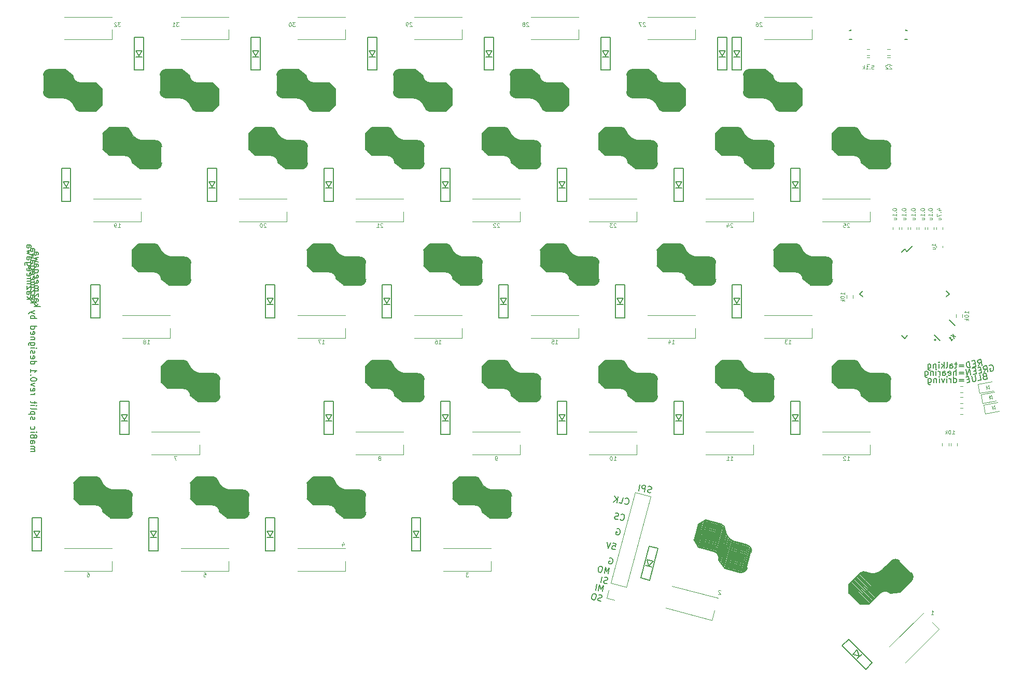
<source format=gbr>
G04 #@! TF.GenerationSoftware,KiCad,Pcbnew,(6.0.8)*
G04 #@! TF.CreationDate,2023-02-17T20:45:28+09:00*
G04 #@! TF.ProjectId,ma8ic_split_69_left,6d613869-635f-4737-906c-69745f36395f,0.1*
G04 #@! TF.SameCoordinates,Original*
G04 #@! TF.FileFunction,Legend,Bot*
G04 #@! TF.FilePolarity,Positive*
%FSLAX46Y46*%
G04 Gerber Fmt 4.6, Leading zero omitted, Abs format (unit mm)*
G04 Created by KiCad (PCBNEW (6.0.8)) date 2023-02-17 20:45:28*
%MOMM*%
%LPD*%
G01*
G04 APERTURE LIST*
%ADD10C,0.101600*%
%ADD11C,0.150000*%
%ADD12C,0.120000*%
%ADD13C,0.127000*%
%ADD14C,0.200000*%
G04 APERTURE END LIST*
D10*
X101081095Y-120592092D02*
X101081095Y-121019194D01*
X101233632Y-120348033D02*
X101386169Y-120805643D01*
X100989573Y-120805643D01*
X131456867Y-35428930D02*
X131426360Y-35398423D01*
X131365345Y-35367915D01*
X131212808Y-35367915D01*
X131151794Y-35398423D01*
X131121286Y-35428930D01*
X131090779Y-35489945D01*
X131090779Y-35550959D01*
X131121286Y-35642481D01*
X131487374Y-36008569D01*
X131090779Y-36008569D01*
X130724691Y-35642481D02*
X130785706Y-35611974D01*
X130816213Y-35581467D01*
X130846720Y-35520452D01*
X130846720Y-35489945D01*
X130816213Y-35428930D01*
X130785706Y-35398423D01*
X130724691Y-35367915D01*
X130602662Y-35367915D01*
X130541647Y-35398423D01*
X130511140Y-35428930D01*
X130480632Y-35489945D01*
X130480632Y-35520452D01*
X130511140Y-35581467D01*
X130541647Y-35611974D01*
X130602662Y-35642481D01*
X130724691Y-35642481D01*
X130785706Y-35672989D01*
X130816213Y-35703496D01*
X130846720Y-35764511D01*
X130846720Y-35886540D01*
X130816213Y-35947555D01*
X130785706Y-35978062D01*
X130724691Y-36008569D01*
X130602662Y-36008569D01*
X130541647Y-35978062D01*
X130511140Y-35947555D01*
X130480632Y-35886540D01*
X130480632Y-35764511D01*
X130511140Y-35703496D01*
X130541647Y-35672989D01*
X130602662Y-35642481D01*
D11*
X49554011Y-80628715D02*
X50554011Y-80628715D01*
X49934963Y-80533477D02*
X49554011Y-80247763D01*
X50220677Y-80247763D02*
X49839725Y-80628715D01*
X49554011Y-79390620D02*
X50077820Y-79390620D01*
X50173058Y-79438239D01*
X50220677Y-79533477D01*
X50220677Y-79723953D01*
X50173058Y-79819191D01*
X49601630Y-79390620D02*
X49554011Y-79485858D01*
X49554011Y-79723953D01*
X49601630Y-79819191D01*
X49696868Y-79866810D01*
X49792106Y-79866810D01*
X49887344Y-79819191D01*
X49934963Y-79723953D01*
X49934963Y-79485858D01*
X49982582Y-79390620D01*
X50220677Y-79009667D02*
X50220677Y-78485858D01*
X49554011Y-79009667D01*
X49554011Y-78485858D01*
X49554011Y-78104905D02*
X50220677Y-78104905D01*
X50125439Y-78104905D02*
X50173058Y-78057286D01*
X50220677Y-77962048D01*
X50220677Y-77819191D01*
X50173058Y-77723953D01*
X50077820Y-77676334D01*
X49554011Y-77676334D01*
X50077820Y-77676334D02*
X50173058Y-77628715D01*
X50220677Y-77533477D01*
X50220677Y-77390620D01*
X50173058Y-77295382D01*
X50077820Y-77247763D01*
X49554011Y-77247763D01*
X49601630Y-76390620D02*
X49554011Y-76485858D01*
X49554011Y-76676334D01*
X49601630Y-76771572D01*
X49696868Y-76819191D01*
X50077820Y-76819191D01*
X50173058Y-76771572D01*
X50220677Y-76676334D01*
X50220677Y-76485858D01*
X50173058Y-76390620D01*
X50077820Y-76343001D01*
X49982582Y-76343001D01*
X49887344Y-76819191D01*
X49601630Y-75533477D02*
X49554011Y-75628715D01*
X49554011Y-75819191D01*
X49601630Y-75914429D01*
X49696868Y-75962048D01*
X50077820Y-75962048D01*
X50173058Y-75914429D01*
X50220677Y-75819191D01*
X50220677Y-75628715D01*
X50173058Y-75533477D01*
X50077820Y-75485858D01*
X49982582Y-75485858D01*
X49887344Y-75962048D01*
X50220677Y-74628715D02*
X49411153Y-74628715D01*
X49315915Y-74676334D01*
X49268296Y-74723953D01*
X49220677Y-74819191D01*
X49220677Y-74962048D01*
X49268296Y-75057286D01*
X49601630Y-74628715D02*
X49554011Y-74723953D01*
X49554011Y-74914429D01*
X49601630Y-75009667D01*
X49649249Y-75057286D01*
X49744487Y-75104905D01*
X50030201Y-75104905D01*
X50125439Y-75057286D01*
X50173058Y-75009667D01*
X50220677Y-74914429D01*
X50220677Y-74723953D01*
X50173058Y-74628715D01*
X49554011Y-73723953D02*
X50077820Y-73723953D01*
X50173058Y-73771572D01*
X50220677Y-73866810D01*
X50220677Y-74057286D01*
X50173058Y-74152524D01*
X49601630Y-73723953D02*
X49554011Y-73819191D01*
X49554011Y-74057286D01*
X49601630Y-74152524D01*
X49696868Y-74200144D01*
X49792106Y-74200144D01*
X49887344Y-74152524D01*
X49934963Y-74057286D01*
X49934963Y-73819191D01*
X49982582Y-73723953D01*
X50220677Y-73343001D02*
X49554011Y-73152524D01*
X50030201Y-72962048D01*
X49554011Y-72771572D01*
X50220677Y-72581096D01*
X49554011Y-71771572D02*
X50077820Y-71771572D01*
X50173058Y-71819191D01*
X50220677Y-71914429D01*
X50220677Y-72104905D01*
X50173058Y-72200144D01*
X49601630Y-71771572D02*
X49554011Y-71866810D01*
X49554011Y-72104905D01*
X49601630Y-72200144D01*
X49696868Y-72247763D01*
X49792106Y-72247763D01*
X49887344Y-72200144D01*
X49934963Y-72104905D01*
X49934963Y-71866810D01*
X49982582Y-71771572D01*
X146444113Y-116637339D02*
X146482740Y-116692503D01*
X146615158Y-116764206D01*
X146708949Y-116780744D01*
X146857905Y-116758655D01*
X146968234Y-116681401D01*
X147031667Y-116595879D01*
X147111639Y-116416566D01*
X147136446Y-116275879D01*
X147122626Y-116080028D01*
X147092268Y-115977967D01*
X147015015Y-115867638D01*
X146882597Y-115795936D01*
X146788806Y-115779398D01*
X146639850Y-115801487D01*
X146584686Y-115840113D01*
X146060679Y-116618082D02*
X145911724Y-116640171D01*
X145677246Y-116598826D01*
X145591723Y-116535393D01*
X145553097Y-116480228D01*
X145522739Y-116378168D01*
X145539277Y-116284377D01*
X145602710Y-116198855D01*
X145657875Y-116160228D01*
X145759935Y-116129870D01*
X145955787Y-116116051D01*
X146057847Y-116085693D01*
X146113011Y-116047066D01*
X146176445Y-115961544D01*
X146192983Y-115867753D01*
X146162625Y-115765693D01*
X146123998Y-115710528D01*
X146038476Y-115647094D01*
X145803998Y-115605750D01*
X145655042Y-115627838D01*
D10*
X88594367Y-68290180D02*
X88563860Y-68259673D01*
X88502845Y-68229165D01*
X88350308Y-68229165D01*
X88289294Y-68259673D01*
X88258786Y-68290180D01*
X88228279Y-68351195D01*
X88228279Y-68412209D01*
X88258786Y-68503731D01*
X88624874Y-68869819D01*
X88228279Y-68869819D01*
X87831684Y-68229165D02*
X87770669Y-68229165D01*
X87709654Y-68259673D01*
X87679147Y-68290180D01*
X87648640Y-68351195D01*
X87618132Y-68473224D01*
X87618132Y-68625761D01*
X87648640Y-68747790D01*
X87679147Y-68808805D01*
X87709654Y-68839312D01*
X87770669Y-68869819D01*
X87831684Y-68869819D01*
X87892698Y-68839312D01*
X87923206Y-68808805D01*
X87953713Y-68747790D01*
X87984220Y-68625761D01*
X87984220Y-68473224D01*
X87953713Y-68351195D01*
X87923206Y-68290180D01*
X87892698Y-68259673D01*
X87831684Y-68229165D01*
X195483165Y-65922463D02*
X195483165Y-65983477D01*
X195513673Y-66044492D01*
X195544180Y-66074999D01*
X195605195Y-66105507D01*
X195727224Y-66136014D01*
X195879761Y-66136014D01*
X196001790Y-66105507D01*
X196062805Y-66074999D01*
X196093312Y-66044492D01*
X196123819Y-65983477D01*
X196123819Y-65922463D01*
X196093312Y-65861448D01*
X196062805Y-65830941D01*
X196001790Y-65800433D01*
X195879761Y-65769926D01*
X195727224Y-65769926D01*
X195605195Y-65800433D01*
X195544180Y-65830941D01*
X195513673Y-65861448D01*
X195483165Y-65922463D01*
X196062805Y-66410580D02*
X196093312Y-66441087D01*
X196123819Y-66410580D01*
X196093312Y-66380073D01*
X196062805Y-66410580D01*
X196123819Y-66410580D01*
X196123819Y-67051234D02*
X196123819Y-66685146D01*
X196123819Y-66868190D02*
X195483165Y-66868190D01*
X195574687Y-66807175D01*
X195635702Y-66746161D01*
X195666209Y-66685146D01*
X195696717Y-67600366D02*
X196123819Y-67600366D01*
X195696717Y-67325800D02*
X196032297Y-67325800D01*
X196093312Y-67356307D01*
X196123819Y-67417322D01*
X196123819Y-67508844D01*
X196093312Y-67569859D01*
X196062805Y-67600366D01*
X150506867Y-35428930D02*
X150476360Y-35398423D01*
X150415345Y-35367915D01*
X150262808Y-35367915D01*
X150201794Y-35398423D01*
X150171286Y-35428930D01*
X150140779Y-35489945D01*
X150140779Y-35550959D01*
X150171286Y-35642481D01*
X150537374Y-36008569D01*
X150140779Y-36008569D01*
X149927228Y-35367915D02*
X149500125Y-35367915D01*
X149774691Y-36008569D01*
X154903279Y-87919819D02*
X155269367Y-87919819D01*
X155086323Y-87919819D02*
X155086323Y-87279165D01*
X155147338Y-87370687D01*
X155208352Y-87431702D01*
X155269367Y-87462209D01*
X154354147Y-87492717D02*
X154354147Y-87919819D01*
X154506684Y-87248658D02*
X154659220Y-87706268D01*
X154262625Y-87706268D01*
X126694367Y-68290180D02*
X126663860Y-68259673D01*
X126602845Y-68229165D01*
X126450308Y-68229165D01*
X126389294Y-68259673D01*
X126358786Y-68290180D01*
X126328279Y-68351195D01*
X126328279Y-68412209D01*
X126358786Y-68503731D01*
X126724874Y-68869819D01*
X126328279Y-68869819D01*
X126084220Y-68290180D02*
X126053713Y-68259673D01*
X125992698Y-68229165D01*
X125840162Y-68229165D01*
X125779147Y-68259673D01*
X125748640Y-68290180D01*
X125718132Y-68351195D01*
X125718132Y-68412209D01*
X125748640Y-68503731D01*
X126114728Y-68869819D01*
X125718132Y-68869819D01*
X203291652Y-82962558D02*
X203291652Y-82596470D01*
X203291652Y-82779514D02*
X202650998Y-82779514D01*
X202742520Y-82718499D01*
X202803535Y-82657485D01*
X202834042Y-82596470D01*
X202650998Y-83359153D02*
X202650998Y-83420168D01*
X202681506Y-83481183D01*
X202712013Y-83511690D01*
X202773028Y-83542197D01*
X202895057Y-83572705D01*
X203047594Y-83572705D01*
X203169623Y-83542197D01*
X203230638Y-83511690D01*
X203261145Y-83481183D01*
X203291652Y-83420168D01*
X203291652Y-83359153D01*
X203261145Y-83298139D01*
X203230638Y-83267631D01*
X203169623Y-83237124D01*
X203047594Y-83206617D01*
X202895057Y-83206617D01*
X202773028Y-83237124D01*
X202712013Y-83267631D01*
X202681506Y-83298139D01*
X202650998Y-83359153D01*
X203291652Y-83847271D02*
X202650998Y-83847271D01*
X203047594Y-83908285D02*
X203291652Y-84091329D01*
X202864550Y-84091329D02*
X203108608Y-83847271D01*
D11*
X144734850Y-122945237D02*
X144836910Y-122914879D01*
X144977597Y-122939686D01*
X145110015Y-123011388D01*
X145187268Y-123121717D01*
X145217626Y-123223778D01*
X145231446Y-123419629D01*
X145206639Y-123560316D01*
X145126667Y-123739629D01*
X145063234Y-123825151D01*
X144952905Y-123902405D01*
X144803949Y-123924494D01*
X144710158Y-123907956D01*
X144577740Y-123836253D01*
X144539113Y-123781089D01*
X144596996Y-123452819D01*
X144784578Y-123485895D01*
D10*
X145744367Y-68290180D02*
X145713860Y-68259673D01*
X145652845Y-68229165D01*
X145500308Y-68229165D01*
X145439294Y-68259673D01*
X145408786Y-68290180D01*
X145378279Y-68351195D01*
X145378279Y-68412209D01*
X145408786Y-68503731D01*
X145774874Y-68869819D01*
X145378279Y-68869819D01*
X145164728Y-68229165D02*
X144768132Y-68229165D01*
X144981684Y-68473224D01*
X144890162Y-68473224D01*
X144829147Y-68503731D01*
X144798640Y-68534239D01*
X144768132Y-68595253D01*
X144768132Y-68747790D01*
X144798640Y-68808805D01*
X144829147Y-68839312D01*
X144890162Y-68869819D01*
X145073206Y-68869819D01*
X145134220Y-68839312D01*
X145164728Y-68808805D01*
X164428279Y-106969819D02*
X164794367Y-106969819D01*
X164611323Y-106969819D02*
X164611323Y-106329165D01*
X164672338Y-106420687D01*
X164733352Y-106481702D01*
X164794367Y-106512209D01*
X163818132Y-106969819D02*
X164184220Y-106969819D01*
X164001176Y-106969819D02*
X164001176Y-106329165D01*
X164062191Y-106420687D01*
X164123206Y-106481702D01*
X164184220Y-106512209D01*
X190911165Y-65922463D02*
X190911165Y-65983477D01*
X190941673Y-66044492D01*
X190972180Y-66074999D01*
X191033195Y-66105507D01*
X191155224Y-66136014D01*
X191307761Y-66136014D01*
X191429790Y-66105507D01*
X191490805Y-66074999D01*
X191521312Y-66044492D01*
X191551819Y-65983477D01*
X191551819Y-65922463D01*
X191521312Y-65861448D01*
X191490805Y-65830941D01*
X191429790Y-65800433D01*
X191307761Y-65769926D01*
X191155224Y-65769926D01*
X191033195Y-65800433D01*
X190972180Y-65830941D01*
X190941673Y-65861448D01*
X190911165Y-65922463D01*
X191490805Y-66410580D02*
X191521312Y-66441087D01*
X191551819Y-66410580D01*
X191521312Y-66380073D01*
X191490805Y-66410580D01*
X191551819Y-66410580D01*
X191551819Y-67051234D02*
X191551819Y-66685146D01*
X191551819Y-66868190D02*
X190911165Y-66868190D01*
X191002687Y-66807175D01*
X191063702Y-66746161D01*
X191094209Y-66685146D01*
X191124717Y-67600366D02*
X191551819Y-67600366D01*
X191124717Y-67325800D02*
X191460297Y-67325800D01*
X191521312Y-67356307D01*
X191551819Y-67417322D01*
X191551819Y-67508844D01*
X191521312Y-67569859D01*
X191490805Y-67600366D01*
X190749992Y-42419869D02*
X190719485Y-42389362D01*
X190658470Y-42358854D01*
X190505933Y-42358854D01*
X190444919Y-42389362D01*
X190414411Y-42419869D01*
X190383904Y-42480884D01*
X190383904Y-42541898D01*
X190414411Y-42633420D01*
X190780499Y-42999508D01*
X190383904Y-42999508D01*
X190139845Y-42419869D02*
X190109338Y-42389362D01*
X190048323Y-42358854D01*
X189895787Y-42358854D01*
X189834772Y-42389362D01*
X189804265Y-42419869D01*
X189773757Y-42480884D01*
X189773757Y-42541898D01*
X189804265Y-42633420D01*
X190170353Y-42999508D01*
X189773757Y-42999508D01*
X135853279Y-87919819D02*
X136219367Y-87919819D01*
X136036323Y-87919819D02*
X136036323Y-87279165D01*
X136097338Y-87370687D01*
X136158352Y-87431702D01*
X136219367Y-87462209D01*
X135273640Y-87279165D02*
X135578713Y-87279165D01*
X135609220Y-87584239D01*
X135578713Y-87553731D01*
X135517698Y-87523224D01*
X135365162Y-87523224D01*
X135304147Y-87553731D01*
X135273640Y-87584239D01*
X135243132Y-87645253D01*
X135243132Y-87797790D01*
X135273640Y-87858805D01*
X135304147Y-87889312D01*
X135365162Y-87919819D01*
X135517698Y-87919819D01*
X135578713Y-87889312D01*
X135609220Y-87858805D01*
D11*
X145266265Y-120525360D02*
X145735221Y-120608050D01*
X145699427Y-121085275D01*
X145660800Y-121030110D01*
X145575278Y-120966676D01*
X145340800Y-120925332D01*
X145238740Y-120955689D01*
X145183575Y-120994316D01*
X145120142Y-121079838D01*
X145078797Y-121314316D01*
X145109154Y-121416376D01*
X145147781Y-121471541D01*
X145233303Y-121534975D01*
X145467781Y-121576319D01*
X145569842Y-121545962D01*
X145625006Y-121507335D01*
X144937995Y-120467477D02*
X144436078Y-121394402D01*
X144281457Y-120351712D01*
D10*
X164794367Y-68290180D02*
X164763860Y-68259673D01*
X164702845Y-68229165D01*
X164550308Y-68229165D01*
X164489294Y-68259673D01*
X164458786Y-68290180D01*
X164428279Y-68351195D01*
X164428279Y-68412209D01*
X164458786Y-68503731D01*
X164824874Y-68869819D01*
X164428279Y-68869819D01*
X163879147Y-68442717D02*
X163879147Y-68869819D01*
X164031684Y-68198658D02*
X164184220Y-68656268D01*
X163787625Y-68656268D01*
X74337374Y-35367915D02*
X73940779Y-35367915D01*
X74154330Y-35611974D01*
X74062808Y-35611974D01*
X74001794Y-35642481D01*
X73971286Y-35672989D01*
X73940779Y-35734003D01*
X73940779Y-35886540D01*
X73971286Y-35947555D01*
X74001794Y-35978062D01*
X74062808Y-36008569D01*
X74245852Y-36008569D01*
X74306867Y-35978062D01*
X74337374Y-35947555D01*
X73330632Y-36008569D02*
X73696720Y-36008569D01*
X73513676Y-36008569D02*
X73513676Y-35367915D01*
X73574691Y-35459437D01*
X73635706Y-35520452D01*
X73696720Y-35550959D01*
X200644466Y-102683569D02*
X201010554Y-102683569D01*
X200827510Y-102683569D02*
X200827510Y-102042915D01*
X200888525Y-102134437D01*
X200949540Y-102195452D01*
X201010554Y-102225959D01*
X200247871Y-102042915D02*
X200186856Y-102042915D01*
X200125842Y-102073423D01*
X200095334Y-102103930D01*
X200064827Y-102164945D01*
X200034320Y-102286974D01*
X200034320Y-102439511D01*
X200064827Y-102561540D01*
X200095334Y-102622555D01*
X200125842Y-102653062D01*
X200186856Y-102683569D01*
X200247871Y-102683569D01*
X200308886Y-102653062D01*
X200339393Y-102622555D01*
X200369900Y-102561540D01*
X200400408Y-102439511D01*
X200400408Y-102286974D01*
X200369900Y-102164945D01*
X200339393Y-102103930D01*
X200308886Y-102073423D01*
X200247871Y-102042915D01*
X199759754Y-102683569D02*
X199759754Y-102042915D01*
X199698739Y-102439511D02*
X199515695Y-102683569D01*
X199515695Y-102256467D02*
X199759754Y-102500525D01*
X116803279Y-87919819D02*
X117169367Y-87919819D01*
X116986323Y-87919819D02*
X116986323Y-87279165D01*
X117047338Y-87370687D01*
X117108352Y-87431702D01*
X117169367Y-87462209D01*
X116254147Y-87279165D02*
X116376176Y-87279165D01*
X116437191Y-87309673D01*
X116467698Y-87340180D01*
X116528713Y-87431702D01*
X116559220Y-87553731D01*
X116559220Y-87797790D01*
X116528713Y-87858805D01*
X116498206Y-87889312D01*
X116437191Y-87919819D01*
X116315162Y-87919819D01*
X116254147Y-87889312D01*
X116223640Y-87858805D01*
X116193132Y-87797790D01*
X116193132Y-87645253D01*
X116223640Y-87584239D01*
X116254147Y-87553731D01*
X116315162Y-87523224D01*
X116437191Y-87523224D01*
X116498206Y-87553731D01*
X116528713Y-87584239D01*
X116559220Y-87645253D01*
X59409220Y-125379165D02*
X59531250Y-125379165D01*
X59592264Y-125409673D01*
X59622772Y-125440180D01*
X59683786Y-125531702D01*
X59714294Y-125653731D01*
X59714294Y-125897790D01*
X59683786Y-125958805D01*
X59653279Y-125989312D01*
X59592264Y-126019819D01*
X59470235Y-126019819D01*
X59409220Y-125989312D01*
X59378713Y-125958805D01*
X59348206Y-125897790D01*
X59348206Y-125745253D01*
X59378713Y-125684239D01*
X59409220Y-125653731D01*
X59470235Y-125623224D01*
X59592264Y-125623224D01*
X59653279Y-125653731D01*
X59683786Y-125684239D01*
X59714294Y-125745253D01*
D11*
X50149324Y-81224028D02*
X51149324Y-81224028D01*
X50530276Y-81128790D02*
X50149324Y-80843076D01*
X50815990Y-80843076D02*
X50435038Y-81224028D01*
X50149324Y-79985933D02*
X50673133Y-79985933D01*
X50768371Y-80033552D01*
X50815990Y-80128790D01*
X50815990Y-80319266D01*
X50768371Y-80414504D01*
X50196943Y-79985933D02*
X50149324Y-80081171D01*
X50149324Y-80319266D01*
X50196943Y-80414504D01*
X50292181Y-80462123D01*
X50387419Y-80462123D01*
X50482657Y-80414504D01*
X50530276Y-80319266D01*
X50530276Y-80081171D01*
X50577895Y-79985933D01*
X50815990Y-79604980D02*
X50815990Y-79081171D01*
X50149324Y-79604980D01*
X50149324Y-79081171D01*
X50149324Y-78700218D02*
X50815990Y-78700218D01*
X50720752Y-78700218D02*
X50768371Y-78652599D01*
X50815990Y-78557361D01*
X50815990Y-78414504D01*
X50768371Y-78319266D01*
X50673133Y-78271647D01*
X50149324Y-78271647D01*
X50673133Y-78271647D02*
X50768371Y-78224028D01*
X50815990Y-78128790D01*
X50815990Y-77985933D01*
X50768371Y-77890695D01*
X50673133Y-77843076D01*
X50149324Y-77843076D01*
X50196943Y-76985933D02*
X50149324Y-77081171D01*
X50149324Y-77271647D01*
X50196943Y-77366885D01*
X50292181Y-77414504D01*
X50673133Y-77414504D01*
X50768371Y-77366885D01*
X50815990Y-77271647D01*
X50815990Y-77081171D01*
X50768371Y-76985933D01*
X50673133Y-76938314D01*
X50577895Y-76938314D01*
X50482657Y-77414504D01*
X50196943Y-76128790D02*
X50149324Y-76224028D01*
X50149324Y-76414504D01*
X50196943Y-76509742D01*
X50292181Y-76557361D01*
X50673133Y-76557361D01*
X50768371Y-76509742D01*
X50815990Y-76414504D01*
X50815990Y-76224028D01*
X50768371Y-76128790D01*
X50673133Y-76081171D01*
X50577895Y-76081171D01*
X50482657Y-76557361D01*
X50815990Y-75224028D02*
X50006466Y-75224028D01*
X49911228Y-75271647D01*
X49863609Y-75319266D01*
X49815990Y-75414504D01*
X49815990Y-75557361D01*
X49863609Y-75652599D01*
X50196943Y-75224028D02*
X50149324Y-75319266D01*
X50149324Y-75509742D01*
X50196943Y-75604980D01*
X50244562Y-75652599D01*
X50339800Y-75700218D01*
X50625514Y-75700218D01*
X50720752Y-75652599D01*
X50768371Y-75604980D01*
X50815990Y-75509742D01*
X50815990Y-75319266D01*
X50768371Y-75224028D01*
X50149324Y-74319266D02*
X50673133Y-74319266D01*
X50768371Y-74366885D01*
X50815990Y-74462123D01*
X50815990Y-74652599D01*
X50768371Y-74747837D01*
X50196943Y-74319266D02*
X50149324Y-74414504D01*
X50149324Y-74652599D01*
X50196943Y-74747837D01*
X50292181Y-74795457D01*
X50387419Y-74795457D01*
X50482657Y-74747837D01*
X50530276Y-74652599D01*
X50530276Y-74414504D01*
X50577895Y-74319266D01*
X50815990Y-73938314D02*
X50149324Y-73747837D01*
X50625514Y-73557361D01*
X50149324Y-73366885D01*
X50815990Y-73176409D01*
X50149324Y-72366885D02*
X50673133Y-72366885D01*
X50768371Y-72414504D01*
X50815990Y-72509742D01*
X50815990Y-72700218D01*
X50768371Y-72795457D01*
X50196943Y-72366885D02*
X50149324Y-72462123D01*
X50149324Y-72700218D01*
X50196943Y-72795457D01*
X50292181Y-72843076D01*
X50387419Y-72843076D01*
X50482657Y-72795457D01*
X50530276Y-72700218D01*
X50530276Y-72462123D01*
X50577895Y-72366885D01*
D10*
X97753279Y-87919819D02*
X98119367Y-87919819D01*
X97936323Y-87919819D02*
X97936323Y-87279165D01*
X97997338Y-87370687D01*
X98058352Y-87431702D01*
X98119367Y-87462209D01*
X97539728Y-87279165D02*
X97112625Y-87279165D01*
X97387191Y-87919819D01*
X197222581Y-132211069D02*
X197588669Y-132211069D01*
X197405625Y-132211069D02*
X197405625Y-131570415D01*
X197466639Y-131661937D01*
X197527654Y-131722952D01*
X197588669Y-131753459D01*
X173953279Y-87919819D02*
X174319367Y-87919819D01*
X174136323Y-87919819D02*
X174136323Y-87279165D01*
X174197338Y-87370687D01*
X174258352Y-87431702D01*
X174319367Y-87462209D01*
X173739728Y-87279165D02*
X173343132Y-87279165D01*
X173556684Y-87523224D01*
X173465162Y-87523224D01*
X173404147Y-87553731D01*
X173373640Y-87584239D01*
X173343132Y-87645253D01*
X173343132Y-87797790D01*
X173373640Y-87858805D01*
X173404147Y-87889312D01*
X173465162Y-87919819D01*
X173648206Y-87919819D01*
X173709220Y-87889312D01*
X173739728Y-87858805D01*
X183844367Y-68290180D02*
X183813860Y-68259673D01*
X183752845Y-68229165D01*
X183600308Y-68229165D01*
X183539294Y-68259673D01*
X183508786Y-68290180D01*
X183478279Y-68351195D01*
X183478279Y-68412209D01*
X183508786Y-68503731D01*
X183874874Y-68869819D01*
X183478279Y-68869819D01*
X182898640Y-68229165D02*
X183203713Y-68229165D01*
X183234220Y-68534239D01*
X183203713Y-68503731D01*
X183142698Y-68473224D01*
X182990162Y-68473224D01*
X182929147Y-68503731D01*
X182898640Y-68534239D01*
X182868132Y-68595253D01*
X182868132Y-68747790D01*
X182898640Y-68808805D01*
X182929147Y-68839312D01*
X182990162Y-68869819D01*
X183142698Y-68869819D01*
X183203713Y-68839312D01*
X183234220Y-68808805D01*
X69178279Y-87919819D02*
X69544367Y-87919819D01*
X69361323Y-87919819D02*
X69361323Y-87279165D01*
X69422338Y-87370687D01*
X69483352Y-87431702D01*
X69544367Y-87462209D01*
X68812191Y-87553731D02*
X68873206Y-87523224D01*
X68903713Y-87492717D01*
X68934220Y-87431702D01*
X68934220Y-87401195D01*
X68903713Y-87340180D01*
X68873206Y-87309673D01*
X68812191Y-87279165D01*
X68690162Y-87279165D01*
X68629147Y-87309673D01*
X68598640Y-87340180D01*
X68568132Y-87401195D01*
X68568132Y-87431702D01*
X68598640Y-87492717D01*
X68629147Y-87523224D01*
X68690162Y-87553731D01*
X68812191Y-87553731D01*
X68873206Y-87584239D01*
X68903713Y-87614746D01*
X68934220Y-87675761D01*
X68934220Y-87797790D01*
X68903713Y-87858805D01*
X68873206Y-87889312D01*
X68812191Y-87919819D01*
X68690162Y-87919819D01*
X68629147Y-87889312D01*
X68598640Y-87858805D01*
X68568132Y-87797790D01*
X68568132Y-87675761D01*
X68598640Y-87614746D01*
X68629147Y-87584239D01*
X68690162Y-87553731D01*
X126328279Y-106969819D02*
X126206250Y-106969819D01*
X126145235Y-106939312D01*
X126114728Y-106908805D01*
X126053713Y-106817283D01*
X126023206Y-106695253D01*
X126023206Y-106451195D01*
X126053713Y-106390180D01*
X126084220Y-106359673D01*
X126145235Y-106329165D01*
X126267264Y-106329165D01*
X126328279Y-106359673D01*
X126358786Y-106390180D01*
X126389294Y-106451195D01*
X126389294Y-106603731D01*
X126358786Y-106664746D01*
X126328279Y-106695253D01*
X126267264Y-106725761D01*
X126145235Y-106725761D01*
X126084220Y-106695253D01*
X126053713Y-106664746D01*
X126023206Y-106603731D01*
X64415779Y-68869819D02*
X64781867Y-68869819D01*
X64598823Y-68869819D02*
X64598823Y-68229165D01*
X64659838Y-68320687D01*
X64720852Y-68381702D01*
X64781867Y-68412209D01*
X64110706Y-68869819D02*
X63988676Y-68869819D01*
X63927662Y-68839312D01*
X63897154Y-68808805D01*
X63836140Y-68717283D01*
X63805632Y-68595253D01*
X63805632Y-68351195D01*
X63836140Y-68290180D01*
X63866647Y-68259673D01*
X63927662Y-68229165D01*
X64049691Y-68229165D01*
X64110706Y-68259673D01*
X64141213Y-68290180D01*
X64171720Y-68351195D01*
X64171720Y-68503731D01*
X64141213Y-68564746D01*
X64110706Y-68595253D01*
X64049691Y-68625761D01*
X63927662Y-68625761D01*
X63866647Y-68595253D01*
X63836140Y-68564746D01*
X63805632Y-68503731D01*
X192435165Y-65922463D02*
X192435165Y-65983477D01*
X192465673Y-66044492D01*
X192496180Y-66074999D01*
X192557195Y-66105507D01*
X192679224Y-66136014D01*
X192831761Y-66136014D01*
X192953790Y-66105507D01*
X193014805Y-66074999D01*
X193045312Y-66044492D01*
X193075819Y-65983477D01*
X193075819Y-65922463D01*
X193045312Y-65861448D01*
X193014805Y-65830941D01*
X192953790Y-65800433D01*
X192831761Y-65769926D01*
X192679224Y-65769926D01*
X192557195Y-65800433D01*
X192496180Y-65830941D01*
X192465673Y-65861448D01*
X192435165Y-65922463D01*
X193014805Y-66410580D02*
X193045312Y-66441087D01*
X193075819Y-66410580D01*
X193045312Y-66380073D01*
X193014805Y-66410580D01*
X193075819Y-66410580D01*
X193075819Y-67051234D02*
X193075819Y-66685146D01*
X193075819Y-66868190D02*
X192435165Y-66868190D01*
X192526687Y-66807175D01*
X192587702Y-66746161D01*
X192618209Y-66685146D01*
X192648717Y-67600366D02*
X193075819Y-67600366D01*
X192648717Y-67325800D02*
X192984297Y-67325800D01*
X193045312Y-67356307D01*
X193075819Y-67417322D01*
X193075819Y-67508844D01*
X193045312Y-67569859D01*
X193014805Y-67600366D01*
X93348908Y-35382932D02*
X92952313Y-35382932D01*
X93165864Y-35626991D01*
X93074342Y-35626991D01*
X93013328Y-35657498D01*
X92982820Y-35688006D01*
X92952313Y-35749020D01*
X92952313Y-35901557D01*
X92982820Y-35962572D01*
X93013328Y-35993079D01*
X93074342Y-36023586D01*
X93257386Y-36023586D01*
X93318401Y-35993079D01*
X93348908Y-35962572D01*
X92555718Y-35382932D02*
X92494703Y-35382932D01*
X92433688Y-35413440D01*
X92403181Y-35443947D01*
X92372674Y-35504962D01*
X92342166Y-35626991D01*
X92342166Y-35779528D01*
X92372674Y-35901557D01*
X92403181Y-35962572D01*
X92433688Y-35993079D01*
X92494703Y-36023586D01*
X92555718Y-36023586D01*
X92616732Y-35993079D01*
X92647240Y-35962572D01*
X92677747Y-35901557D01*
X92708254Y-35779528D01*
X92708254Y-35626991D01*
X92677747Y-35504962D01*
X92647240Y-35443947D01*
X92616732Y-35413440D01*
X92555718Y-35382932D01*
X64812374Y-35367915D02*
X64415779Y-35367915D01*
X64629330Y-35611974D01*
X64537808Y-35611974D01*
X64476794Y-35642481D01*
X64446286Y-35672989D01*
X64415779Y-35734003D01*
X64415779Y-35886540D01*
X64446286Y-35947555D01*
X64476794Y-35978062D01*
X64537808Y-36008569D01*
X64720852Y-36008569D01*
X64781867Y-35978062D01*
X64812374Y-35947555D01*
X64171720Y-35428930D02*
X64141213Y-35398423D01*
X64080198Y-35367915D01*
X63927662Y-35367915D01*
X63866647Y-35398423D01*
X63836140Y-35428930D01*
X63805632Y-35489945D01*
X63805632Y-35550959D01*
X63836140Y-35642481D01*
X64202228Y-36008569D01*
X63805632Y-36008569D01*
D11*
X145925475Y-118182737D02*
X146027535Y-118152379D01*
X146168222Y-118177186D01*
X146300640Y-118248888D01*
X146377893Y-118359217D01*
X146408251Y-118461278D01*
X146422071Y-118657129D01*
X146397264Y-118797816D01*
X146317292Y-118977129D01*
X146253859Y-119062651D01*
X146143530Y-119139905D01*
X145994574Y-119161994D01*
X145900783Y-119145456D01*
X145768365Y-119073753D01*
X145729738Y-119018589D01*
X145787621Y-118690319D01*
X145975203Y-118723395D01*
X202546904Y-91368571D02*
X201785000Y-91368571D01*
X201785000Y-91654285D02*
X202546904Y-91654285D01*
X201451666Y-91225714D02*
X201070714Y-91225714D01*
X201308809Y-90892380D02*
X201308809Y-91749523D01*
X201261190Y-91844761D01*
X201165952Y-91892380D01*
X201070714Y-91892380D01*
X200308809Y-91892380D02*
X200308809Y-91368571D01*
X200356428Y-91273333D01*
X200451666Y-91225714D01*
X200642142Y-91225714D01*
X200737380Y-91273333D01*
X200308809Y-91844761D02*
X200404047Y-91892380D01*
X200642142Y-91892380D01*
X200737380Y-91844761D01*
X200785000Y-91749523D01*
X200785000Y-91654285D01*
X200737380Y-91559047D01*
X200642142Y-91511428D01*
X200404047Y-91511428D01*
X200308809Y-91463809D01*
X199689761Y-91892380D02*
X199785000Y-91844761D01*
X199832619Y-91749523D01*
X199832619Y-90892380D01*
X199308809Y-91892380D02*
X199308809Y-90892380D01*
X199213571Y-91511428D02*
X198927857Y-91892380D01*
X198927857Y-91225714D02*
X199308809Y-91606666D01*
X198499285Y-91892380D02*
X198499285Y-91225714D01*
X198499285Y-90892380D02*
X198546904Y-90940000D01*
X198499285Y-90987619D01*
X198451666Y-90940000D01*
X198499285Y-90892380D01*
X198499285Y-90987619D01*
X198023095Y-91225714D02*
X198023095Y-91892380D01*
X198023095Y-91320952D02*
X197975476Y-91273333D01*
X197880238Y-91225714D01*
X197737380Y-91225714D01*
X197642142Y-91273333D01*
X197594523Y-91368571D01*
X197594523Y-91892380D01*
X196689761Y-91225714D02*
X196689761Y-92035238D01*
X196737380Y-92130476D01*
X196785000Y-92178095D01*
X196880238Y-92225714D01*
X197023095Y-92225714D01*
X197118333Y-92178095D01*
X196689761Y-91844761D02*
X196785000Y-91892380D01*
X196975476Y-91892380D01*
X197070714Y-91844761D01*
X197118333Y-91797142D01*
X197165952Y-91701904D01*
X197165952Y-91416190D01*
X197118333Y-91320952D01*
X197070714Y-91273333D01*
X196975476Y-91225714D01*
X196785000Y-91225714D01*
X196689761Y-91273333D01*
X202546904Y-92559196D02*
X201785000Y-92559196D01*
X201785000Y-92844910D02*
X202546904Y-92844910D01*
X201308809Y-93083005D02*
X201308809Y-92083005D01*
X200880238Y-93083005D02*
X200880238Y-92559196D01*
X200927857Y-92463958D01*
X201023095Y-92416339D01*
X201165952Y-92416339D01*
X201261190Y-92463958D01*
X201308809Y-92511577D01*
X200023095Y-93035386D02*
X200118333Y-93083005D01*
X200308809Y-93083005D01*
X200404047Y-93035386D01*
X200451666Y-92940148D01*
X200451666Y-92559196D01*
X200404047Y-92463958D01*
X200308809Y-92416339D01*
X200118333Y-92416339D01*
X200023095Y-92463958D01*
X199975476Y-92559196D01*
X199975476Y-92654434D01*
X200451666Y-92749672D01*
X199118333Y-93083005D02*
X199118333Y-92559196D01*
X199165952Y-92463958D01*
X199261190Y-92416339D01*
X199451666Y-92416339D01*
X199546904Y-92463958D01*
X199118333Y-93035386D02*
X199213571Y-93083005D01*
X199451666Y-93083005D01*
X199546904Y-93035386D01*
X199594523Y-92940148D01*
X199594523Y-92844910D01*
X199546904Y-92749672D01*
X199451666Y-92702053D01*
X199213571Y-92702053D01*
X199118333Y-92654434D01*
X198642142Y-93083005D02*
X198642142Y-92416339D01*
X198642142Y-92606815D02*
X198594523Y-92511577D01*
X198546904Y-92463958D01*
X198451666Y-92416339D01*
X198356428Y-92416339D01*
X198023095Y-93083005D02*
X198023095Y-92416339D01*
X198023095Y-92083005D02*
X198070714Y-92130625D01*
X198023095Y-92178244D01*
X197975476Y-92130625D01*
X198023095Y-92083005D01*
X198023095Y-92178244D01*
X197546904Y-92416339D02*
X197546904Y-93083005D01*
X197546904Y-92511577D02*
X197499285Y-92463958D01*
X197404047Y-92416339D01*
X197261190Y-92416339D01*
X197165952Y-92463958D01*
X197118333Y-92559196D01*
X197118333Y-93083005D01*
X196213571Y-92416339D02*
X196213571Y-93225863D01*
X196261190Y-93321101D01*
X196308809Y-93368720D01*
X196404047Y-93416339D01*
X196546904Y-93416339D01*
X196642142Y-93368720D01*
X196213571Y-93035386D02*
X196308809Y-93083005D01*
X196499285Y-93083005D01*
X196594523Y-93035386D01*
X196642142Y-92987767D01*
X196689761Y-92892529D01*
X196689761Y-92606815D01*
X196642142Y-92511577D01*
X196594523Y-92463958D01*
X196499285Y-92416339D01*
X196308809Y-92416339D01*
X196213571Y-92463958D01*
X50149324Y-105560133D02*
X50815990Y-105560133D01*
X50720752Y-105560133D02*
X50768371Y-105512514D01*
X50815990Y-105417276D01*
X50815990Y-105274418D01*
X50768371Y-105179180D01*
X50673133Y-105131561D01*
X50149324Y-105131561D01*
X50673133Y-105131561D02*
X50768371Y-105083942D01*
X50815990Y-104988704D01*
X50815990Y-104845847D01*
X50768371Y-104750609D01*
X50673133Y-104702990D01*
X50149324Y-104702990D01*
X50149324Y-103798228D02*
X50673133Y-103798228D01*
X50768371Y-103845847D01*
X50815990Y-103941085D01*
X50815990Y-104131561D01*
X50768371Y-104226799D01*
X50196943Y-103798228D02*
X50149324Y-103893466D01*
X50149324Y-104131561D01*
X50196943Y-104226799D01*
X50292181Y-104274418D01*
X50387419Y-104274418D01*
X50482657Y-104226799D01*
X50530276Y-104131561D01*
X50530276Y-103893466D01*
X50577895Y-103798228D01*
X50720752Y-103179180D02*
X50768371Y-103274418D01*
X50815990Y-103322038D01*
X50911228Y-103369657D01*
X50958847Y-103369657D01*
X51054085Y-103322038D01*
X51101705Y-103274418D01*
X51149324Y-103179180D01*
X51149324Y-102988704D01*
X51101705Y-102893466D01*
X51054085Y-102845847D01*
X50958847Y-102798228D01*
X50911228Y-102798228D01*
X50815990Y-102845847D01*
X50768371Y-102893466D01*
X50720752Y-102988704D01*
X50720752Y-103179180D01*
X50673133Y-103274418D01*
X50625514Y-103322038D01*
X50530276Y-103369657D01*
X50339800Y-103369657D01*
X50244562Y-103322038D01*
X50196943Y-103274418D01*
X50149324Y-103179180D01*
X50149324Y-102988704D01*
X50196943Y-102893466D01*
X50244562Y-102845847D01*
X50339800Y-102798228D01*
X50530276Y-102798228D01*
X50625514Y-102845847D01*
X50673133Y-102893466D01*
X50720752Y-102988704D01*
X50149324Y-102369657D02*
X50815990Y-102369657D01*
X51149324Y-102369657D02*
X51101705Y-102417276D01*
X51054085Y-102369657D01*
X51101705Y-102322038D01*
X51149324Y-102369657D01*
X51054085Y-102369657D01*
X50196943Y-101464895D02*
X50149324Y-101560133D01*
X50149324Y-101750609D01*
X50196943Y-101845847D01*
X50244562Y-101893466D01*
X50339800Y-101941085D01*
X50625514Y-101941085D01*
X50720752Y-101893466D01*
X50768371Y-101845847D01*
X50815990Y-101750609D01*
X50815990Y-101560133D01*
X50768371Y-101464895D01*
X50196943Y-100322038D02*
X50149324Y-100226799D01*
X50149324Y-100036323D01*
X50196943Y-99941085D01*
X50292181Y-99893466D01*
X50339800Y-99893466D01*
X50435038Y-99941085D01*
X50482657Y-100036323D01*
X50482657Y-100179180D01*
X50530276Y-100274418D01*
X50625514Y-100322038D01*
X50673133Y-100322038D01*
X50768371Y-100274418D01*
X50815990Y-100179180D01*
X50815990Y-100036323D01*
X50768371Y-99941085D01*
X50815990Y-99464895D02*
X49815990Y-99464895D01*
X50768371Y-99464895D02*
X50815990Y-99369657D01*
X50815990Y-99179180D01*
X50768371Y-99083942D01*
X50720752Y-99036323D01*
X50625514Y-98988704D01*
X50339800Y-98988704D01*
X50244562Y-99036323D01*
X50196943Y-99083942D01*
X50149324Y-99179180D01*
X50149324Y-99369657D01*
X50196943Y-99464895D01*
X50149324Y-98417276D02*
X50196943Y-98512514D01*
X50292181Y-98560133D01*
X51149324Y-98560133D01*
X50149324Y-98036323D02*
X50815990Y-98036323D01*
X51149324Y-98036323D02*
X51101705Y-98083942D01*
X51054085Y-98036323D01*
X51101705Y-97988704D01*
X51149324Y-98036323D01*
X51054085Y-98036323D01*
X50815990Y-97702990D02*
X50815990Y-97322038D01*
X51149324Y-97560133D02*
X50292181Y-97560133D01*
X50196943Y-97512514D01*
X50149324Y-97417276D01*
X50149324Y-97322038D01*
X50149324Y-96226799D02*
X50815990Y-96226799D01*
X50625514Y-96226799D02*
X50720752Y-96179180D01*
X50768371Y-96131561D01*
X50815990Y-96036323D01*
X50815990Y-95941085D01*
X50196943Y-95226799D02*
X50149324Y-95322038D01*
X50149324Y-95512514D01*
X50196943Y-95607752D01*
X50292181Y-95655371D01*
X50673133Y-95655371D01*
X50768371Y-95607752D01*
X50815990Y-95512514D01*
X50815990Y-95322038D01*
X50768371Y-95226799D01*
X50673133Y-95179180D01*
X50577895Y-95179180D01*
X50482657Y-95655371D01*
X50815990Y-94845847D02*
X50149324Y-94607752D01*
X50815990Y-94369657D01*
X51149324Y-93798228D02*
X51149324Y-93702990D01*
X51101705Y-93607752D01*
X51054085Y-93560133D01*
X50958847Y-93512514D01*
X50768371Y-93464895D01*
X50530276Y-93464895D01*
X50339800Y-93512514D01*
X50244562Y-93560133D01*
X50196943Y-93607752D01*
X50149324Y-93702990D01*
X50149324Y-93798228D01*
X50196943Y-93893466D01*
X50244562Y-93941085D01*
X50339800Y-93988704D01*
X50530276Y-94036323D01*
X50768371Y-94036323D01*
X50958847Y-93988704D01*
X51054085Y-93941085D01*
X51101705Y-93893466D01*
X51149324Y-93798228D01*
X50244562Y-93036323D02*
X50196943Y-92988704D01*
X50149324Y-93036323D01*
X50196943Y-93083942D01*
X50244562Y-93036323D01*
X50149324Y-93036323D01*
X50149324Y-92036323D02*
X50149324Y-92607752D01*
X50149324Y-92322038D02*
X51149324Y-92322038D01*
X51006466Y-92417276D01*
X50911228Y-92512514D01*
X50863609Y-92607752D01*
X151432969Y-112257020D02*
X151284013Y-112279109D01*
X151049535Y-112237764D01*
X150964013Y-112174330D01*
X150925386Y-112119166D01*
X150895028Y-112017105D01*
X150911566Y-111923314D01*
X150975000Y-111837792D01*
X151030165Y-111799165D01*
X151132225Y-111768808D01*
X151328076Y-111754988D01*
X151430136Y-111724630D01*
X151485301Y-111686004D01*
X151548734Y-111600481D01*
X151565272Y-111506690D01*
X151534915Y-111404630D01*
X151496288Y-111349465D01*
X151410766Y-111286032D01*
X151176288Y-111244687D01*
X151027332Y-111266776D01*
X150439892Y-112130267D02*
X150613540Y-111145459D01*
X150238375Y-111079308D01*
X150136315Y-111109665D01*
X150081151Y-111148292D01*
X150017717Y-111233814D01*
X149992910Y-111374501D01*
X150023268Y-111476561D01*
X150061895Y-111531726D01*
X150147417Y-111595159D01*
X150522582Y-111661311D01*
X149455084Y-111956619D02*
X149628733Y-110971811D01*
X143558235Y-128420087D02*
X143731883Y-127435280D01*
X143279579Y-128080831D01*
X143075344Y-127319514D01*
X142901696Y-128304322D01*
X142432740Y-128221632D02*
X142606388Y-127236824D01*
X143333825Y-129967001D02*
X143184869Y-129989089D01*
X142950391Y-129947745D01*
X142864869Y-129884311D01*
X142826242Y-129829146D01*
X142795885Y-129727086D01*
X142812423Y-129633295D01*
X142875856Y-129547773D01*
X142931021Y-129509146D01*
X143033081Y-129478788D01*
X143228932Y-129464969D01*
X143330993Y-129434611D01*
X143386157Y-129395984D01*
X143449591Y-129310462D01*
X143466129Y-129216671D01*
X143435771Y-129114611D01*
X143397144Y-129059446D01*
X143311622Y-128996013D01*
X143077144Y-128954668D01*
X142928188Y-128976757D01*
X142326814Y-128822364D02*
X142139232Y-128789289D01*
X142037172Y-128819646D01*
X141926842Y-128896900D01*
X141846871Y-129076213D01*
X141788988Y-129404482D01*
X141802808Y-129600334D01*
X141880061Y-129710663D01*
X141965584Y-129774096D01*
X142153166Y-129807172D01*
X142255226Y-129776815D01*
X142365555Y-129699561D01*
X142445527Y-129520248D01*
X142503409Y-129191979D01*
X142489590Y-128996127D01*
X142412336Y-128885798D01*
X142326814Y-128822364D01*
D10*
X183051010Y-79882658D02*
X183051010Y-79516570D01*
X183051010Y-79699614D02*
X182410356Y-79699614D01*
X182501878Y-79638599D01*
X182562893Y-79577585D01*
X182593400Y-79516570D01*
X182410356Y-80279253D02*
X182410356Y-80340268D01*
X182440864Y-80401283D01*
X182471371Y-80431790D01*
X182532386Y-80462297D01*
X182654415Y-80492805D01*
X182806952Y-80492805D01*
X182928981Y-80462297D01*
X182989996Y-80431790D01*
X183020503Y-80401283D01*
X183051010Y-80340268D01*
X183051010Y-80279253D01*
X183020503Y-80218239D01*
X182989996Y-80187731D01*
X182928981Y-80157224D01*
X182806952Y-80126717D01*
X182654415Y-80126717D01*
X182532386Y-80157224D01*
X182471371Y-80187731D01*
X182440864Y-80218239D01*
X182410356Y-80279253D01*
X183051010Y-80767371D02*
X182410356Y-80767371D01*
X182806952Y-80828385D02*
X183051010Y-81011429D01*
X182623908Y-81011429D02*
X182867966Y-80767371D01*
X145378279Y-106969819D02*
X145744367Y-106969819D01*
X145561323Y-106969819D02*
X145561323Y-106329165D01*
X145622338Y-106420687D01*
X145683352Y-106481702D01*
X145744367Y-106512209D01*
X144981684Y-106329165D02*
X144920669Y-106329165D01*
X144859654Y-106359673D01*
X144829147Y-106390180D01*
X144798640Y-106451195D01*
X144768132Y-106573224D01*
X144768132Y-106725761D01*
X144798640Y-106847790D01*
X144829147Y-106908805D01*
X144859654Y-106939312D01*
X144920669Y-106969819D01*
X144981684Y-106969819D01*
X145042698Y-106939312D01*
X145073206Y-106908805D01*
X145103713Y-106847790D01*
X145134220Y-106725761D01*
X145134220Y-106573224D01*
X145103713Y-106451195D01*
X145073206Y-106390180D01*
X145042698Y-106359673D01*
X144981684Y-106329165D01*
X196753165Y-65922463D02*
X196753165Y-65983477D01*
X196783673Y-66044492D01*
X196814180Y-66074999D01*
X196875195Y-66105507D01*
X196997224Y-66136014D01*
X197149761Y-66136014D01*
X197271790Y-66105507D01*
X197332805Y-66074999D01*
X197363312Y-66044492D01*
X197393819Y-65983477D01*
X197393819Y-65922463D01*
X197363312Y-65861448D01*
X197332805Y-65830941D01*
X197271790Y-65800433D01*
X197149761Y-65769926D01*
X196997224Y-65769926D01*
X196875195Y-65800433D01*
X196814180Y-65830941D01*
X196783673Y-65861448D01*
X196753165Y-65922463D01*
X197332805Y-66410580D02*
X197363312Y-66441087D01*
X197393819Y-66410580D01*
X197363312Y-66380073D01*
X197332805Y-66410580D01*
X197393819Y-66410580D01*
X197393819Y-67051234D02*
X197393819Y-66685146D01*
X197393819Y-66868190D02*
X196753165Y-66868190D01*
X196844687Y-66807175D01*
X196905702Y-66746161D01*
X196936209Y-66685146D01*
X196966717Y-67600366D02*
X197393819Y-67600366D01*
X196966717Y-67325800D02*
X197302297Y-67325800D01*
X197363312Y-67356307D01*
X197393819Y-67417322D01*
X197393819Y-67508844D01*
X197363312Y-67569859D01*
X197332805Y-67600366D01*
D11*
X147158488Y-114017964D02*
X147197115Y-114073128D01*
X147329533Y-114144831D01*
X147423324Y-114161369D01*
X147572280Y-114139280D01*
X147682609Y-114062026D01*
X147746042Y-113976504D01*
X147826014Y-113797191D01*
X147850821Y-113656504D01*
X147837001Y-113460653D01*
X147806643Y-113358592D01*
X147729390Y-113248263D01*
X147596972Y-113176561D01*
X147503181Y-113160023D01*
X147354225Y-113182112D01*
X147299061Y-113220738D01*
X146250934Y-113954644D02*
X146719890Y-114037334D01*
X146893538Y-113052526D01*
X145922665Y-113896762D02*
X146096313Y-112911954D01*
X145359917Y-113797534D02*
X145881205Y-113309208D01*
X145533565Y-112812726D02*
X145997085Y-113474701D01*
D10*
X198389117Y-66074999D02*
X198816219Y-66074999D01*
X198145058Y-65922463D02*
X198602668Y-65769926D01*
X198602668Y-66166521D01*
X198755205Y-66410580D02*
X198785712Y-66441087D01*
X198816219Y-66410580D01*
X198785712Y-66380073D01*
X198755205Y-66410580D01*
X198816219Y-66410580D01*
X198175565Y-66654639D02*
X198175565Y-67081741D01*
X198816219Y-66807175D01*
X198389117Y-67600366D02*
X198816219Y-67600366D01*
X198389117Y-67325800D02*
X198724697Y-67325800D01*
X198785712Y-67356307D01*
X198816219Y-67417322D01*
X198816219Y-67508844D01*
X198785712Y-67569859D01*
X198755205Y-67600366D01*
X107644367Y-68290180D02*
X107613860Y-68259673D01*
X107552845Y-68229165D01*
X107400308Y-68229165D01*
X107339294Y-68259673D01*
X107308786Y-68290180D01*
X107278279Y-68351195D01*
X107278279Y-68412209D01*
X107308786Y-68503731D01*
X107674874Y-68869819D01*
X107278279Y-68869819D01*
X106668132Y-68869819D02*
X107034220Y-68869819D01*
X106851176Y-68869819D02*
X106851176Y-68229165D01*
X106912191Y-68320687D01*
X106973206Y-68381702D01*
X107034220Y-68412209D01*
D11*
X202546904Y-93749821D02*
X201785000Y-93749821D01*
X201785000Y-94035535D02*
X202546904Y-94035535D01*
X200880238Y-94273630D02*
X200880238Y-93273630D01*
X200880238Y-94226011D02*
X200975476Y-94273630D01*
X201165952Y-94273630D01*
X201261190Y-94226011D01*
X201308809Y-94178392D01*
X201356428Y-94083154D01*
X201356428Y-93797440D01*
X201308809Y-93702202D01*
X201261190Y-93654583D01*
X201165952Y-93606964D01*
X200975476Y-93606964D01*
X200880238Y-93654583D01*
X200404047Y-94273630D02*
X200404047Y-93606964D01*
X200404047Y-93797440D02*
X200356428Y-93702202D01*
X200308809Y-93654583D01*
X200213571Y-93606964D01*
X200118333Y-93606964D01*
X199785000Y-94273630D02*
X199785000Y-93606964D01*
X199785000Y-93273630D02*
X199832619Y-93321250D01*
X199785000Y-93368869D01*
X199737380Y-93321250D01*
X199785000Y-93273630D01*
X199785000Y-93368869D01*
X199404047Y-93606964D02*
X199165952Y-94273630D01*
X198927857Y-93606964D01*
X198546904Y-94273630D02*
X198546904Y-93606964D01*
X198546904Y-93273630D02*
X198594523Y-93321250D01*
X198546904Y-93368869D01*
X198499285Y-93321250D01*
X198546904Y-93273630D01*
X198546904Y-93368869D01*
X198070714Y-93606964D02*
X198070714Y-94273630D01*
X198070714Y-93702202D02*
X198023095Y-93654583D01*
X197927857Y-93606964D01*
X197785000Y-93606964D01*
X197689761Y-93654583D01*
X197642142Y-93749821D01*
X197642142Y-94273630D01*
X196737380Y-93606964D02*
X196737380Y-94416488D01*
X196785000Y-94511726D01*
X196832619Y-94559345D01*
X196927857Y-94606964D01*
X197070714Y-94606964D01*
X197165952Y-94559345D01*
X196737380Y-94226011D02*
X196832619Y-94273630D01*
X197023095Y-94273630D01*
X197118333Y-94226011D01*
X197165952Y-94178392D01*
X197213571Y-94083154D01*
X197213571Y-93797440D01*
X197165952Y-93702202D01*
X197118333Y-93654583D01*
X197023095Y-93606964D01*
X196832619Y-93606964D01*
X196737380Y-93654583D01*
D10*
X197933835Y-71926177D02*
X197933835Y-71560089D01*
X197933835Y-71743133D02*
X197293181Y-71743133D01*
X197384703Y-71682118D01*
X197445718Y-71621104D01*
X197476225Y-71560089D01*
X197506733Y-72475309D02*
X197933835Y-72475309D01*
X197506733Y-72200743D02*
X197842313Y-72200743D01*
X197903328Y-72231250D01*
X197933835Y-72292265D01*
X197933835Y-72383787D01*
X197903328Y-72444802D01*
X197872821Y-72475309D01*
X121657301Y-125379165D02*
X121260706Y-125379165D01*
X121474257Y-125623224D01*
X121382735Y-125623224D01*
X121321720Y-125653731D01*
X121291213Y-125684239D01*
X121260706Y-125745253D01*
X121260706Y-125897790D01*
X121291213Y-125958805D01*
X121321720Y-125989312D01*
X121382735Y-126019819D01*
X121565779Y-126019819D01*
X121626794Y-125989312D01*
X121657301Y-125958805D01*
X78428713Y-125379165D02*
X78733786Y-125379165D01*
X78764294Y-125684239D01*
X78733786Y-125653731D01*
X78672772Y-125623224D01*
X78520235Y-125623224D01*
X78459220Y-125653731D01*
X78428713Y-125684239D01*
X78398206Y-125745253D01*
X78398206Y-125897790D01*
X78428713Y-125958805D01*
X78459220Y-125989312D01*
X78520235Y-126019819D01*
X78672772Y-126019819D01*
X78733786Y-125989312D01*
X78764294Y-125958805D01*
X183478279Y-106969819D02*
X183844367Y-106969819D01*
X183661323Y-106969819D02*
X183661323Y-106329165D01*
X183722338Y-106420687D01*
X183783352Y-106481702D01*
X183844367Y-106512209D01*
X183234220Y-106390180D02*
X183203713Y-106359673D01*
X183142698Y-106329165D01*
X182990162Y-106329165D01*
X182929147Y-106359673D01*
X182898640Y-106390180D01*
X182868132Y-106451195D01*
X182868132Y-106512209D01*
X182898640Y-106603731D01*
X183264728Y-106969819D01*
X182868132Y-106969819D01*
X74032301Y-106329165D02*
X73605198Y-106329165D01*
X73879764Y-106969819D01*
X107217264Y-106603731D02*
X107278279Y-106573224D01*
X107308786Y-106542717D01*
X107339294Y-106481702D01*
X107339294Y-106451195D01*
X107308786Y-106390180D01*
X107278279Y-106359673D01*
X107217264Y-106329165D01*
X107095235Y-106329165D01*
X107034220Y-106359673D01*
X107003713Y-106390180D01*
X106973206Y-106451195D01*
X106973206Y-106481702D01*
X107003713Y-106542717D01*
X107034220Y-106573224D01*
X107095235Y-106603731D01*
X107217264Y-106603731D01*
X107278279Y-106634239D01*
X107308786Y-106664746D01*
X107339294Y-106725761D01*
X107339294Y-106847790D01*
X107308786Y-106908805D01*
X107278279Y-106939312D01*
X107217264Y-106969819D01*
X107095235Y-106969819D01*
X107034220Y-106939312D01*
X107003713Y-106908805D01*
X106973206Y-106847790D01*
X106973206Y-106725761D01*
X107003713Y-106664746D01*
X107034220Y-106634239D01*
X107095235Y-106603731D01*
X169556867Y-35428930D02*
X169526360Y-35398423D01*
X169465345Y-35367915D01*
X169312808Y-35367915D01*
X169251794Y-35398423D01*
X169221286Y-35428930D01*
X169190779Y-35489945D01*
X169190779Y-35550959D01*
X169221286Y-35642481D01*
X169587374Y-36008569D01*
X169190779Y-36008569D01*
X168641647Y-35367915D02*
X168763676Y-35367915D01*
X168824691Y-35398423D01*
X168855198Y-35428930D01*
X168916213Y-35520452D01*
X168946720Y-35642481D01*
X168946720Y-35886540D01*
X168916213Y-35947555D01*
X168885706Y-35978062D01*
X168824691Y-36008569D01*
X168702662Y-36008569D01*
X168641647Y-35978062D01*
X168611140Y-35947555D01*
X168580632Y-35886540D01*
X168580632Y-35734003D01*
X168611140Y-35672989D01*
X168641647Y-35642481D01*
X168702662Y-35611974D01*
X168824691Y-35611974D01*
X168885706Y-35642481D01*
X168916213Y-35672989D01*
X168946720Y-35734003D01*
D11*
X50744637Y-81819341D02*
X51744637Y-81819341D01*
X51125589Y-81724103D02*
X50744637Y-81438389D01*
X51411303Y-81438389D02*
X51030351Y-81819341D01*
X50744637Y-80581246D02*
X51268446Y-80581246D01*
X51363684Y-80628865D01*
X51411303Y-80724103D01*
X51411303Y-80914579D01*
X51363684Y-81009817D01*
X50792256Y-80581246D02*
X50744637Y-80676484D01*
X50744637Y-80914579D01*
X50792256Y-81009817D01*
X50887494Y-81057436D01*
X50982732Y-81057436D01*
X51077970Y-81009817D01*
X51125589Y-80914579D01*
X51125589Y-80676484D01*
X51173208Y-80581246D01*
X51411303Y-80200293D02*
X51411303Y-79676484D01*
X50744637Y-80200293D01*
X50744637Y-79676484D01*
X50744637Y-79295531D02*
X51411303Y-79295531D01*
X51316065Y-79295531D02*
X51363684Y-79247912D01*
X51411303Y-79152674D01*
X51411303Y-79009817D01*
X51363684Y-78914579D01*
X51268446Y-78866960D01*
X50744637Y-78866960D01*
X51268446Y-78866960D02*
X51363684Y-78819341D01*
X51411303Y-78724103D01*
X51411303Y-78581246D01*
X51363684Y-78486008D01*
X51268446Y-78438389D01*
X50744637Y-78438389D01*
X50792256Y-77581246D02*
X50744637Y-77676484D01*
X50744637Y-77866960D01*
X50792256Y-77962198D01*
X50887494Y-78009817D01*
X51268446Y-78009817D01*
X51363684Y-77962198D01*
X51411303Y-77866960D01*
X51411303Y-77676484D01*
X51363684Y-77581246D01*
X51268446Y-77533627D01*
X51173208Y-77533627D01*
X51077970Y-78009817D01*
X50792256Y-76724103D02*
X50744637Y-76819341D01*
X50744637Y-77009817D01*
X50792256Y-77105055D01*
X50887494Y-77152674D01*
X51268446Y-77152674D01*
X51363684Y-77105055D01*
X51411303Y-77009817D01*
X51411303Y-76819341D01*
X51363684Y-76724103D01*
X51268446Y-76676484D01*
X51173208Y-76676484D01*
X51077970Y-77152674D01*
X51411303Y-75819341D02*
X50601779Y-75819341D01*
X50506541Y-75866960D01*
X50458922Y-75914579D01*
X50411303Y-76009817D01*
X50411303Y-76152674D01*
X50458922Y-76247912D01*
X50792256Y-75819341D02*
X50744637Y-75914579D01*
X50744637Y-76105055D01*
X50792256Y-76200293D01*
X50839875Y-76247912D01*
X50935113Y-76295531D01*
X51220827Y-76295531D01*
X51316065Y-76247912D01*
X51363684Y-76200293D01*
X51411303Y-76105055D01*
X51411303Y-75914579D01*
X51363684Y-75819341D01*
X50744637Y-74914579D02*
X51268446Y-74914579D01*
X51363684Y-74962198D01*
X51411303Y-75057436D01*
X51411303Y-75247912D01*
X51363684Y-75343150D01*
X50792256Y-74914579D02*
X50744637Y-75009817D01*
X50744637Y-75247912D01*
X50792256Y-75343150D01*
X50887494Y-75390770D01*
X50982732Y-75390770D01*
X51077970Y-75343150D01*
X51125589Y-75247912D01*
X51125589Y-75009817D01*
X51173208Y-74914579D01*
X51411303Y-74533627D02*
X50744637Y-74343150D01*
X51220827Y-74152674D01*
X50744637Y-73962198D01*
X51411303Y-73771722D01*
X50744637Y-72962198D02*
X51268446Y-72962198D01*
X51363684Y-73009817D01*
X51411303Y-73105055D01*
X51411303Y-73295531D01*
X51363684Y-73390770D01*
X50792256Y-72962198D02*
X50744637Y-73057436D01*
X50744637Y-73295531D01*
X50792256Y-73390770D01*
X50887494Y-73438389D01*
X50982732Y-73438389D01*
X51077970Y-73390770D01*
X51125589Y-73295531D01*
X51125589Y-73057436D01*
X51173208Y-72962198D01*
D10*
X112406867Y-35428930D02*
X112376360Y-35398423D01*
X112315345Y-35367915D01*
X112162808Y-35367915D01*
X112101794Y-35398423D01*
X112071286Y-35428930D01*
X112040779Y-35489945D01*
X112040779Y-35550959D01*
X112071286Y-35642481D01*
X112437374Y-36008569D01*
X112040779Y-36008569D01*
X111735706Y-36008569D02*
X111613676Y-36008569D01*
X111552662Y-35978062D01*
X111522154Y-35947555D01*
X111461140Y-35856033D01*
X111430632Y-35734003D01*
X111430632Y-35489945D01*
X111461140Y-35428930D01*
X111491647Y-35398423D01*
X111552662Y-35367915D01*
X111674691Y-35367915D01*
X111735706Y-35398423D01*
X111766213Y-35428930D01*
X111796720Y-35489945D01*
X111796720Y-35642481D01*
X111766213Y-35703496D01*
X111735706Y-35734003D01*
X111674691Y-35764511D01*
X111552662Y-35764511D01*
X111491647Y-35734003D01*
X111461140Y-35703496D01*
X111430632Y-35642481D01*
X162822419Y-128297680D02*
X162791911Y-128267173D01*
X162730897Y-128236665D01*
X162578360Y-128236665D01*
X162517345Y-128267173D01*
X162486838Y-128297680D01*
X162456331Y-128358695D01*
X162456331Y-128419709D01*
X162486838Y-128511231D01*
X162852926Y-128877319D01*
X162456331Y-128877319D01*
D11*
X50149324Y-90772920D02*
X51149324Y-90772920D01*
X50196943Y-90772920D02*
X50149324Y-90868158D01*
X50149324Y-91058635D01*
X50196943Y-91153873D01*
X50244562Y-91201492D01*
X50339800Y-91249111D01*
X50625514Y-91249111D01*
X50720752Y-91201492D01*
X50768371Y-91153873D01*
X50815990Y-91058635D01*
X50815990Y-90868158D01*
X50768371Y-90772920D01*
X50196943Y-89915778D02*
X50149324Y-90011016D01*
X50149324Y-90201492D01*
X50196943Y-90296730D01*
X50292181Y-90344349D01*
X50673133Y-90344349D01*
X50768371Y-90296730D01*
X50815990Y-90201492D01*
X50815990Y-90011016D01*
X50768371Y-89915778D01*
X50673133Y-89868158D01*
X50577895Y-89868158D01*
X50482657Y-90344349D01*
X50196943Y-89487206D02*
X50149324Y-89391968D01*
X50149324Y-89201492D01*
X50196943Y-89106254D01*
X50292181Y-89058635D01*
X50339800Y-89058635D01*
X50435038Y-89106254D01*
X50482657Y-89201492D01*
X50482657Y-89344349D01*
X50530276Y-89439587D01*
X50625514Y-89487206D01*
X50673133Y-89487206D01*
X50768371Y-89439587D01*
X50815990Y-89344349D01*
X50815990Y-89201492D01*
X50768371Y-89106254D01*
X50149324Y-88630063D02*
X50815990Y-88630063D01*
X51149324Y-88630063D02*
X51101705Y-88677682D01*
X51054085Y-88630063D01*
X51101705Y-88582444D01*
X51149324Y-88630063D01*
X51054085Y-88630063D01*
X50815990Y-87725301D02*
X50006466Y-87725301D01*
X49911228Y-87772920D01*
X49863609Y-87820539D01*
X49815990Y-87915778D01*
X49815990Y-88058635D01*
X49863609Y-88153873D01*
X50196943Y-87725301D02*
X50149324Y-87820539D01*
X50149324Y-88011016D01*
X50196943Y-88106254D01*
X50244562Y-88153873D01*
X50339800Y-88201492D01*
X50625514Y-88201492D01*
X50720752Y-88153873D01*
X50768371Y-88106254D01*
X50815990Y-88011016D01*
X50815990Y-87820539D01*
X50768371Y-87725301D01*
X50815990Y-87249111D02*
X50149324Y-87249111D01*
X50720752Y-87249111D02*
X50768371Y-87201492D01*
X50815990Y-87106254D01*
X50815990Y-86963397D01*
X50768371Y-86868158D01*
X50673133Y-86820539D01*
X50149324Y-86820539D01*
X50196943Y-85963397D02*
X50149324Y-86058635D01*
X50149324Y-86249111D01*
X50196943Y-86344349D01*
X50292181Y-86391968D01*
X50673133Y-86391968D01*
X50768371Y-86344349D01*
X50815990Y-86249111D01*
X50815990Y-86058635D01*
X50768371Y-85963397D01*
X50673133Y-85915778D01*
X50577895Y-85915778D01*
X50482657Y-86391968D01*
X50149324Y-85058635D02*
X51149324Y-85058635D01*
X50196943Y-85058635D02*
X50149324Y-85153873D01*
X50149324Y-85344349D01*
X50196943Y-85439587D01*
X50244562Y-85487206D01*
X50339800Y-85534825D01*
X50625514Y-85534825D01*
X50720752Y-85487206D01*
X50768371Y-85439587D01*
X50815990Y-85344349D01*
X50815990Y-85153873D01*
X50768371Y-85058635D01*
X50149324Y-83820539D02*
X51149324Y-83820539D01*
X50768371Y-83820539D02*
X50815990Y-83725301D01*
X50815990Y-83534825D01*
X50768371Y-83439587D01*
X50720752Y-83391968D01*
X50625514Y-83344349D01*
X50339800Y-83344349D01*
X50244562Y-83391968D01*
X50196943Y-83439587D01*
X50149324Y-83534825D01*
X50149324Y-83725301D01*
X50196943Y-83820539D01*
X50815990Y-83011016D02*
X50149324Y-82772920D01*
X50815990Y-82534825D02*
X50149324Y-82772920D01*
X49911228Y-82868158D01*
X49863609Y-82915778D01*
X49815990Y-83011016D01*
X144510735Y-125562587D02*
X144684383Y-124577780D01*
X144232079Y-125223331D01*
X144027844Y-124462014D01*
X143854196Y-125446822D01*
X143371306Y-124346249D02*
X143183723Y-124313173D01*
X143081663Y-124343530D01*
X142971334Y-124420784D01*
X142891363Y-124600097D01*
X142833480Y-124928366D01*
X142847300Y-125124218D01*
X142924553Y-125234547D01*
X143010075Y-125297981D01*
X143197658Y-125331056D01*
X143299718Y-125300699D01*
X143410047Y-125223445D01*
X143490018Y-125044132D01*
X143547901Y-124715863D01*
X143534081Y-124520011D01*
X143456828Y-124409682D01*
X143371306Y-124346249D01*
X144286325Y-127109501D02*
X144137369Y-127131589D01*
X143902891Y-127090245D01*
X143817369Y-127026811D01*
X143778742Y-126971646D01*
X143748385Y-126869586D01*
X143764923Y-126775795D01*
X143828356Y-126690273D01*
X143883521Y-126651646D01*
X143985581Y-126621288D01*
X144181432Y-126607469D01*
X144283493Y-126577111D01*
X144338657Y-126538484D01*
X144402091Y-126452962D01*
X144418629Y-126359171D01*
X144388271Y-126257111D01*
X144349644Y-126201946D01*
X144264122Y-126138513D01*
X144029644Y-126097168D01*
X143880688Y-126119257D01*
X143293248Y-126982748D02*
X143466897Y-125997940D01*
D10*
X193959165Y-65922463D02*
X193959165Y-65983477D01*
X193989673Y-66044492D01*
X194020180Y-66074999D01*
X194081195Y-66105507D01*
X194203224Y-66136014D01*
X194355761Y-66136014D01*
X194477790Y-66105507D01*
X194538805Y-66074999D01*
X194569312Y-66044492D01*
X194599819Y-65983477D01*
X194599819Y-65922463D01*
X194569312Y-65861448D01*
X194538805Y-65830941D01*
X194477790Y-65800433D01*
X194355761Y-65769926D01*
X194203224Y-65769926D01*
X194081195Y-65800433D01*
X194020180Y-65830941D01*
X193989673Y-65861448D01*
X193959165Y-65922463D01*
X194538805Y-66410580D02*
X194569312Y-66441087D01*
X194599819Y-66410580D01*
X194569312Y-66380073D01*
X194538805Y-66410580D01*
X194599819Y-66410580D01*
X194599819Y-67051234D02*
X194599819Y-66685146D01*
X194599819Y-66868190D02*
X193959165Y-66868190D01*
X194050687Y-66807175D01*
X194111702Y-66746161D01*
X194142209Y-66685146D01*
X194172717Y-67600366D02*
X194599819Y-67600366D01*
X194172717Y-67325800D02*
X194508297Y-67325800D01*
X194569312Y-67356307D01*
X194599819Y-67417322D01*
X194599819Y-67508844D01*
X194569312Y-67569859D01*
X194538805Y-67600366D01*
X187492510Y-42358854D02*
X187797584Y-42358854D01*
X187828091Y-42663928D01*
X187797584Y-42633420D01*
X187736569Y-42602913D01*
X187584032Y-42602913D01*
X187523018Y-42633420D01*
X187492510Y-42663928D01*
X187462003Y-42724942D01*
X187462003Y-42877479D01*
X187492510Y-42938494D01*
X187523018Y-42969001D01*
X187584032Y-42999508D01*
X187736569Y-42999508D01*
X187797584Y-42969001D01*
X187828091Y-42938494D01*
X187187437Y-42938494D02*
X187156930Y-42969001D01*
X187187437Y-42999508D01*
X187217944Y-42969001D01*
X187187437Y-42938494D01*
X187187437Y-42999508D01*
X186546783Y-42999508D02*
X186912871Y-42999508D01*
X186729827Y-42999508D02*
X186729827Y-42358854D01*
X186790842Y-42450376D01*
X186851856Y-42511391D01*
X186912871Y-42541898D01*
X186272217Y-42999508D02*
X186272217Y-42358854D01*
X186211202Y-42755450D02*
X186028158Y-42999508D01*
X186028158Y-42572406D02*
X186272217Y-42816464D01*
D11*
G04 #@! TO.C,D3*
X205917621Y-93262505D02*
X205785203Y-93334208D01*
X205746576Y-93389372D01*
X205716218Y-93491432D01*
X205741025Y-93632119D01*
X205804459Y-93717641D01*
X205859623Y-93756268D01*
X205961683Y-93786626D01*
X206336848Y-93720474D01*
X206163200Y-92735666D01*
X205834931Y-92793549D01*
X205749409Y-92856982D01*
X205710782Y-92912147D01*
X205680424Y-93014207D01*
X205696962Y-93107998D01*
X205760396Y-93193521D01*
X205815560Y-93232147D01*
X205917621Y-93262505D01*
X206245890Y-93204622D01*
X204883084Y-93976812D02*
X205352041Y-93894122D01*
X205178392Y-92909314D01*
X204381167Y-93049887D02*
X204521739Y-93847112D01*
X204491382Y-93949172D01*
X204452755Y-94004337D01*
X204367233Y-94067770D01*
X204179650Y-94100846D01*
X204077590Y-94070488D01*
X204022426Y-94031862D01*
X203958992Y-93946340D01*
X203818420Y-93149114D01*
X203432153Y-93700760D02*
X203103884Y-93758643D01*
X203054156Y-94299301D02*
X203523112Y-94216612D01*
X203349464Y-93231804D01*
X202880508Y-93314493D01*
G04 #@! TO.C,X1*
X200777713Y-86294959D02*
X200928563Y-87049206D01*
X200476014Y-86596658D02*
X201230261Y-86747507D01*
X200519114Y-87458654D02*
X200777713Y-87200055D01*
X200648414Y-87329355D02*
X200195865Y-86876807D01*
X200303615Y-86898357D01*
X200389814Y-86898357D01*
X200454464Y-86876807D01*
G04 #@! TO.C,D1*
X204929981Y-91580943D02*
X205175561Y-91054104D01*
X205492728Y-91481715D02*
X205319080Y-90496908D01*
X204943915Y-90563059D01*
X204858393Y-90626493D01*
X204819766Y-90681657D01*
X204789409Y-90783717D01*
X204814216Y-90924404D01*
X204877649Y-91009927D01*
X204932814Y-91048553D01*
X205034874Y-91078911D01*
X205410039Y-91012759D01*
X204416962Y-91139512D02*
X204088693Y-91197394D01*
X204038965Y-91738053D02*
X204507921Y-91655363D01*
X204334272Y-90670556D01*
X203865316Y-90753245D01*
X203616904Y-91812474D02*
X203443256Y-90827666D01*
X203208778Y-90869011D01*
X203076360Y-90940713D01*
X202999107Y-91051042D01*
X202968749Y-91153103D01*
X202954929Y-91348954D01*
X202979736Y-91489641D01*
X203059708Y-91668954D01*
X203123141Y-91754476D01*
X203233470Y-91831730D01*
X203382426Y-91853819D01*
X203616904Y-91812474D01*
G04 #@! TO.C,D2*
X206734216Y-91489534D02*
X206819739Y-91426101D01*
X206960425Y-91401294D01*
X207109381Y-91423383D01*
X207219710Y-91500636D01*
X207283144Y-91586158D01*
X207363115Y-91765472D01*
X207387922Y-91906158D01*
X207374102Y-92102010D01*
X207343745Y-92204070D01*
X207266492Y-92314399D01*
X207134074Y-92386102D01*
X207040282Y-92402640D01*
X206891327Y-92380551D01*
X206836162Y-92341924D01*
X206778279Y-92013655D01*
X206965862Y-91980579D01*
X205867892Y-92609364D02*
X206113472Y-92082525D01*
X206430640Y-92510136D02*
X206256991Y-91525328D01*
X205881827Y-91591480D01*
X205796304Y-91654914D01*
X205757678Y-91710078D01*
X205727320Y-91812138D01*
X205752127Y-91952825D01*
X205815560Y-92038347D01*
X205870725Y-92076974D01*
X205972785Y-92107332D01*
X206347950Y-92041180D01*
X205354873Y-92167933D02*
X205026604Y-92225815D01*
X204976876Y-92766474D02*
X205445832Y-92683784D01*
X205272184Y-91698976D01*
X204803228Y-91781666D01*
X204463857Y-92325043D02*
X204135587Y-92382926D01*
X204085859Y-92923584D02*
X204554815Y-92840894D01*
X204381167Y-91856087D01*
X203912211Y-91938776D01*
X203663799Y-92998005D02*
X203490151Y-92013197D01*
X203101051Y-93097232D01*
X202927403Y-92112425D01*
G04 #@! TO.C,SW6*
X130681300Y-47671910D02*
X130681300Y-43071910D01*
X134431300Y-49871910D02*
X134431300Y-45271910D01*
X129331300Y-47671910D02*
X129331300Y-43121910D01*
X133831300Y-49621910D02*
X133831300Y-45121910D01*
X133531300Y-49071910D02*
X133531300Y-44921910D01*
X136381300Y-49871910D02*
X136381300Y-45271910D01*
X137031300Y-45246910D02*
X134456300Y-45246910D01*
X136081300Y-49871910D02*
X136081300Y-45271910D01*
X130981300Y-47671910D02*
X130981300Y-43071910D01*
X137881300Y-49021910D02*
X137881300Y-46121910D01*
X133981300Y-49721910D02*
X133981300Y-45171910D01*
X132031300Y-47721910D02*
X132031300Y-43121910D01*
X137131300Y-49771910D02*
X137131300Y-45371910D01*
X128581300Y-47171910D02*
X128581300Y-43571910D01*
X134731300Y-49871910D02*
X134731300Y-45271910D01*
X135031300Y-49871910D02*
X135031300Y-45271910D01*
X133081300Y-48371910D02*
X133081300Y-43921910D01*
X129031300Y-47571910D02*
X129031300Y-43171910D01*
X131431300Y-47696910D02*
X129456300Y-47696910D01*
X137681300Y-49221910D02*
X137681300Y-45921910D01*
X131431300Y-47671910D02*
X131431300Y-43071910D01*
X129931300Y-47671910D02*
X129931300Y-43071910D01*
D12*
X133931300Y-45271910D02*
X131081300Y-47571910D01*
X136631300Y-49771910D02*
X136631300Y-45321910D01*
D11*
X131881300Y-47721910D02*
X131881300Y-43071910D01*
X136681300Y-49871910D02*
X136681300Y-45271910D01*
X130231300Y-47671910D02*
X130231300Y-43071910D01*
X133331300Y-48721910D02*
X133331300Y-44571910D01*
X134581300Y-49871910D02*
X134581300Y-45321910D01*
X132631300Y-48021910D02*
X132631300Y-43571910D01*
X135181300Y-49871910D02*
X135181300Y-45271910D01*
X135931300Y-49871910D02*
X135931300Y-45271910D01*
X134131300Y-49821910D02*
X134131300Y-45271910D01*
X131131300Y-47671910D02*
X131131300Y-43071910D01*
D12*
X136631300Y-45321910D02*
X133931300Y-49621910D01*
D11*
X132481300Y-47921910D02*
X132481300Y-43471910D01*
X132781300Y-48121910D02*
X132781300Y-43721910D01*
X136531300Y-49871910D02*
X136531300Y-45271910D01*
X137781300Y-49121910D02*
X137781300Y-46021910D01*
X138031300Y-46246910D02*
X138031300Y-48896910D01*
X131281300Y-47671910D02*
X131281300Y-43071910D01*
X136831300Y-49871910D02*
X136831300Y-45271910D01*
X137031300Y-45246910D02*
X138056300Y-46271910D01*
X129481300Y-47671910D02*
X129481300Y-43071910D01*
X135481300Y-49871910D02*
X135481300Y-45271910D01*
X132181300Y-47771910D02*
X132181300Y-43221910D01*
X130381300Y-47671910D02*
X130381300Y-43071910D01*
X129181300Y-47621910D02*
X129181300Y-43121910D01*
X137581300Y-49321910D02*
X137581300Y-45821910D01*
X135781300Y-49871910D02*
X135781300Y-45271910D01*
X136981300Y-49871910D02*
X136981300Y-45271910D01*
X132331300Y-47871910D02*
X132331300Y-43321910D01*
X132931300Y-48221910D02*
X132931300Y-43821910D01*
X131581300Y-47671910D02*
X131581300Y-43121910D01*
X137031300Y-49896910D02*
X138056300Y-48871910D01*
X133431300Y-48871910D02*
X133431300Y-44721910D01*
X131731300Y-47721910D02*
X131731300Y-43071910D01*
X135331300Y-49871910D02*
X135331300Y-45271910D01*
X133731300Y-49471910D02*
X133731300Y-45071910D01*
X136231300Y-49871910D02*
X136231300Y-45271910D01*
X134881300Y-49871910D02*
X134881300Y-45271910D01*
X132006300Y-43046910D02*
X133281300Y-44071910D01*
X137281300Y-49621910D02*
X137281300Y-45521910D01*
D12*
X131081300Y-47571910D02*
X131081300Y-43071910D01*
D11*
X129781300Y-47671910D02*
X129781300Y-43071910D01*
X133231300Y-48521910D02*
X133231300Y-44071910D01*
X137431300Y-49471910D02*
X137431300Y-45671910D01*
X128881300Y-47471910D02*
X128881300Y-43271910D01*
X134281300Y-49871910D02*
X134281300Y-45271910D01*
D12*
X133931300Y-49621910D02*
X133931300Y-45271910D01*
D11*
X133631300Y-49221910D02*
X133631300Y-45021910D01*
X135631300Y-49871910D02*
X135631300Y-45271910D01*
X132006300Y-43046910D02*
X129456300Y-43046910D01*
X130831300Y-47671910D02*
X130831300Y-43071910D01*
X130531300Y-47671910D02*
X130531300Y-43071910D01*
X129631300Y-47671910D02*
X129631300Y-43071910D01*
X130081300Y-47671910D02*
X130081300Y-43071910D01*
X137031300Y-49896910D02*
X134431300Y-49896910D01*
X128731300Y-47371910D02*
X128731300Y-43371910D01*
X133281300Y-44071910D02*
G75*
G03*
X134456300Y-45246910I1175002J2D01*
G01*
X133569101Y-49193814D02*
G75*
G03*
X134430305Y-49895701I900000J225000D01*
G01*
X129456300Y-43046910D02*
G75*
G03*
X128456300Y-44046910I-1J-999999D01*
G01*
X128456300Y-46696910D02*
G75*
G03*
X129456300Y-47696910I999999J-1D01*
G01*
X133569101Y-49193814D02*
G75*
G03*
X131431300Y-47696910I-2137802J-778098D01*
G01*
G04 #@! TO.C,SW33*
X190358629Y-123815550D02*
X193611320Y-127068241D01*
X183764858Y-127262696D02*
X185603336Y-125424218D01*
X191666776Y-123214509D02*
X194212361Y-125760094D01*
X185302815Y-125760094D02*
X188555506Y-129012785D01*
X186823095Y-125371185D02*
X189757588Y-128305678D01*
X191242512Y-123214509D02*
X194212361Y-126184358D01*
X190040431Y-124133748D02*
X193293122Y-127386439D01*
X192161751Y-128553165D02*
X193964873Y-126750043D01*
X192161751Y-128553165D02*
X190535405Y-128729942D01*
X188944415Y-125159053D02*
X192232462Y-128447099D01*
X190924314Y-123320575D02*
X194106295Y-126502556D01*
X186222054Y-125194408D02*
X189404034Y-128376389D01*
X188838349Y-125265119D02*
X192091040Y-128517810D01*
X184984617Y-126078292D02*
X188237308Y-129330983D01*
X187424136Y-125547962D02*
X190570761Y-128694587D01*
X189297968Y-124876210D02*
X192550660Y-128128901D01*
X185727079Y-125335830D02*
X188979770Y-128588521D01*
X185090683Y-125972226D02*
X188343374Y-129224917D01*
X183782536Y-128199612D02*
X186115988Y-130533064D01*
X187848400Y-125547962D02*
X190959669Y-128659231D01*
X188378730Y-125441896D02*
X191525355Y-128588521D01*
X183782536Y-128341033D02*
X185974567Y-130533064D01*
X189934365Y-124239814D02*
X193187056Y-127492505D01*
X189404034Y-124770144D02*
X192656726Y-128022835D01*
D12*
X184136089Y-127068241D02*
X187282714Y-130214866D01*
D11*
X183782536Y-127633927D02*
X186681673Y-130533064D01*
X183817891Y-127245018D02*
X187070582Y-130497709D01*
X184030023Y-127032886D02*
X187282714Y-130285577D01*
X188520151Y-125371185D02*
X191737487Y-128588521D01*
X186398831Y-125229764D02*
X189510101Y-128341033D01*
X183923957Y-127138952D02*
X187176648Y-130391643D01*
X183782536Y-127421795D02*
X186893805Y-130533064D01*
X184242155Y-126820754D02*
X187494846Y-130073445D01*
X186045277Y-125229764D02*
X189262613Y-128447099D01*
X185408881Y-125654028D02*
X188661572Y-128906719D01*
D12*
X189616167Y-124699433D02*
X192798147Y-127881414D01*
D11*
X189616167Y-124558012D02*
X192868858Y-127810703D01*
X191065735Y-123249865D02*
X194177005Y-126361134D01*
X183764858Y-127262696D02*
X183764858Y-128712264D01*
X190464695Y-123709484D02*
X193717386Y-126962175D01*
X185621013Y-125441896D02*
X188873704Y-128694587D01*
X185638691Y-130550742D02*
X183764858Y-128676909D01*
X190782893Y-123391286D02*
X194000229Y-126608622D01*
X187052904Y-130550742D02*
X188873704Y-128729942D01*
X189191902Y-124982276D02*
X192409238Y-128199612D01*
X183782536Y-128482455D02*
X185833145Y-130533064D01*
X184454287Y-126608622D02*
X187706978Y-129861313D01*
X184348221Y-126714688D02*
X187600912Y-129967379D01*
X190252563Y-123921616D02*
X193505254Y-127174307D01*
X190146497Y-124027682D02*
X193399188Y-127280373D01*
X185868501Y-125265119D02*
X189085836Y-128482455D01*
D12*
X189227258Y-128341033D02*
X189616167Y-124699433D01*
D11*
X187052904Y-130550742D02*
X185603336Y-130550742D01*
X187212003Y-125477251D02*
X190146497Y-128411744D01*
X189828299Y-124345880D02*
X193080990Y-127598571D01*
X184560353Y-126502556D02*
X187813044Y-129755247D01*
X185196749Y-125866160D02*
X188449440Y-129118851D01*
X190570761Y-123603418D02*
X193823452Y-126856109D01*
X189510101Y-124664078D02*
X192762792Y-127916769D01*
X189722233Y-124451946D02*
X192974924Y-127704637D01*
X188696928Y-125335830D02*
X191914264Y-128553165D01*
X189050481Y-125052987D02*
X192338528Y-128341033D01*
X184878551Y-126184358D02*
X188131242Y-129437049D01*
X184136089Y-126926820D02*
X187388780Y-130179511D01*
X187035227Y-125441896D02*
X189969720Y-128376389D01*
X183782536Y-128058191D02*
X186257409Y-130533064D01*
X191419289Y-123179154D02*
X194247716Y-126007581D01*
D12*
X187282714Y-130214866D02*
X186151343Y-125265119D01*
D11*
X184666419Y-126396490D02*
X187919110Y-129649181D01*
D12*
X186151343Y-125265119D02*
X189227258Y-128341033D01*
D11*
X188025176Y-125512606D02*
X191136446Y-128623876D01*
X189280291Y-124858532D02*
X190676827Y-123461997D01*
X187636268Y-125547962D02*
X190782893Y-128694587D01*
X188201953Y-125477251D02*
X191348578Y-128623876D01*
X184772485Y-126290424D02*
X188025176Y-129543115D01*
X186646318Y-125335830D02*
X189616167Y-128305678D01*
X190676827Y-123497352D02*
X193929518Y-126750043D01*
X185514947Y-125547962D02*
X188732283Y-128765297D01*
X183782536Y-127846059D02*
X186469541Y-130533064D01*
X186710166Y-125311716D02*
G75*
G03*
X185604894Y-125424369I-477297J-795494D01*
G01*
X193964872Y-126750042D02*
G75*
G03*
X193964873Y-125335830I-707104J707106D01*
G01*
X186710166Y-125311715D02*
G75*
G03*
X189280291Y-124858532I961456J2061853D01*
G01*
X192091039Y-123461998D02*
G75*
G03*
X190676827Y-123461997I-707106J-707104D01*
G01*
X190535405Y-128729942D02*
G75*
G03*
X188873704Y-128729942I-830850J-830853D01*
G01*
D12*
G04 #@! TO.C,SW26*
X166106300Y-90871910D02*
X166106300Y-95221910D01*
D11*
X168606300Y-92796910D02*
X170581300Y-92796910D01*
X167406300Y-92471910D02*
X167406300Y-96921910D01*
X167106300Y-92271910D02*
X167106300Y-96671910D01*
X168306300Y-92771910D02*
X168306300Y-97421910D01*
X170106300Y-92821910D02*
X170106300Y-97421910D01*
X171306300Y-93121910D02*
X171306300Y-97121910D01*
X168756300Y-92821910D02*
X168756300Y-97421910D01*
X162606300Y-91021910D02*
X162606300Y-94821910D01*
X164856300Y-90621910D02*
X164856300Y-95221910D01*
X163006300Y-95246910D02*
X161981300Y-94221910D01*
X169056300Y-92821910D02*
X169056300Y-97421910D01*
X167856300Y-92721910D02*
X167856300Y-97271910D01*
X163006300Y-90596910D02*
X165606300Y-90596910D01*
X166206300Y-90871910D02*
X166206300Y-95371910D01*
X169806300Y-92821910D02*
X169806300Y-97421910D01*
X170856300Y-92871910D02*
X170856300Y-97371910D01*
X168031300Y-97446910D02*
X170581300Y-97446910D01*
X162006300Y-94246910D02*
X162006300Y-91596910D01*
X163356300Y-90621910D02*
X163356300Y-95221910D01*
X166056300Y-90771910D02*
X166056300Y-95321910D01*
D12*
X168956300Y-92921910D02*
X168956300Y-97421910D01*
D11*
X168156300Y-92771910D02*
X168156300Y-97421910D01*
X170556300Y-92821910D02*
X170556300Y-97421910D01*
X166506300Y-91421910D02*
X166506300Y-95571910D01*
X170706300Y-92821910D02*
X170706300Y-97371910D01*
X163206300Y-90621910D02*
X163206300Y-95221910D01*
X162256300Y-91371910D02*
X162256300Y-94471910D01*
X163056300Y-90621910D02*
X163056300Y-95221910D01*
X164256300Y-90621910D02*
X164256300Y-95221910D01*
X167556300Y-92571910D02*
X167556300Y-97021910D01*
X164406300Y-90621910D02*
X164406300Y-95221910D01*
X171456300Y-93321910D02*
X171456300Y-96921910D01*
X163006300Y-95246910D02*
X165581300Y-95246910D01*
X168031300Y-97446910D02*
X166756300Y-96421910D01*
X166406300Y-91271910D02*
X166406300Y-95471910D01*
X165006300Y-90621910D02*
X165006300Y-95221910D01*
D12*
X163406300Y-95171910D02*
X166106300Y-90871910D01*
D11*
X169356300Y-92821910D02*
X169356300Y-97421910D01*
X171156300Y-93021910D02*
X171156300Y-97221910D01*
X164106300Y-90621910D02*
X164106300Y-95221910D01*
X162906300Y-90721910D02*
X162906300Y-95121910D01*
X162456300Y-91171910D02*
X162456300Y-94671910D01*
X166306300Y-91021910D02*
X166306300Y-95421910D01*
X170256300Y-92821910D02*
X170256300Y-97421910D01*
X168006300Y-92771910D02*
X168006300Y-97371910D01*
X166956300Y-92121910D02*
X166956300Y-96571910D01*
X165756300Y-90621910D02*
X165756300Y-95221910D01*
X167706300Y-92621910D02*
X167706300Y-97171910D01*
X163656300Y-90621910D02*
X163656300Y-95221910D01*
X162156300Y-91471910D02*
X162156300Y-94371910D01*
X163806300Y-90621910D02*
X163806300Y-95221910D01*
D12*
X163406300Y-90721910D02*
X163406300Y-95171910D01*
D11*
X169956300Y-92821910D02*
X169956300Y-97421910D01*
X166706300Y-91771910D02*
X166706300Y-95921910D01*
X168606300Y-92821910D02*
X168606300Y-97421910D01*
X164556300Y-90621910D02*
X164556300Y-95221910D01*
X165156300Y-90621910D02*
X165156300Y-95221910D01*
X163956300Y-90621910D02*
X163956300Y-95221910D01*
X169506300Y-92821910D02*
X169506300Y-97421910D01*
X167256300Y-92371910D02*
X167256300Y-96771910D01*
X162756300Y-90871910D02*
X162756300Y-94971910D01*
X162356300Y-91271910D02*
X162356300Y-94571910D01*
X163006300Y-90596910D02*
X161981300Y-91621910D01*
X165456300Y-90621910D02*
X165456300Y-95171910D01*
X170406300Y-92821910D02*
X170406300Y-97421910D01*
X165606300Y-90621910D02*
X165606300Y-95221910D01*
X169656300Y-92821910D02*
X169656300Y-97421910D01*
X166806300Y-91971910D02*
X166806300Y-96421910D01*
X166606300Y-91621910D02*
X166606300Y-95771910D01*
X168906300Y-92821910D02*
X168906300Y-97421910D01*
X165306300Y-90621910D02*
X165306300Y-95221910D01*
X163506300Y-90621910D02*
X163506300Y-95221910D01*
X164706300Y-90621910D02*
X164706300Y-95221910D01*
X169206300Y-92821910D02*
X169206300Y-97421910D01*
X165906300Y-90671910D02*
X165906300Y-95221910D01*
X168456300Y-92821910D02*
X168456300Y-97371910D01*
X171006300Y-92921910D02*
X171006300Y-97321910D01*
D12*
X166106300Y-95221910D02*
X168956300Y-92921910D01*
D11*
X170581300Y-97446910D02*
G75*
G03*
X171581300Y-96446910I1J999999D01*
G01*
X166756300Y-96421910D02*
G75*
G03*
X165581300Y-95246910I-1175002J-2D01*
G01*
X171581300Y-93796910D02*
G75*
G03*
X170581300Y-92796910I-999999J1D01*
G01*
X166468499Y-91300006D02*
G75*
G03*
X165607295Y-90598119I-900000J-225000D01*
G01*
X166468499Y-91300006D02*
G75*
G03*
X168606300Y-92796910I2137802J778098D01*
G01*
G04 #@! TO.C,SW21*
X177981300Y-73771910D02*
X177981300Y-78321910D01*
X171781300Y-72321910D02*
X171781300Y-75421910D01*
X172531300Y-76196910D02*
X171506300Y-75171910D01*
X176931300Y-73421910D02*
X176931300Y-77871910D01*
X180231300Y-73771910D02*
X180231300Y-78321910D01*
X180981300Y-74271910D02*
X180981300Y-77871910D01*
X178881300Y-73771910D02*
X178881300Y-78371910D01*
X178431300Y-73771910D02*
X178431300Y-78371910D01*
X177681300Y-73721910D02*
X177681300Y-78371910D01*
X171981300Y-72121910D02*
X171981300Y-75621910D01*
X174531300Y-71571910D02*
X174531300Y-76171910D01*
X172581300Y-71571910D02*
X172581300Y-76171910D01*
X172281300Y-71821910D02*
X172281300Y-75921910D01*
X172531300Y-71546910D02*
X175131300Y-71546910D01*
X176331300Y-72921910D02*
X176331300Y-77371910D01*
X179931300Y-73771910D02*
X179931300Y-78371910D01*
X175931300Y-72221910D02*
X175931300Y-76421910D01*
X171531300Y-75196910D02*
X171531300Y-72546910D01*
X174231300Y-71571910D02*
X174231300Y-76171910D01*
X177831300Y-73721910D02*
X177831300Y-78371910D01*
X172881300Y-71571910D02*
X172881300Y-76171910D01*
X176131300Y-72571910D02*
X176131300Y-76721910D01*
X178131300Y-73771910D02*
X178131300Y-78371910D01*
X178131300Y-73746910D02*
X180106300Y-73746910D01*
X173631300Y-71571910D02*
X173631300Y-76171910D01*
X177556300Y-78396910D02*
X180106300Y-78396910D01*
X179031300Y-73771910D02*
X179031300Y-78371910D01*
D12*
X175631300Y-71821910D02*
X175631300Y-76171910D01*
D11*
X177081300Y-73521910D02*
X177081300Y-77971910D01*
X176481300Y-73071910D02*
X176481300Y-77521910D01*
X177531300Y-73721910D02*
X177531300Y-78321910D01*
X174831300Y-71571910D02*
X174831300Y-76171910D01*
X177556300Y-78396910D02*
X176281300Y-77371910D01*
X178581300Y-73771910D02*
X178581300Y-78371910D01*
X172531300Y-76196910D02*
X175106300Y-76196910D01*
X172431300Y-71671910D02*
X172431300Y-76071910D01*
X175281300Y-71571910D02*
X175281300Y-76171910D01*
X177381300Y-73671910D02*
X177381300Y-78221910D01*
X175431300Y-71621910D02*
X175431300Y-76171910D01*
X174081300Y-71571910D02*
X174081300Y-76171910D01*
X179331300Y-73771910D02*
X179331300Y-78371910D01*
X171881300Y-72221910D02*
X171881300Y-75521910D01*
X178731300Y-73771910D02*
X178731300Y-78371910D01*
X180681300Y-73971910D02*
X180681300Y-78171910D01*
X179781300Y-73771910D02*
X179781300Y-78371910D01*
X176031300Y-72371910D02*
X176031300Y-76521910D01*
X176231300Y-72721910D02*
X176231300Y-76871910D01*
X176781300Y-73321910D02*
X176781300Y-77721910D01*
X174381300Y-71571910D02*
X174381300Y-76171910D01*
D12*
X172931300Y-76121910D02*
X175631300Y-71821910D01*
D11*
X175731300Y-71821910D02*
X175731300Y-76321910D01*
D12*
X172931300Y-71671910D02*
X172931300Y-76121910D01*
D11*
X177231300Y-73571910D02*
X177231300Y-78121910D01*
X180531300Y-73871910D02*
X180531300Y-78271910D01*
X178281300Y-73771910D02*
X178281300Y-78371910D01*
X175131300Y-71571910D02*
X175131300Y-76171910D01*
X173481300Y-71571910D02*
X173481300Y-76171910D01*
X180081300Y-73771910D02*
X180081300Y-78371910D01*
X179631300Y-73771910D02*
X179631300Y-78371910D01*
X173181300Y-71571910D02*
X173181300Y-76171910D01*
D12*
X175631300Y-76171910D02*
X178481300Y-73871910D01*
X178481300Y-73871910D02*
X178481300Y-78371910D01*
D11*
X173781300Y-71571910D02*
X173781300Y-76171910D01*
X172731300Y-71571910D02*
X172731300Y-76171910D01*
X173331300Y-71571910D02*
X173331300Y-76171910D01*
X180831300Y-74071910D02*
X180831300Y-78071910D01*
X171681300Y-72421910D02*
X171681300Y-75321910D01*
X176631300Y-73221910D02*
X176631300Y-77621910D01*
X179181300Y-73771910D02*
X179181300Y-78371910D01*
X179481300Y-73771910D02*
X179481300Y-78371910D01*
X173031300Y-71571910D02*
X173031300Y-76171910D01*
X172531300Y-71546910D02*
X171506300Y-72571910D01*
X175831300Y-71971910D02*
X175831300Y-76371910D01*
X174981300Y-71571910D02*
X174981300Y-76121910D01*
X174681300Y-71571910D02*
X174681300Y-76171910D01*
X175581300Y-71721910D02*
X175581300Y-76271910D01*
X172131300Y-71971910D02*
X172131300Y-75771910D01*
X173931300Y-71571910D02*
X173931300Y-76171910D01*
X180381300Y-73821910D02*
X180381300Y-78321910D01*
X180106300Y-78396910D02*
G75*
G03*
X181106300Y-77396910I1J999999D01*
G01*
X175993499Y-72250006D02*
G75*
G03*
X175132295Y-71548119I-900000J-225000D01*
G01*
X175993499Y-72250006D02*
G75*
G03*
X178131300Y-73746910I2137802J778098D01*
G01*
X181106300Y-74746910D02*
G75*
G03*
X180106300Y-73746910I-999999J1D01*
G01*
X176281300Y-77371910D02*
G75*
G03*
X175106300Y-76196910I-1175002J-2D01*
G01*
G04 #@! TO.C,SW20*
X161331300Y-73821910D02*
X161331300Y-78321910D01*
X157181300Y-72721910D02*
X157181300Y-76871910D01*
X153831300Y-71571910D02*
X153831300Y-76171910D01*
X155781300Y-71571910D02*
X155781300Y-76171910D01*
X160881300Y-73771910D02*
X160881300Y-78371910D01*
X158631300Y-73721910D02*
X158631300Y-78371910D01*
X160281300Y-73771910D02*
X160281300Y-78371910D01*
X153531300Y-71571910D02*
X153531300Y-76171910D01*
X156881300Y-72221910D02*
X156881300Y-76421910D01*
X161631300Y-73971910D02*
X161631300Y-78171910D01*
X154731300Y-71571910D02*
X154731300Y-76171910D01*
X158031300Y-73521910D02*
X158031300Y-77971910D01*
X161481300Y-73871910D02*
X161481300Y-78271910D01*
X155331300Y-71571910D02*
X155331300Y-76171910D01*
D12*
X156581300Y-76171910D02*
X159431300Y-73871910D01*
D11*
X156381300Y-71621910D02*
X156381300Y-76171910D01*
X159531300Y-73771910D02*
X159531300Y-78371910D01*
X157281300Y-72921910D02*
X157281300Y-77371910D01*
X153231300Y-71821910D02*
X153231300Y-75921910D01*
X157881300Y-73421910D02*
X157881300Y-77871910D01*
X160731300Y-73771910D02*
X160731300Y-78371910D01*
X156531300Y-71721910D02*
X156531300Y-76271910D01*
X156981300Y-72371910D02*
X156981300Y-76521910D01*
X157581300Y-73221910D02*
X157581300Y-77621910D01*
X159231300Y-73771910D02*
X159231300Y-78371910D01*
X152631300Y-72421910D02*
X152631300Y-75321910D01*
X161781300Y-74071910D02*
X161781300Y-78071910D01*
X154581300Y-71571910D02*
X154581300Y-76171910D01*
X153381300Y-71671910D02*
X153381300Y-76071910D01*
X152731300Y-72321910D02*
X152731300Y-75421910D01*
X158181300Y-73571910D02*
X158181300Y-78121910D01*
X154131300Y-71571910D02*
X154131300Y-76171910D01*
X158331300Y-73671910D02*
X158331300Y-78221910D01*
D12*
X156581300Y-71821910D02*
X156581300Y-76171910D01*
D11*
X161931300Y-74271910D02*
X161931300Y-77871910D01*
X160431300Y-73771910D02*
X160431300Y-78371910D01*
X160131300Y-73771910D02*
X160131300Y-78371910D01*
X158781300Y-73721910D02*
X158781300Y-78371910D01*
X159981300Y-73771910D02*
X159981300Y-78371910D01*
D12*
X153881300Y-71671910D02*
X153881300Y-76121910D01*
D11*
X159081300Y-73771910D02*
X159081300Y-78371910D01*
X158506300Y-78396910D02*
X161056300Y-78396910D01*
X152831300Y-72221910D02*
X152831300Y-75521910D01*
D12*
X159431300Y-73871910D02*
X159431300Y-78371910D01*
D11*
X157431300Y-73071910D02*
X157431300Y-77521910D01*
X161031300Y-73771910D02*
X161031300Y-78371910D01*
X155481300Y-71571910D02*
X155481300Y-76171910D01*
X154881300Y-71571910D02*
X154881300Y-76171910D01*
X159831300Y-73771910D02*
X159831300Y-78371910D01*
X154281300Y-71571910D02*
X154281300Y-76171910D01*
X153981300Y-71571910D02*
X153981300Y-76171910D01*
X152931300Y-72121910D02*
X152931300Y-75621910D01*
X158506300Y-78396910D02*
X157231300Y-77371910D01*
X158931300Y-73771910D02*
X158931300Y-78321910D01*
X153481300Y-76196910D02*
X152456300Y-75171910D01*
X159081300Y-73746910D02*
X161056300Y-73746910D01*
X156231300Y-71571910D02*
X156231300Y-76171910D01*
X155631300Y-71571910D02*
X155631300Y-76171910D01*
X159681300Y-73771910D02*
X159681300Y-78371910D01*
X155031300Y-71571910D02*
X155031300Y-76171910D01*
X158481300Y-73721910D02*
X158481300Y-78321910D01*
X154431300Y-71571910D02*
X154431300Y-76171910D01*
X157081300Y-72571910D02*
X157081300Y-76721910D01*
X153681300Y-71571910D02*
X153681300Y-76171910D01*
X159381300Y-73771910D02*
X159381300Y-78371910D01*
X156681300Y-71821910D02*
X156681300Y-76321910D01*
X160581300Y-73771910D02*
X160581300Y-78371910D01*
X161181300Y-73771910D02*
X161181300Y-78321910D01*
X153081300Y-71971910D02*
X153081300Y-75771910D01*
X156081300Y-71571910D02*
X156081300Y-76171910D01*
X153481300Y-76196910D02*
X156056300Y-76196910D01*
X155931300Y-71571910D02*
X155931300Y-76121910D01*
X157731300Y-73321910D02*
X157731300Y-77721910D01*
X153481300Y-71546910D02*
X152456300Y-72571910D01*
X152481300Y-75196910D02*
X152481300Y-72546910D01*
X153481300Y-71546910D02*
X156081300Y-71546910D01*
X156781300Y-71971910D02*
X156781300Y-76371910D01*
X155181300Y-71571910D02*
X155181300Y-76171910D01*
D12*
X153881300Y-76121910D02*
X156581300Y-71821910D01*
D11*
X162056300Y-74746910D02*
G75*
G03*
X161056300Y-73746910I-999999J1D01*
G01*
X156943499Y-72250006D02*
G75*
G03*
X159081300Y-73746910I2137802J778098D01*
G01*
X161056300Y-78396910D02*
G75*
G03*
X162056300Y-77396910I1J999999D01*
G01*
X156943499Y-72250006D02*
G75*
G03*
X156082295Y-71548119I-900000J-225000D01*
G01*
X157231300Y-77371910D02*
G75*
G03*
X156056300Y-76196910I-1175002J-2D01*
G01*
G04 #@! TO.C,SW28*
X65181300Y-111871910D02*
X65181300Y-116471910D01*
X60081300Y-109671910D02*
X60081300Y-114271910D01*
D12*
X64181300Y-111971910D02*
X64181300Y-116471910D01*
D11*
X62331300Y-111321910D02*
X62331300Y-115721910D01*
X65481300Y-111871910D02*
X65481300Y-116471910D01*
X63831300Y-111846910D02*
X65806300Y-111846910D01*
X58231300Y-114296910D02*
X57206300Y-113271910D01*
X64581300Y-111871910D02*
X64581300Y-116471910D01*
X60981300Y-109671910D02*
X60981300Y-114271910D01*
X63256300Y-116496910D02*
X65806300Y-116496910D01*
X63081300Y-111771910D02*
X63081300Y-116321910D01*
X61931300Y-110821910D02*
X61931300Y-114971910D01*
X65031300Y-111871910D02*
X65031300Y-116471910D01*
X58231300Y-109646910D02*
X57206300Y-110671910D01*
X62931300Y-111671910D02*
X62931300Y-116221910D01*
X66081300Y-111921910D02*
X66081300Y-116421910D01*
X58281300Y-109671910D02*
X58281300Y-114271910D01*
X62631300Y-111521910D02*
X62631300Y-115971910D01*
X58231300Y-114296910D02*
X60806300Y-114296910D01*
X60381300Y-109671910D02*
X60381300Y-114271910D01*
X61831300Y-110671910D02*
X61831300Y-114821910D01*
X58131300Y-109771910D02*
X58131300Y-114171910D01*
X57231300Y-113296910D02*
X57231300Y-110646910D01*
X63381300Y-111821910D02*
X63381300Y-116471910D01*
X60831300Y-109671910D02*
X60831300Y-114271910D01*
X62481300Y-111421910D02*
X62481300Y-115821910D01*
X64731300Y-111871910D02*
X64731300Y-116471910D01*
X61131300Y-109721910D02*
X61131300Y-114271910D01*
X66681300Y-112371910D02*
X66681300Y-115971910D01*
X57381300Y-110521910D02*
X57381300Y-113421910D01*
X60531300Y-109671910D02*
X60531300Y-114271910D01*
X59181300Y-109671910D02*
X59181300Y-114271910D01*
X61431300Y-109921910D02*
X61431300Y-114421910D01*
X57681300Y-110221910D02*
X57681300Y-113721910D01*
D12*
X61331300Y-109921910D02*
X61331300Y-114271910D01*
D11*
X59481300Y-109671910D02*
X59481300Y-114271910D01*
X58231300Y-109646910D02*
X60831300Y-109646910D01*
X64131300Y-111871910D02*
X64131300Y-116471910D01*
D12*
X58631300Y-114221910D02*
X61331300Y-109921910D01*
D11*
X63681300Y-111871910D02*
X63681300Y-116421910D01*
X64431300Y-111871910D02*
X64431300Y-116471910D01*
X57981300Y-109921910D02*
X57981300Y-114021910D01*
X57831300Y-110071910D02*
X57831300Y-113871910D01*
X64281300Y-111871910D02*
X64281300Y-116471910D01*
D12*
X58631300Y-109771910D02*
X58631300Y-114221910D01*
X61331300Y-114271910D02*
X64181300Y-111971910D01*
D11*
X59781300Y-109671910D02*
X59781300Y-114271910D01*
X61531300Y-110071910D02*
X61531300Y-114471910D01*
X63256300Y-116496910D02*
X61981300Y-115471910D01*
X59931300Y-109671910D02*
X59931300Y-114271910D01*
X58581300Y-109671910D02*
X58581300Y-114271910D01*
X65781300Y-111871910D02*
X65781300Y-116471910D01*
X64881300Y-111871910D02*
X64881300Y-116471910D01*
X60231300Y-109671910D02*
X60231300Y-114271910D01*
X63981300Y-111871910D02*
X63981300Y-116471910D01*
X61631300Y-110321910D02*
X61631300Y-114521910D01*
X62781300Y-111621910D02*
X62781300Y-116071910D01*
X62031300Y-111021910D02*
X62031300Y-115471910D01*
X66381300Y-112071910D02*
X66381300Y-116271910D01*
X65331300Y-111871910D02*
X65331300Y-116471910D01*
X59331300Y-109671910D02*
X59331300Y-114271910D01*
X62181300Y-111171910D02*
X62181300Y-115621910D01*
X65931300Y-111871910D02*
X65931300Y-116421910D01*
X63231300Y-111821910D02*
X63231300Y-116421910D01*
X63831300Y-111871910D02*
X63831300Y-116471910D01*
X61731300Y-110471910D02*
X61731300Y-114621910D01*
X58731300Y-109671910D02*
X58731300Y-114271910D01*
X58881300Y-109671910D02*
X58881300Y-114271910D01*
X61281300Y-109821910D02*
X61281300Y-114371910D01*
X58431300Y-109671910D02*
X58431300Y-114271910D01*
X59631300Y-109671910D02*
X59631300Y-114271910D01*
X59031300Y-109671910D02*
X59031300Y-114271910D01*
X60681300Y-109671910D02*
X60681300Y-114221910D01*
X65631300Y-111871910D02*
X65631300Y-116471910D01*
X57581300Y-110321910D02*
X57581300Y-113621910D01*
X66531300Y-112171910D02*
X66531300Y-116171910D01*
X66231300Y-111971910D02*
X66231300Y-116371910D01*
X57481300Y-110421910D02*
X57481300Y-113521910D01*
X63531300Y-111821910D02*
X63531300Y-116471910D01*
X61981300Y-115471910D02*
G75*
G03*
X60806300Y-114296910I-1175002J-2D01*
G01*
X65806300Y-116496910D02*
G75*
G03*
X66806300Y-115496910I1J999999D01*
G01*
X66806300Y-112846910D02*
G75*
G03*
X65806300Y-111846910I-999999J1D01*
G01*
X61693499Y-110350006D02*
G75*
G03*
X60832295Y-109648119I-900000J-225000D01*
G01*
X61693499Y-110350006D02*
G75*
G03*
X63831300Y-111846910I2137802J778098D01*
G01*
G04 #@! TO.C,SW4*
X90631300Y-47371910D02*
X90631300Y-43371910D01*
X93781300Y-47721910D02*
X93781300Y-43071910D01*
X97531300Y-49871910D02*
X97531300Y-45271910D01*
X96031300Y-49821910D02*
X96031300Y-45271910D01*
X90781300Y-47471910D02*
X90781300Y-43271910D01*
X95431300Y-49071910D02*
X95431300Y-44921910D01*
X94081300Y-47771910D02*
X94081300Y-43221910D01*
X95331300Y-48871910D02*
X95331300Y-44721910D01*
X92881300Y-47671910D02*
X92881300Y-43071910D01*
X97231300Y-49871910D02*
X97231300Y-45271910D01*
X92431300Y-47671910D02*
X92431300Y-43071910D01*
X91231300Y-47671910D02*
X91231300Y-43121910D01*
D12*
X92981300Y-47571910D02*
X92981300Y-43071910D01*
D11*
X95731300Y-49621910D02*
X95731300Y-45121910D01*
X94231300Y-47871910D02*
X94231300Y-43321910D01*
X96781300Y-49871910D02*
X96781300Y-45271910D01*
D12*
X95831300Y-45271910D02*
X92981300Y-47571910D01*
D11*
X99581300Y-49221910D02*
X99581300Y-45921910D01*
X95131300Y-48521910D02*
X95131300Y-44071910D01*
X91081300Y-47621910D02*
X91081300Y-43121910D01*
X91381300Y-47671910D02*
X91381300Y-43071910D01*
X93481300Y-47671910D02*
X93481300Y-43121910D01*
X98881300Y-49871910D02*
X98881300Y-45271910D01*
X93931300Y-47721910D02*
X93931300Y-43121910D01*
X99931300Y-46246910D02*
X99931300Y-48896910D01*
X92131300Y-47671910D02*
X92131300Y-43071910D01*
X99031300Y-49771910D02*
X99031300Y-45371910D01*
X96481300Y-49871910D02*
X96481300Y-45321910D01*
X93031300Y-47671910D02*
X93031300Y-43071910D01*
X97831300Y-49871910D02*
X97831300Y-45271910D01*
X98931300Y-49896910D02*
X99956300Y-48871910D01*
D12*
X98531300Y-49771910D02*
X98531300Y-45321910D01*
D11*
X96181300Y-49871910D02*
X96181300Y-45271910D01*
X99481300Y-49321910D02*
X99481300Y-45821910D01*
X98431300Y-49871910D02*
X98431300Y-45271910D01*
X97381300Y-49871910D02*
X97381300Y-45271910D01*
X98131300Y-49871910D02*
X98131300Y-45271910D01*
X95631300Y-49471910D02*
X95631300Y-45071910D01*
D12*
X98531300Y-45321910D02*
X95831300Y-49621910D01*
D11*
X92281300Y-47671910D02*
X92281300Y-43071910D01*
X98731300Y-49871910D02*
X98731300Y-45271910D01*
X94681300Y-48121910D02*
X94681300Y-43721910D01*
X93906300Y-43046910D02*
X95181300Y-44071910D01*
X98281300Y-49871910D02*
X98281300Y-45271910D01*
X97681300Y-49871910D02*
X97681300Y-45271910D01*
X94531300Y-48021910D02*
X94531300Y-43571910D01*
X99781300Y-49021910D02*
X99781300Y-46121910D01*
X99681300Y-49121910D02*
X99681300Y-46021910D01*
X94381300Y-47921910D02*
X94381300Y-43471910D01*
X95881300Y-49721910D02*
X95881300Y-45171910D01*
X90931300Y-47571910D02*
X90931300Y-43171910D01*
X94981300Y-48371910D02*
X94981300Y-43921910D01*
X93331300Y-47671910D02*
X93331300Y-43071910D01*
X90481300Y-47171910D02*
X90481300Y-43571910D01*
X98931300Y-45246910D02*
X96356300Y-45246910D01*
X92581300Y-47671910D02*
X92581300Y-43071910D01*
X93181300Y-47671910D02*
X93181300Y-43071910D01*
X96931300Y-49871910D02*
X96931300Y-45271910D01*
X98931300Y-49896910D02*
X96331300Y-49896910D01*
X98581300Y-49871910D02*
X98581300Y-45271910D01*
X97081300Y-49871910D02*
X97081300Y-45271910D01*
X91681300Y-47671910D02*
X91681300Y-43071910D01*
X91831300Y-47671910D02*
X91831300Y-43071910D01*
X92731300Y-47671910D02*
X92731300Y-43071910D01*
X95531300Y-49221910D02*
X95531300Y-45021910D01*
X98931300Y-45246910D02*
X99956300Y-46271910D01*
X96331300Y-49871910D02*
X96331300Y-45271910D01*
X94831300Y-48221910D02*
X94831300Y-43821910D01*
X96631300Y-49871910D02*
X96631300Y-45271910D01*
X93331300Y-47696910D02*
X91356300Y-47696910D01*
X93906300Y-43046910D02*
X91356300Y-43046910D01*
X91531300Y-47671910D02*
X91531300Y-43071910D01*
X95231300Y-48721910D02*
X95231300Y-44571910D01*
X91981300Y-47671910D02*
X91981300Y-43071910D01*
D12*
X95831300Y-49621910D02*
X95831300Y-45271910D01*
D11*
X97981300Y-49871910D02*
X97981300Y-45271910D01*
X93631300Y-47721910D02*
X93631300Y-43071910D01*
X99331300Y-49471910D02*
X99331300Y-45671910D01*
X99181300Y-49621910D02*
X99181300Y-45521910D01*
X95181300Y-44071910D02*
G75*
G03*
X96356300Y-45246910I1175002J2D01*
G01*
X95469101Y-49193814D02*
G75*
G03*
X93331300Y-47696910I-2137802J-778098D01*
G01*
X91356300Y-43046910D02*
G75*
G03*
X90356300Y-44046910I-1J-999999D01*
G01*
X90356300Y-46696910D02*
G75*
G03*
X91356300Y-47696910I999999J-1D01*
G01*
X95469101Y-49193814D02*
G75*
G03*
X96330305Y-49895701I900000J225000D01*
G01*
G04 #@! TO.C,SW25*
X143956300Y-95246910D02*
X142931300Y-94221910D01*
X147906300Y-92121910D02*
X147906300Y-96571910D01*
X151056300Y-92821910D02*
X151056300Y-97421910D01*
X144606300Y-90621910D02*
X144606300Y-95221910D01*
X145506300Y-90621910D02*
X145506300Y-95221910D01*
X147456300Y-91421910D02*
X147456300Y-95571910D01*
X148656300Y-92621910D02*
X148656300Y-97171910D01*
X145356300Y-90621910D02*
X145356300Y-95221910D01*
X148806300Y-92721910D02*
X148806300Y-97271910D01*
X145956300Y-90621910D02*
X145956300Y-95221910D01*
X149556300Y-92796910D02*
X151531300Y-92796910D01*
X150456300Y-92821910D02*
X150456300Y-97421910D01*
X148356300Y-92471910D02*
X148356300Y-96921910D01*
X152406300Y-93321910D02*
X152406300Y-96921910D01*
X144156300Y-90621910D02*
X144156300Y-95221910D01*
X144306300Y-90621910D02*
X144306300Y-95221910D01*
X152256300Y-93121910D02*
X152256300Y-97121910D01*
X149406300Y-92821910D02*
X149406300Y-97371910D01*
X149256300Y-92771910D02*
X149256300Y-97421910D01*
X150756300Y-92821910D02*
X150756300Y-97421910D01*
X143106300Y-91471910D02*
X143106300Y-94371910D01*
X142956300Y-94246910D02*
X142956300Y-91596910D01*
X151956300Y-92921910D02*
X151956300Y-97321910D01*
X143856300Y-90721910D02*
X143856300Y-95121910D01*
D12*
X144356300Y-95171910D02*
X147056300Y-90871910D01*
D11*
X150906300Y-92821910D02*
X150906300Y-97421910D01*
X145056300Y-90621910D02*
X145056300Y-95221910D01*
D12*
X147056300Y-90871910D02*
X147056300Y-95221910D01*
X144356300Y-90721910D02*
X144356300Y-95171910D01*
D11*
X143406300Y-91171910D02*
X143406300Y-94671910D01*
X144006300Y-90621910D02*
X144006300Y-95221910D01*
X150306300Y-92821910D02*
X150306300Y-97421910D01*
X148206300Y-92371910D02*
X148206300Y-96771910D01*
D12*
X149906300Y-92921910D02*
X149906300Y-97421910D01*
D11*
X146856300Y-90671910D02*
X146856300Y-95221910D01*
X143956300Y-90596910D02*
X146556300Y-90596910D01*
X147006300Y-90771910D02*
X147006300Y-95321910D01*
X144756300Y-90621910D02*
X144756300Y-95221910D01*
X147756300Y-91971910D02*
X147756300Y-96421910D01*
X151356300Y-92821910D02*
X151356300Y-97421910D01*
X149556300Y-92821910D02*
X149556300Y-97421910D01*
X148981300Y-97446910D02*
X151531300Y-97446910D01*
X149856300Y-92821910D02*
X149856300Y-97421910D01*
X147356300Y-91271910D02*
X147356300Y-95471910D01*
X143306300Y-91271910D02*
X143306300Y-94571910D01*
X146556300Y-90621910D02*
X146556300Y-95221910D01*
X144456300Y-90621910D02*
X144456300Y-95221910D01*
X149106300Y-92771910D02*
X149106300Y-97421910D01*
X147656300Y-91771910D02*
X147656300Y-95921910D01*
X143706300Y-90871910D02*
X143706300Y-94971910D01*
X150156300Y-92821910D02*
X150156300Y-97421910D01*
X147156300Y-90871910D02*
X147156300Y-95371910D01*
X144906300Y-90621910D02*
X144906300Y-95221910D01*
X146406300Y-90621910D02*
X146406300Y-95171910D01*
X151206300Y-92821910D02*
X151206300Y-97421910D01*
X143206300Y-91371910D02*
X143206300Y-94471910D01*
X147556300Y-91621910D02*
X147556300Y-95771910D01*
X148981300Y-97446910D02*
X147706300Y-96421910D01*
X148506300Y-92571910D02*
X148506300Y-97021910D01*
X146106300Y-90621910D02*
X146106300Y-95221910D01*
X145206300Y-90621910D02*
X145206300Y-95221910D01*
X147256300Y-91021910D02*
X147256300Y-95421910D01*
X143956300Y-95246910D02*
X146531300Y-95246910D01*
X146256300Y-90621910D02*
X146256300Y-95221910D01*
X148956300Y-92771910D02*
X148956300Y-97371910D01*
X150006300Y-92821910D02*
X150006300Y-97421910D01*
X150606300Y-92821910D02*
X150606300Y-97421910D01*
D12*
X147056300Y-95221910D02*
X149906300Y-92921910D01*
D11*
X151506300Y-92821910D02*
X151506300Y-97421910D01*
X145806300Y-90621910D02*
X145806300Y-95221910D01*
X149706300Y-92821910D02*
X149706300Y-97421910D01*
X151806300Y-92871910D02*
X151806300Y-97371910D01*
X145656300Y-90621910D02*
X145656300Y-95221910D01*
X151656300Y-92821910D02*
X151656300Y-97371910D01*
X152106300Y-93021910D02*
X152106300Y-97221910D01*
X146706300Y-90621910D02*
X146706300Y-95221910D01*
X148056300Y-92271910D02*
X148056300Y-96671910D01*
X143556300Y-91021910D02*
X143556300Y-94821910D01*
X143956300Y-90596910D02*
X142931300Y-91621910D01*
X147418499Y-91300006D02*
G75*
G03*
X146557295Y-90598119I-900000J-225000D01*
G01*
X147706300Y-96421910D02*
G75*
G03*
X146531300Y-95246910I-1175002J-2D01*
G01*
X147418499Y-91300006D02*
G75*
G03*
X149556300Y-92796910I2137802J778098D01*
G01*
X152531300Y-93796910D02*
G75*
G03*
X151531300Y-92796910I-999999J1D01*
G01*
X151531300Y-97446910D02*
G75*
G03*
X152531300Y-96446910I1J999999D01*
G01*
G04 #@! TO.C,SW11*
X113706300Y-54771910D02*
X113706300Y-59271910D01*
X105856300Y-52496910D02*
X104831300Y-53521910D01*
D12*
X106256300Y-57071910D02*
X108956300Y-52771910D01*
D11*
X112806300Y-54721910D02*
X112806300Y-59321910D01*
X107256300Y-52521910D02*
X107256300Y-57121910D01*
X111756300Y-54721910D02*
X111756300Y-59321910D01*
X105306300Y-53071910D02*
X105306300Y-56571910D01*
X108006300Y-52521910D02*
X108006300Y-57121910D01*
X109156300Y-52921910D02*
X109156300Y-57321910D01*
X110106300Y-54271910D02*
X110106300Y-58671910D01*
X109956300Y-54171910D02*
X109956300Y-58571910D01*
X104856300Y-56146910D02*
X104856300Y-53496910D01*
X106506300Y-52521910D02*
X106506300Y-57121910D01*
X112056300Y-54721910D02*
X112056300Y-59321910D01*
X105756300Y-52621910D02*
X105756300Y-57021910D01*
X110881300Y-59346910D02*
X109606300Y-58321910D01*
X112506300Y-54721910D02*
X112506300Y-59321910D01*
X110856300Y-54671910D02*
X110856300Y-59271910D01*
X114006300Y-54921910D02*
X114006300Y-59121910D01*
X107406300Y-52521910D02*
X107406300Y-57121910D01*
X105456300Y-52921910D02*
X105456300Y-56721910D01*
X111156300Y-54671910D02*
X111156300Y-59321910D01*
X114306300Y-55221910D02*
X114306300Y-58821910D01*
X109356300Y-53321910D02*
X109356300Y-57471910D01*
X109456300Y-53521910D02*
X109456300Y-57671910D01*
X109656300Y-53871910D02*
X109656300Y-58321910D01*
X108306300Y-52521910D02*
X108306300Y-57071910D01*
X111306300Y-54721910D02*
X111306300Y-59271910D01*
X110256300Y-54371910D02*
X110256300Y-58821910D01*
X111606300Y-54721910D02*
X111606300Y-59321910D01*
X107856300Y-52521910D02*
X107856300Y-57121910D01*
X106356300Y-52521910D02*
X106356300Y-57121910D01*
X105856300Y-57146910D02*
X108431300Y-57146910D01*
X113106300Y-54721910D02*
X113106300Y-59321910D01*
X112956300Y-54721910D02*
X112956300Y-59321910D01*
X109806300Y-54021910D02*
X109806300Y-58471910D01*
X108456300Y-52521910D02*
X108456300Y-57121910D01*
X107556300Y-52521910D02*
X107556300Y-57121910D01*
X113556300Y-54721910D02*
X113556300Y-59271910D01*
X111456300Y-54721910D02*
X111456300Y-59321910D01*
X105856300Y-57146910D02*
X104831300Y-56121910D01*
X107706300Y-52521910D02*
X107706300Y-57121910D01*
X106956300Y-52521910D02*
X106956300Y-57121910D01*
D12*
X111806300Y-54821910D02*
X111806300Y-59321910D01*
D11*
X108606300Y-52521910D02*
X108606300Y-57121910D01*
X105906300Y-52521910D02*
X105906300Y-57121910D01*
X105206300Y-53171910D02*
X105206300Y-56471910D01*
X107106300Y-52521910D02*
X107106300Y-57121910D01*
X106656300Y-52521910D02*
X106656300Y-57121910D01*
X112356300Y-54721910D02*
X112356300Y-59321910D01*
X109056300Y-52771910D02*
X109056300Y-57271910D01*
X113406300Y-54721910D02*
X113406300Y-59321910D01*
X108156300Y-52521910D02*
X108156300Y-57121910D01*
X112206300Y-54721910D02*
X112206300Y-59321910D01*
X111006300Y-54671910D02*
X111006300Y-59321910D01*
X110406300Y-54471910D02*
X110406300Y-58921910D01*
X105006300Y-53371910D02*
X105006300Y-56271910D01*
X109556300Y-53671910D02*
X109556300Y-57821910D01*
D12*
X108956300Y-57121910D02*
X111806300Y-54821910D01*
D11*
X111906300Y-54721910D02*
X111906300Y-59321910D01*
X106056300Y-52521910D02*
X106056300Y-57121910D01*
X105856300Y-52496910D02*
X108456300Y-52496910D01*
X108756300Y-52571910D02*
X108756300Y-57121910D01*
D12*
X108956300Y-52771910D02*
X108956300Y-57121910D01*
D11*
X113856300Y-54821910D02*
X113856300Y-59221910D01*
D12*
X106256300Y-52621910D02*
X106256300Y-57071910D01*
D11*
X108906300Y-52671910D02*
X108906300Y-57221910D01*
X110556300Y-54521910D02*
X110556300Y-59071910D01*
X110706300Y-54621910D02*
X110706300Y-59171910D01*
X113256300Y-54721910D02*
X113256300Y-59321910D01*
X105106300Y-53271910D02*
X105106300Y-56371910D01*
X106806300Y-52521910D02*
X106806300Y-57121910D01*
X110881300Y-59346910D02*
X113431300Y-59346910D01*
X112656300Y-54721910D02*
X112656300Y-59321910D01*
X105606300Y-52771910D02*
X105606300Y-56871910D01*
X111456300Y-54696910D02*
X113431300Y-54696910D01*
X114156300Y-55021910D02*
X114156300Y-59021910D01*
X109256300Y-53171910D02*
X109256300Y-57371910D01*
X106206300Y-52521910D02*
X106206300Y-57121910D01*
X109318499Y-53200006D02*
G75*
G03*
X108457295Y-52498119I-900000J-225000D01*
G01*
X114431300Y-55696910D02*
G75*
G03*
X113431300Y-54696910I-999999J1D01*
G01*
X109606300Y-58321910D02*
G75*
G03*
X108431300Y-57146910I-1175002J-2D01*
G01*
X109318499Y-53200006D02*
G75*
G03*
X111456300Y-54696910I2137802J778098D01*
G01*
X113431300Y-59346910D02*
G75*
G03*
X114431300Y-58346910I1J999999D01*
G01*
G04 #@! TO.C,SW12*
X130056300Y-54671910D02*
X130056300Y-59321910D01*
D12*
X130856300Y-54821910D02*
X130856300Y-59321910D01*
D11*
X124906300Y-52496910D02*
X123881300Y-53521910D01*
X132456300Y-54721910D02*
X132456300Y-59321910D01*
X133356300Y-55221910D02*
X133356300Y-58821910D01*
D12*
X125306300Y-57071910D02*
X128006300Y-52771910D01*
D11*
X131556300Y-54721910D02*
X131556300Y-59321910D01*
X124156300Y-53271910D02*
X124156300Y-56371910D01*
X129306300Y-54371910D02*
X129306300Y-58821910D01*
X126306300Y-52521910D02*
X126306300Y-57121910D01*
X130506300Y-54721910D02*
X130506300Y-59321910D01*
X129156300Y-54271910D02*
X129156300Y-58671910D01*
X128306300Y-53171910D02*
X128306300Y-57371910D01*
X126156300Y-52521910D02*
X126156300Y-57121910D01*
X130506300Y-54696910D02*
X132481300Y-54696910D01*
D12*
X128006300Y-57121910D02*
X130856300Y-54821910D01*
D11*
X128206300Y-52921910D02*
X128206300Y-57321910D01*
X124956300Y-52521910D02*
X124956300Y-57121910D01*
X125856300Y-52521910D02*
X125856300Y-57121910D01*
X128706300Y-53871910D02*
X128706300Y-58321910D01*
X131406300Y-54721910D02*
X131406300Y-59321910D01*
X132606300Y-54721910D02*
X132606300Y-59271910D01*
X124506300Y-52921910D02*
X124506300Y-56721910D01*
X124256300Y-53171910D02*
X124256300Y-56471910D01*
X131256300Y-54721910D02*
X131256300Y-59321910D01*
X124906300Y-52496910D02*
X127506300Y-52496910D01*
X131706300Y-54721910D02*
X131706300Y-59321910D01*
X126906300Y-52521910D02*
X126906300Y-57121910D01*
X133206300Y-55021910D02*
X133206300Y-59021910D01*
X132306300Y-54721910D02*
X132306300Y-59321910D01*
X129456300Y-54471910D02*
X129456300Y-58921910D01*
X129931300Y-59346910D02*
X128656300Y-58321910D01*
D12*
X128006300Y-52771910D02*
X128006300Y-57121910D01*
D11*
X125406300Y-52521910D02*
X125406300Y-57121910D01*
D12*
X125306300Y-52621910D02*
X125306300Y-57071910D01*
D11*
X132906300Y-54821910D02*
X132906300Y-59221910D01*
X124056300Y-53371910D02*
X124056300Y-56271910D01*
X132756300Y-54771910D02*
X132756300Y-59271910D01*
X125256300Y-52521910D02*
X125256300Y-57121910D01*
X129006300Y-54171910D02*
X129006300Y-58571910D01*
X124906300Y-57146910D02*
X127481300Y-57146910D01*
X124806300Y-52621910D02*
X124806300Y-57021910D01*
X130806300Y-54721910D02*
X130806300Y-59321910D01*
X123906300Y-56146910D02*
X123906300Y-53496910D01*
X125706300Y-52521910D02*
X125706300Y-57121910D01*
X124906300Y-57146910D02*
X123881300Y-56121910D01*
X132006300Y-54721910D02*
X132006300Y-59321910D01*
X131856300Y-54721910D02*
X131856300Y-59321910D01*
X132156300Y-54721910D02*
X132156300Y-59321910D01*
X126756300Y-52521910D02*
X126756300Y-57121910D01*
X127506300Y-52521910D02*
X127506300Y-57121910D01*
X126006300Y-52521910D02*
X126006300Y-57121910D01*
X129931300Y-59346910D02*
X132481300Y-59346910D01*
X127806300Y-52571910D02*
X127806300Y-57121910D01*
X130956300Y-54721910D02*
X130956300Y-59321910D01*
X128856300Y-54021910D02*
X128856300Y-58471910D01*
X126606300Y-52521910D02*
X126606300Y-57121910D01*
X127956300Y-52671910D02*
X127956300Y-57221910D01*
X130656300Y-54721910D02*
X130656300Y-59321910D01*
X128606300Y-53671910D02*
X128606300Y-57821910D01*
X130356300Y-54721910D02*
X130356300Y-59271910D01*
X128106300Y-52771910D02*
X128106300Y-57271910D01*
X127656300Y-52521910D02*
X127656300Y-57121910D01*
X129756300Y-54621910D02*
X129756300Y-59171910D01*
X130206300Y-54671910D02*
X130206300Y-59321910D01*
X133056300Y-54921910D02*
X133056300Y-59121910D01*
X129606300Y-54521910D02*
X129606300Y-59071910D01*
X127056300Y-52521910D02*
X127056300Y-57121910D01*
X128406300Y-53321910D02*
X128406300Y-57471910D01*
X125106300Y-52521910D02*
X125106300Y-57121910D01*
X126456300Y-52521910D02*
X126456300Y-57121910D01*
X127206300Y-52521910D02*
X127206300Y-57121910D01*
X128506300Y-53521910D02*
X128506300Y-57671910D01*
X124356300Y-53071910D02*
X124356300Y-56571910D01*
X129906300Y-54671910D02*
X129906300Y-59271910D01*
X127356300Y-52521910D02*
X127356300Y-57071910D01*
X131106300Y-54721910D02*
X131106300Y-59321910D01*
X125556300Y-52521910D02*
X125556300Y-57121910D01*
X124656300Y-52771910D02*
X124656300Y-56871910D01*
X133481300Y-55696910D02*
G75*
G03*
X132481300Y-54696910I-999999J1D01*
G01*
X132481300Y-59346910D02*
G75*
G03*
X133481300Y-58346910I1J999999D01*
G01*
X128368499Y-53200006D02*
G75*
G03*
X127507295Y-52498119I-900000J-225000D01*
G01*
X128368499Y-53200006D02*
G75*
G03*
X130506300Y-54696910I2137802J778098D01*
G01*
X128656300Y-58321910D02*
G75*
G03*
X127481300Y-57146910I-1175002J-2D01*
G01*
D12*
G04 #@! TO.C,SW29*
X77681300Y-114221910D02*
X80381300Y-109921910D01*
D11*
X81381300Y-111321910D02*
X81381300Y-115721910D01*
X79131300Y-109671910D02*
X79131300Y-114271910D01*
X78381300Y-109671910D02*
X78381300Y-114271910D01*
X80481300Y-109921910D02*
X80481300Y-114421910D01*
X80031300Y-109671910D02*
X80031300Y-114271910D01*
X85731300Y-112371910D02*
X85731300Y-115971910D01*
X77281300Y-114296910D02*
X76256300Y-113271910D01*
X85281300Y-111971910D02*
X85281300Y-116371910D01*
X77181300Y-109771910D02*
X77181300Y-114171910D01*
X77331300Y-109671910D02*
X77331300Y-114271910D01*
X84531300Y-111871910D02*
X84531300Y-116471910D01*
X83781300Y-111871910D02*
X83781300Y-116471910D01*
X78531300Y-109671910D02*
X78531300Y-114271910D01*
X79881300Y-109671910D02*
X79881300Y-114271910D01*
X77031300Y-109921910D02*
X77031300Y-114021910D01*
X77631300Y-109671910D02*
X77631300Y-114271910D01*
X83631300Y-111871910D02*
X83631300Y-116471910D01*
D12*
X77681300Y-109771910D02*
X77681300Y-114221910D01*
D11*
X77281300Y-109646910D02*
X79881300Y-109646910D01*
X81081300Y-111021910D02*
X81081300Y-115471910D01*
X76631300Y-110321910D02*
X76631300Y-113621910D01*
X80181300Y-109721910D02*
X80181300Y-114271910D01*
X83331300Y-111871910D02*
X83331300Y-116471910D01*
X82306300Y-116496910D02*
X84856300Y-116496910D01*
X83481300Y-111871910D02*
X83481300Y-116471910D01*
X76531300Y-110421910D02*
X76531300Y-113521910D01*
X80331300Y-109821910D02*
X80331300Y-114371910D01*
X77281300Y-114296910D02*
X79856300Y-114296910D01*
X82731300Y-111871910D02*
X82731300Y-116421910D01*
X76431300Y-110521910D02*
X76431300Y-113421910D01*
X76731300Y-110221910D02*
X76731300Y-113721910D01*
X84081300Y-111871910D02*
X84081300Y-116471910D01*
X82306300Y-116496910D02*
X81031300Y-115471910D01*
X77481300Y-109671910D02*
X77481300Y-114271910D01*
X81231300Y-111171910D02*
X81231300Y-115621910D01*
X84831300Y-111871910D02*
X84831300Y-116471910D01*
X85581300Y-112171910D02*
X85581300Y-116171910D01*
X78231300Y-109671910D02*
X78231300Y-114271910D01*
D12*
X80381300Y-109921910D02*
X80381300Y-114271910D01*
X80381300Y-114271910D02*
X83231300Y-111971910D01*
D11*
X84681300Y-111871910D02*
X84681300Y-116471910D01*
X77931300Y-109671910D02*
X77931300Y-114271910D01*
X77281300Y-109646910D02*
X76256300Y-110671910D01*
X78681300Y-109671910D02*
X78681300Y-114271910D01*
X79731300Y-109671910D02*
X79731300Y-114221910D01*
X82881300Y-111871910D02*
X82881300Y-116471910D01*
X85131300Y-111921910D02*
X85131300Y-116421910D01*
X81831300Y-111621910D02*
X81831300Y-116071910D01*
X84381300Y-111871910D02*
X84381300Y-116471910D01*
X84981300Y-111871910D02*
X84981300Y-116421910D01*
X76881300Y-110071910D02*
X76881300Y-113871910D01*
X79431300Y-109671910D02*
X79431300Y-114271910D01*
X81681300Y-111521910D02*
X81681300Y-115971910D01*
X80881300Y-110671910D02*
X80881300Y-114821910D01*
X84231300Y-111871910D02*
X84231300Y-116471910D01*
X78081300Y-109671910D02*
X78081300Y-114271910D01*
X81981300Y-111671910D02*
X81981300Y-116221910D01*
X83181300Y-111871910D02*
X83181300Y-116471910D01*
X83931300Y-111871910D02*
X83931300Y-116471910D01*
X82281300Y-111821910D02*
X82281300Y-116421910D01*
X80581300Y-110071910D02*
X80581300Y-114471910D01*
X83031300Y-111871910D02*
X83031300Y-116471910D01*
X82131300Y-111771910D02*
X82131300Y-116321910D01*
X78831300Y-109671910D02*
X78831300Y-114271910D01*
X82431300Y-111821910D02*
X82431300Y-116471910D01*
X82581300Y-111821910D02*
X82581300Y-116471910D01*
D12*
X83231300Y-111971910D02*
X83231300Y-116471910D01*
D11*
X82881300Y-111846910D02*
X84856300Y-111846910D01*
X77781300Y-109671910D02*
X77781300Y-114271910D01*
X80781300Y-110471910D02*
X80781300Y-114621910D01*
X78981300Y-109671910D02*
X78981300Y-114271910D01*
X80681300Y-110321910D02*
X80681300Y-114521910D01*
X79581300Y-109671910D02*
X79581300Y-114271910D01*
X85431300Y-112071910D02*
X85431300Y-116271910D01*
X76281300Y-113296910D02*
X76281300Y-110646910D01*
X80981300Y-110821910D02*
X80981300Y-114971910D01*
X81531300Y-111421910D02*
X81531300Y-115821910D01*
X79281300Y-109671910D02*
X79281300Y-114271910D01*
X85856300Y-112846910D02*
G75*
G03*
X84856300Y-111846910I-999999J1D01*
G01*
X81031300Y-115471910D02*
G75*
G03*
X79856300Y-114296910I-1175002J-2D01*
G01*
X80743499Y-110350006D02*
G75*
G03*
X79882295Y-109648119I-900000J-225000D01*
G01*
X84856300Y-116496910D02*
G75*
G03*
X85856300Y-115496910I1J999999D01*
G01*
X80743499Y-110350006D02*
G75*
G03*
X82881300Y-111846910I2137802J778098D01*
G01*
G04 #@! TO.C,SW30*
X103581300Y-111871910D02*
X103581300Y-116471910D01*
X100731300Y-111521910D02*
X100731300Y-115971910D01*
X102531300Y-111871910D02*
X102531300Y-116471910D01*
X104631300Y-112171910D02*
X104631300Y-116171910D01*
X97431300Y-109671910D02*
X97431300Y-114271910D01*
X99531300Y-109921910D02*
X99531300Y-114421910D01*
D12*
X99431300Y-109921910D02*
X99431300Y-114271910D01*
D11*
X96981300Y-109671910D02*
X96981300Y-114271910D01*
X98481300Y-109671910D02*
X98481300Y-114271910D01*
X100431300Y-111321910D02*
X100431300Y-115721910D01*
X96331300Y-114296910D02*
X98906300Y-114296910D01*
X101356300Y-116496910D02*
X100081300Y-115471910D01*
X100881300Y-111621910D02*
X100881300Y-116071910D01*
X101356300Y-116496910D02*
X103906300Y-116496910D01*
X101481300Y-111821910D02*
X101481300Y-116471910D01*
X99731300Y-110321910D02*
X99731300Y-114521910D01*
X104331300Y-111971910D02*
X104331300Y-116371910D01*
X103731300Y-111871910D02*
X103731300Y-116471910D01*
X97281300Y-109671910D02*
X97281300Y-114271910D01*
X98031300Y-109671910D02*
X98031300Y-114271910D01*
X103131300Y-111871910D02*
X103131300Y-116471910D01*
D12*
X96731300Y-114221910D02*
X99431300Y-109921910D01*
X96731300Y-109771910D02*
X96731300Y-114221910D01*
D11*
X104181300Y-111921910D02*
X104181300Y-116421910D01*
X96681300Y-109671910D02*
X96681300Y-114271910D01*
X100581300Y-111421910D02*
X100581300Y-115821910D01*
X102081300Y-111871910D02*
X102081300Y-116471910D01*
X99831300Y-110471910D02*
X99831300Y-114621910D01*
X96531300Y-109671910D02*
X96531300Y-114271910D01*
X102981300Y-111871910D02*
X102981300Y-116471910D01*
X95681300Y-110321910D02*
X95681300Y-113621910D01*
X97881300Y-109671910D02*
X97881300Y-114271910D01*
X96231300Y-109771910D02*
X96231300Y-114171910D01*
X97581300Y-109671910D02*
X97581300Y-114271910D01*
X98631300Y-109671910D02*
X98631300Y-114271910D01*
X104781300Y-112371910D02*
X104781300Y-115971910D01*
X95931300Y-110071910D02*
X95931300Y-113871910D01*
X98781300Y-109671910D02*
X98781300Y-114221910D01*
X101031300Y-111671910D02*
X101031300Y-116221910D01*
X102231300Y-111871910D02*
X102231300Y-116471910D01*
X97731300Y-109671910D02*
X97731300Y-114271910D01*
X96831300Y-109671910D02*
X96831300Y-114271910D01*
X100031300Y-110821910D02*
X100031300Y-114971910D01*
X101931300Y-111846910D02*
X103906300Y-111846910D01*
X96331300Y-109646910D02*
X95306300Y-110671910D01*
X102381300Y-111871910D02*
X102381300Y-116471910D01*
X99381300Y-109821910D02*
X99381300Y-114371910D01*
X104481300Y-112071910D02*
X104481300Y-116271910D01*
X99631300Y-110071910D02*
X99631300Y-114471910D01*
X103881300Y-111871910D02*
X103881300Y-116471910D01*
X99081300Y-109671910D02*
X99081300Y-114271910D01*
X101781300Y-111871910D02*
X101781300Y-116421910D01*
X101181300Y-111771910D02*
X101181300Y-116321910D01*
X95481300Y-110521910D02*
X95481300Y-113421910D01*
X102681300Y-111871910D02*
X102681300Y-116471910D01*
X96381300Y-109671910D02*
X96381300Y-114271910D01*
D12*
X99431300Y-114271910D02*
X102281300Y-111971910D01*
D11*
X104031300Y-111871910D02*
X104031300Y-116421910D01*
X102831300Y-111871910D02*
X102831300Y-116471910D01*
X98931300Y-109671910D02*
X98931300Y-114271910D01*
X103431300Y-111871910D02*
X103431300Y-116471910D01*
X96081300Y-109921910D02*
X96081300Y-114021910D01*
X96331300Y-114296910D02*
X95306300Y-113271910D01*
X101931300Y-111871910D02*
X101931300Y-116471910D01*
X98331300Y-109671910D02*
X98331300Y-114271910D01*
X103281300Y-111871910D02*
X103281300Y-116471910D01*
X95781300Y-110221910D02*
X95781300Y-113721910D01*
X99931300Y-110671910D02*
X99931300Y-114821910D01*
D12*
X102281300Y-111971910D02*
X102281300Y-116471910D01*
D11*
X97131300Y-109671910D02*
X97131300Y-114271910D01*
X99231300Y-109721910D02*
X99231300Y-114271910D01*
X101331300Y-111821910D02*
X101331300Y-116421910D01*
X95331300Y-113296910D02*
X95331300Y-110646910D01*
X95581300Y-110421910D02*
X95581300Y-113521910D01*
X100131300Y-111021910D02*
X100131300Y-115471910D01*
X101631300Y-111821910D02*
X101631300Y-116471910D01*
X96331300Y-109646910D02*
X98931300Y-109646910D01*
X100281300Y-111171910D02*
X100281300Y-115621910D01*
X98181300Y-109671910D02*
X98181300Y-114271910D01*
X99793499Y-110350006D02*
G75*
G03*
X98932295Y-109648119I-900000J-225000D01*
G01*
X104906300Y-112846910D02*
G75*
G03*
X103906300Y-111846910I-999999J1D01*
G01*
X103906300Y-116496910D02*
G75*
G03*
X104906300Y-115496910I1J999999D01*
G01*
X99793499Y-110350006D02*
G75*
G03*
X101931300Y-111846910I2137802J778098D01*
G01*
X100081300Y-115471910D02*
G75*
G03*
X98906300Y-114296910I-1175002J-2D01*
G01*
G04 #@! TO.C,SW2*
X55531300Y-47721910D02*
X55531300Y-43071910D01*
X54781300Y-47671910D02*
X54781300Y-43071910D01*
X58531300Y-49871910D02*
X58531300Y-45271910D01*
X58831300Y-49871910D02*
X58831300Y-45271910D01*
X56731300Y-48221910D02*
X56731300Y-43821910D01*
X56581300Y-48121910D02*
X56581300Y-43721910D01*
X59131300Y-49871910D02*
X59131300Y-45271910D01*
X56281300Y-47921910D02*
X56281300Y-43471910D01*
X59281300Y-49871910D02*
X59281300Y-45271910D01*
X60831300Y-45246910D02*
X61856300Y-46271910D01*
X60831300Y-49896910D02*
X61856300Y-48871910D01*
X58381300Y-49871910D02*
X58381300Y-45321910D01*
D12*
X54881300Y-47571910D02*
X54881300Y-43071910D01*
X57731300Y-49621910D02*
X57731300Y-45271910D01*
D11*
X55806300Y-43046910D02*
X53256300Y-43046910D01*
X52381300Y-47171910D02*
X52381300Y-43571910D01*
X60831300Y-49896910D02*
X58231300Y-49896910D01*
X53881300Y-47671910D02*
X53881300Y-43071910D01*
X60831300Y-45246910D02*
X58256300Y-45246910D01*
X57231300Y-48871910D02*
X57231300Y-44721910D01*
X58081300Y-49871910D02*
X58081300Y-45271910D01*
X60031300Y-49871910D02*
X60031300Y-45271910D01*
X61481300Y-49221910D02*
X61481300Y-45921910D01*
X55806300Y-43046910D02*
X57081300Y-44071910D01*
X55381300Y-47671910D02*
X55381300Y-43121910D01*
X53431300Y-47671910D02*
X53431300Y-43071910D01*
X53131300Y-47671910D02*
X53131300Y-43121910D01*
X54631300Y-47671910D02*
X54631300Y-43071910D01*
X55831300Y-47721910D02*
X55831300Y-43121910D01*
X59431300Y-49871910D02*
X59431300Y-45271910D01*
X59881300Y-49871910D02*
X59881300Y-45271910D01*
X59731300Y-49871910D02*
X59731300Y-45271910D01*
X60331300Y-49871910D02*
X60331300Y-45271910D01*
D12*
X57731300Y-45271910D02*
X54881300Y-47571910D01*
D11*
X61581300Y-49121910D02*
X61581300Y-46021910D01*
X61681300Y-49021910D02*
X61681300Y-46121910D01*
X52531300Y-47371910D02*
X52531300Y-43371910D01*
X54331300Y-47671910D02*
X54331300Y-43071910D01*
X54031300Y-47671910D02*
X54031300Y-43071910D01*
X60781300Y-49871910D02*
X60781300Y-45271910D01*
X53281300Y-47671910D02*
X53281300Y-43071910D01*
X61231300Y-49471910D02*
X61231300Y-45671910D01*
X57531300Y-49471910D02*
X57531300Y-45071910D01*
X55081300Y-47671910D02*
X55081300Y-43071910D01*
X54181300Y-47671910D02*
X54181300Y-43071910D01*
X54481300Y-47671910D02*
X54481300Y-43071910D01*
X55681300Y-47721910D02*
X55681300Y-43071910D01*
X57331300Y-49071910D02*
X57331300Y-44921910D01*
X53581300Y-47671910D02*
X53581300Y-43071910D01*
D12*
X60431300Y-49771910D02*
X60431300Y-45321910D01*
D11*
X53731300Y-47671910D02*
X53731300Y-43071910D01*
X60481300Y-49871910D02*
X60481300Y-45271910D01*
X54931300Y-47671910D02*
X54931300Y-43071910D01*
X61831300Y-46246910D02*
X61831300Y-48896910D01*
X61081300Y-49621910D02*
X61081300Y-45521910D01*
X52681300Y-47471910D02*
X52681300Y-43271910D01*
D12*
X60431300Y-45321910D02*
X57731300Y-49621910D01*
D11*
X56131300Y-47871910D02*
X56131300Y-43321910D01*
X58231300Y-49871910D02*
X58231300Y-45271910D01*
X55981300Y-47771910D02*
X55981300Y-43221910D01*
X60181300Y-49871910D02*
X60181300Y-45271910D01*
X58981300Y-49871910D02*
X58981300Y-45271910D01*
X57931300Y-49821910D02*
X57931300Y-45271910D01*
X60631300Y-49871910D02*
X60631300Y-45271910D01*
X57781300Y-49721910D02*
X57781300Y-45171910D01*
X58681300Y-49871910D02*
X58681300Y-45271910D01*
X60931300Y-49771910D02*
X60931300Y-45371910D01*
X61381300Y-49321910D02*
X61381300Y-45821910D01*
X52981300Y-47621910D02*
X52981300Y-43121910D01*
X59581300Y-49871910D02*
X59581300Y-45271910D01*
X55231300Y-47696910D02*
X53256300Y-47696910D01*
X56431300Y-48021910D02*
X56431300Y-43571910D01*
X52831300Y-47571910D02*
X52831300Y-43171910D01*
X56881300Y-48371910D02*
X56881300Y-43921910D01*
X57431300Y-49221910D02*
X57431300Y-45021910D01*
X57631300Y-49621910D02*
X57631300Y-45121910D01*
X57031300Y-48521910D02*
X57031300Y-44071910D01*
X55231300Y-47671910D02*
X55231300Y-43071910D01*
X57131300Y-48721910D02*
X57131300Y-44571910D01*
X57369101Y-49193814D02*
G75*
G03*
X55231300Y-47696910I-2137802J-778098D01*
G01*
X57081300Y-44071910D02*
G75*
G03*
X58256300Y-45246910I1175002J2D01*
G01*
X53256300Y-43046910D02*
G75*
G03*
X52256300Y-44046910I-1J-999999D01*
G01*
X57369101Y-49193814D02*
G75*
G03*
X58230305Y-49895701I900000J225000D01*
G01*
X52256300Y-46696910D02*
G75*
G03*
X53256300Y-47696910I999999J-1D01*
G01*
G04 #@! TO.C,SW27*
X190206300Y-93021910D02*
X190206300Y-97221910D01*
X185756300Y-91771910D02*
X185756300Y-95921910D01*
X182406300Y-90621910D02*
X182406300Y-95221910D01*
X184206300Y-90621910D02*
X184206300Y-95221910D01*
X181506300Y-91171910D02*
X181506300Y-94671910D01*
X186156300Y-92271910D02*
X186156300Y-96671910D01*
X187081300Y-97446910D02*
X189631300Y-97446910D01*
X186306300Y-92371910D02*
X186306300Y-96771910D01*
X189756300Y-92821910D02*
X189756300Y-97371910D01*
X182056300Y-95246910D02*
X184631300Y-95246910D01*
X184356300Y-90621910D02*
X184356300Y-95221910D01*
X182256300Y-90621910D02*
X182256300Y-95221910D01*
X185106300Y-90771910D02*
X185106300Y-95321910D01*
X188706300Y-92821910D02*
X188706300Y-97421910D01*
X183756300Y-90621910D02*
X183756300Y-95221910D01*
X181056300Y-94246910D02*
X181056300Y-91596910D01*
X188256300Y-92821910D02*
X188256300Y-97421910D01*
X187806300Y-92821910D02*
X187806300Y-97421910D01*
X181306300Y-91371910D02*
X181306300Y-94471910D01*
X189456300Y-92821910D02*
X189456300Y-97421910D01*
X188556300Y-92821910D02*
X188556300Y-97421910D01*
X184806300Y-90621910D02*
X184806300Y-95221910D01*
X187956300Y-92821910D02*
X187956300Y-97421910D01*
X188106300Y-92821910D02*
X188106300Y-97421910D01*
X190356300Y-93121910D02*
X190356300Y-97121910D01*
X189906300Y-92871910D02*
X189906300Y-97371910D01*
X181806300Y-90871910D02*
X181806300Y-94971910D01*
X182056300Y-95246910D02*
X181031300Y-94221910D01*
X184956300Y-90671910D02*
X184956300Y-95221910D01*
X182056300Y-90596910D02*
X184656300Y-90596910D01*
X184656300Y-90621910D02*
X184656300Y-95221910D01*
D12*
X182456300Y-95171910D02*
X185156300Y-90871910D01*
D11*
X181956300Y-90721910D02*
X181956300Y-95121910D01*
D12*
X182456300Y-90721910D02*
X182456300Y-95171910D01*
D11*
X185256300Y-90871910D02*
X185256300Y-95371910D01*
X182706300Y-90621910D02*
X182706300Y-95221910D01*
X187206300Y-92771910D02*
X187206300Y-97421910D01*
X186606300Y-92571910D02*
X186606300Y-97021910D01*
X181656300Y-91021910D02*
X181656300Y-94821910D01*
X188856300Y-92821910D02*
X188856300Y-97421910D01*
X182556300Y-90621910D02*
X182556300Y-95221910D01*
D12*
X185156300Y-95221910D02*
X188006300Y-92921910D01*
D11*
X185856300Y-91971910D02*
X185856300Y-96421910D01*
X189006300Y-92821910D02*
X189006300Y-97421910D01*
X186006300Y-92121910D02*
X186006300Y-96571910D01*
X183006300Y-90621910D02*
X183006300Y-95221910D01*
X181206300Y-91471910D02*
X181206300Y-94371910D01*
X185656300Y-91621910D02*
X185656300Y-95771910D01*
X182056300Y-90596910D02*
X181031300Y-91621910D01*
X186756300Y-92621910D02*
X186756300Y-97171910D01*
X187056300Y-92771910D02*
X187056300Y-97371910D01*
X186906300Y-92721910D02*
X186906300Y-97271910D01*
X188406300Y-92821910D02*
X188406300Y-97421910D01*
X184056300Y-90621910D02*
X184056300Y-95221910D01*
X185556300Y-91421910D02*
X185556300Y-95571910D01*
X182856300Y-90621910D02*
X182856300Y-95221910D01*
X186456300Y-92471910D02*
X186456300Y-96921910D01*
X183306300Y-90621910D02*
X183306300Y-95221910D01*
X184506300Y-90621910D02*
X184506300Y-95171910D01*
X181406300Y-91271910D02*
X181406300Y-94571910D01*
D12*
X185156300Y-90871910D02*
X185156300Y-95221910D01*
D11*
X187081300Y-97446910D02*
X185806300Y-96421910D01*
X187506300Y-92821910D02*
X187506300Y-97371910D01*
X183606300Y-90621910D02*
X183606300Y-95221910D01*
X189306300Y-92821910D02*
X189306300Y-97421910D01*
X190506300Y-93321910D02*
X190506300Y-96921910D01*
X187656300Y-92821910D02*
X187656300Y-97421910D01*
X189156300Y-92821910D02*
X189156300Y-97421910D01*
X185356300Y-91021910D02*
X185356300Y-95421910D01*
D12*
X188006300Y-92921910D02*
X188006300Y-97421910D01*
D11*
X187656300Y-92796910D02*
X189631300Y-92796910D01*
X189606300Y-92821910D02*
X189606300Y-97421910D01*
X190056300Y-92921910D02*
X190056300Y-97321910D01*
X183456300Y-90621910D02*
X183456300Y-95221910D01*
X183156300Y-90621910D02*
X183156300Y-95221910D01*
X187356300Y-92771910D02*
X187356300Y-97421910D01*
X183906300Y-90621910D02*
X183906300Y-95221910D01*
X182106300Y-90621910D02*
X182106300Y-95221910D01*
X185456300Y-91271910D02*
X185456300Y-95471910D01*
X189631300Y-97446910D02*
G75*
G03*
X190631300Y-96446910I1J999999D01*
G01*
X185806300Y-96421910D02*
G75*
G03*
X184631300Y-95246910I-1175002J-2D01*
G01*
X190631300Y-93796910D02*
G75*
G03*
X189631300Y-92796910I-999999J1D01*
G01*
X185518499Y-91300006D02*
G75*
G03*
X187656300Y-92796910I2137802J778098D01*
G01*
X185518499Y-91300006D02*
G75*
G03*
X184657295Y-90598119I-900000J-225000D01*
G01*
G04 #@! TO.C,SW9*
X63943800Y-52521910D02*
X63943800Y-57121910D01*
X62143800Y-53371910D02*
X62143800Y-56221910D01*
X70993800Y-54821910D02*
X70993800Y-59221910D01*
X70543800Y-54721910D02*
X70543800Y-59321910D01*
X65293800Y-52521910D02*
X65293800Y-57121910D01*
X69643800Y-54721910D02*
X69643800Y-59321910D01*
X69793800Y-54721910D02*
X69793800Y-59321910D01*
X66193800Y-52771910D02*
X66193800Y-57271910D01*
X63043800Y-52521910D02*
X63043800Y-57121910D01*
X71293800Y-55021910D02*
X71293800Y-59021910D01*
X66043800Y-52671910D02*
X66043800Y-57221910D01*
X64993800Y-52521910D02*
X64993800Y-57121910D01*
X68443800Y-54721910D02*
X68443800Y-59271910D01*
X69043800Y-54721910D02*
X69043800Y-59321910D01*
X70243800Y-54721910D02*
X70243800Y-59321910D01*
X62893800Y-52621910D02*
X62893800Y-57021910D01*
X70843800Y-54771910D02*
X70843800Y-59271910D01*
X62993800Y-57146910D02*
X65568800Y-57146910D01*
X62743800Y-52771910D02*
X62743800Y-56871910D01*
X70693800Y-54721910D02*
X70693800Y-59271910D01*
X68893800Y-54721910D02*
X68893800Y-59321910D01*
X69943800Y-54721910D02*
X69943800Y-59321910D01*
X66493800Y-53321910D02*
X66493800Y-57471910D01*
D12*
X66093800Y-52771910D02*
X66093800Y-57121910D01*
D11*
X64093800Y-52521910D02*
X64093800Y-57121910D01*
X65743800Y-52521910D02*
X65743800Y-57121910D01*
X66693800Y-53671910D02*
X66693800Y-57821910D01*
X63493800Y-52521910D02*
X63493800Y-57121910D01*
X68593800Y-54721910D02*
X68593800Y-59321910D01*
X67393800Y-54371910D02*
X67393800Y-58821910D01*
X65893800Y-52571910D02*
X65893800Y-57121910D01*
X64243800Y-52521910D02*
X64243800Y-57121910D01*
X67993800Y-54671910D02*
X67993800Y-59271910D01*
X67693800Y-54521910D02*
X67693800Y-59071910D01*
X67243800Y-54271910D02*
X67243800Y-58671910D01*
X62343800Y-53171910D02*
X62343800Y-56421910D01*
X71143800Y-54921910D02*
X71143800Y-59121910D01*
X62243800Y-53271910D02*
X62243800Y-56321910D01*
D12*
X66093800Y-57121910D02*
X68943800Y-54821910D01*
D11*
X68293800Y-54671910D02*
X68293800Y-59321910D01*
X68743800Y-54721910D02*
X68743800Y-59321910D01*
X68143800Y-54671910D02*
X68143800Y-59321910D01*
X62993800Y-52496910D02*
X65593800Y-52496910D01*
X67843800Y-54621910D02*
X67843800Y-59171910D01*
X68018800Y-59346910D02*
X66743800Y-58321910D01*
X70393800Y-54721910D02*
X70393800Y-59321910D01*
X67093800Y-54171910D02*
X67093800Y-58571910D01*
X63193800Y-52521910D02*
X63193800Y-57121910D01*
X65593800Y-52521910D02*
X65593800Y-57121910D01*
X66393800Y-53171910D02*
X66393800Y-57371910D01*
X64543800Y-52521910D02*
X64543800Y-57121910D01*
D12*
X63393800Y-52621910D02*
X63393800Y-57071910D01*
D11*
X70093800Y-54721910D02*
X70093800Y-59321910D01*
X63343800Y-52521910D02*
X63343800Y-57121910D01*
X66943800Y-54021910D02*
X66943800Y-58471910D01*
X66293800Y-52921910D02*
X66293800Y-57321910D01*
X62993800Y-52496910D02*
X61968800Y-53521910D01*
X61993800Y-56146910D02*
X61993800Y-53496910D01*
D12*
X68943800Y-54821910D02*
X68943800Y-59321910D01*
D11*
X69493800Y-54721910D02*
X69493800Y-59321910D01*
X64843800Y-52521910D02*
X64843800Y-57121910D01*
X66593800Y-53521910D02*
X66593800Y-57671910D01*
X62993800Y-57146910D02*
X61968800Y-56121910D01*
X69343800Y-54721910D02*
X69343800Y-59321910D01*
X64693800Y-52521910D02*
X64693800Y-57121910D01*
X63643800Y-52521910D02*
X63643800Y-57121910D01*
X62443800Y-53071910D02*
X62443800Y-56571910D01*
X68018800Y-59346910D02*
X70568800Y-59346910D01*
X69193800Y-54721910D02*
X69193800Y-59321910D01*
X63793800Y-52521910D02*
X63793800Y-57121910D01*
X67543800Y-54471910D02*
X67543800Y-58921910D01*
X71443800Y-55221910D02*
X71443800Y-58821910D01*
X64393800Y-52521910D02*
X64393800Y-57121910D01*
X62593800Y-52921910D02*
X62593800Y-56721910D01*
X65443800Y-52521910D02*
X65443800Y-57071910D01*
X68593800Y-54696910D02*
X70568800Y-54696910D01*
X66793800Y-53871910D02*
X66793800Y-58321910D01*
D12*
X63393800Y-57071910D02*
X66093800Y-52771910D01*
D11*
X65143800Y-52521910D02*
X65143800Y-57121910D01*
X70568800Y-59346910D02*
G75*
G03*
X71568800Y-58346910I1J999999D01*
G01*
X66455999Y-53200006D02*
G75*
G03*
X68593800Y-54696910I2137802J778098D01*
G01*
X66455999Y-53200006D02*
G75*
G03*
X65594795Y-52498119I-900000J-225000D01*
G01*
X71568800Y-55696910D02*
G75*
G03*
X70568800Y-54696910I-999999J1D01*
G01*
X66743800Y-58321910D02*
G75*
G03*
X65568800Y-57146910I-1175002J-2D01*
G01*
G04 #@! TO.C,SW17*
X101931300Y-73746910D02*
X103906300Y-73746910D01*
X101031300Y-73571910D02*
X101031300Y-78121910D01*
X95481300Y-72421910D02*
X95481300Y-75321910D01*
X103281300Y-73771910D02*
X103281300Y-78371910D01*
X104031300Y-73771910D02*
X104031300Y-78321910D01*
X97431300Y-71571910D02*
X97431300Y-76171910D01*
X99631300Y-71971910D02*
X99631300Y-76371910D01*
X103881300Y-73771910D02*
X103881300Y-78371910D01*
X96081300Y-71821910D02*
X96081300Y-75921910D01*
X95781300Y-72121910D02*
X95781300Y-75621910D01*
X98181300Y-71571910D02*
X98181300Y-76171910D01*
X98781300Y-71571910D02*
X98781300Y-76121910D01*
X96681300Y-71571910D02*
X96681300Y-76171910D01*
X96381300Y-71571910D02*
X96381300Y-76171910D01*
X101931300Y-73771910D02*
X101931300Y-78371910D01*
X99381300Y-71721910D02*
X99381300Y-76271910D01*
X101356300Y-78396910D02*
X103906300Y-78396910D01*
X104181300Y-73821910D02*
X104181300Y-78321910D01*
X102831300Y-73771910D02*
X102831300Y-78371910D01*
X100881300Y-73521910D02*
X100881300Y-77971910D01*
X102081300Y-73771910D02*
X102081300Y-78371910D01*
X97881300Y-71571910D02*
X97881300Y-76171910D01*
X99931300Y-72571910D02*
X99931300Y-76721910D01*
X98031300Y-71571910D02*
X98031300Y-76171910D01*
X97281300Y-71571910D02*
X97281300Y-76171910D01*
X99531300Y-71821910D02*
X99531300Y-76321910D01*
X100731300Y-73421910D02*
X100731300Y-77871910D01*
X104331300Y-73871910D02*
X104331300Y-78271910D01*
X100581300Y-73321910D02*
X100581300Y-77721910D01*
X99831300Y-72371910D02*
X99831300Y-76521910D01*
X95331300Y-75196910D02*
X95331300Y-72546910D01*
X102681300Y-73771910D02*
X102681300Y-78371910D01*
X96331300Y-76196910D02*
X98906300Y-76196910D01*
X101781300Y-73771910D02*
X101781300Y-78321910D01*
D12*
X96731300Y-76121910D02*
X99431300Y-71821910D01*
D11*
X102531300Y-73771910D02*
X102531300Y-78371910D01*
X99081300Y-71571910D02*
X99081300Y-76171910D01*
X101481300Y-73721910D02*
X101481300Y-78371910D01*
X103581300Y-73771910D02*
X103581300Y-78371910D01*
X104631300Y-74071910D02*
X104631300Y-78071910D01*
X99731300Y-72221910D02*
X99731300Y-76421910D01*
X98331300Y-71571910D02*
X98331300Y-76171910D01*
D12*
X99431300Y-71821910D02*
X99431300Y-76171910D01*
D11*
X96331300Y-76196910D02*
X95306300Y-75171910D01*
X104781300Y-74271910D02*
X104781300Y-77871910D01*
X96981300Y-71571910D02*
X96981300Y-76171910D01*
X95931300Y-71971910D02*
X95931300Y-75771910D01*
X97131300Y-71571910D02*
X97131300Y-76171910D01*
X98631300Y-71571910D02*
X98631300Y-76171910D01*
X96331300Y-71546910D02*
X98931300Y-71546910D01*
X102381300Y-73771910D02*
X102381300Y-78371910D01*
X96531300Y-71571910D02*
X96531300Y-76171910D01*
D12*
X99431300Y-76171910D02*
X102281300Y-73871910D01*
D11*
X101181300Y-73671910D02*
X101181300Y-78221910D01*
X102231300Y-73771910D02*
X102231300Y-78371910D01*
X96231300Y-71671910D02*
X96231300Y-76071910D01*
X101631300Y-73721910D02*
X101631300Y-78371910D01*
X96831300Y-71571910D02*
X96831300Y-76171910D01*
X101331300Y-73721910D02*
X101331300Y-78321910D01*
X95681300Y-72221910D02*
X95681300Y-75521910D01*
X102981300Y-73771910D02*
X102981300Y-78371910D01*
X98481300Y-71571910D02*
X98481300Y-76171910D01*
X99231300Y-71621910D02*
X99231300Y-76171910D01*
D12*
X96731300Y-71671910D02*
X96731300Y-76121910D01*
D11*
X103431300Y-73771910D02*
X103431300Y-78371910D01*
X100431300Y-73221910D02*
X100431300Y-77621910D01*
X100281300Y-73071910D02*
X100281300Y-77521910D01*
X100131300Y-72921910D02*
X100131300Y-77371910D01*
X103131300Y-73771910D02*
X103131300Y-78371910D01*
X97731300Y-71571910D02*
X97731300Y-76171910D01*
X97581300Y-71571910D02*
X97581300Y-76171910D01*
X104481300Y-73971910D02*
X104481300Y-78171910D01*
X101356300Y-78396910D02*
X100081300Y-77371910D01*
X95581300Y-72321910D02*
X95581300Y-75421910D01*
X100031300Y-72721910D02*
X100031300Y-76871910D01*
X96331300Y-71546910D02*
X95306300Y-72571910D01*
X103731300Y-73771910D02*
X103731300Y-78371910D01*
X98931300Y-71571910D02*
X98931300Y-76171910D01*
D12*
X102281300Y-73871910D02*
X102281300Y-78371910D01*
D11*
X99793499Y-72250006D02*
G75*
G03*
X101931300Y-73746910I2137802J778098D01*
G01*
X103906300Y-78396910D02*
G75*
G03*
X104906300Y-77396910I1J999999D01*
G01*
X100081300Y-77371910D02*
G75*
G03*
X98906300Y-76196910I-1175002J-2D01*
G01*
X104906300Y-74746910D02*
G75*
G03*
X103906300Y-73746910I-999999J1D01*
G01*
X99793499Y-72250006D02*
G75*
G03*
X98932295Y-71548119I-900000J-225000D01*
G01*
D12*
G04 #@! TO.C,SW19*
X137531300Y-71821910D02*
X137531300Y-76171910D01*
D11*
X135081300Y-71571910D02*
X135081300Y-76171910D01*
X134481300Y-71571910D02*
X134481300Y-76171910D01*
D12*
X137531300Y-76171910D02*
X140381300Y-73871910D01*
D11*
X133681300Y-72321910D02*
X133681300Y-75421910D01*
X139456300Y-78396910D02*
X138181300Y-77371910D01*
X135531300Y-71571910D02*
X135531300Y-76171910D01*
X137931300Y-72371910D02*
X137931300Y-76521910D01*
X141531300Y-73771910D02*
X141531300Y-78371910D01*
X140331300Y-73771910D02*
X140331300Y-78371910D01*
X137331300Y-71621910D02*
X137331300Y-76171910D01*
X139281300Y-73671910D02*
X139281300Y-78221910D01*
X133581300Y-72421910D02*
X133581300Y-75321910D01*
X137831300Y-72221910D02*
X137831300Y-76421910D01*
X134031300Y-71971910D02*
X134031300Y-75771910D01*
X136131300Y-71571910D02*
X136131300Y-76171910D01*
X137481300Y-71721910D02*
X137481300Y-76271910D01*
D12*
X134831300Y-71671910D02*
X134831300Y-76121910D01*
D11*
X140931300Y-73771910D02*
X140931300Y-78371910D01*
X134931300Y-71571910D02*
X134931300Y-76171910D01*
X134431300Y-76196910D02*
X137006300Y-76196910D01*
X142431300Y-73871910D02*
X142431300Y-78271910D01*
X140031300Y-73746910D02*
X142006300Y-73746910D01*
X133881300Y-72121910D02*
X133881300Y-75621910D01*
X141681300Y-73771910D02*
X141681300Y-78371910D01*
X138681300Y-73321910D02*
X138681300Y-77721910D01*
X141231300Y-73771910D02*
X141231300Y-78371910D01*
X138381300Y-73071910D02*
X138381300Y-77521910D01*
X139881300Y-73771910D02*
X139881300Y-78321910D01*
X133431300Y-75196910D02*
X133431300Y-72546910D01*
X140631300Y-73771910D02*
X140631300Y-78371910D01*
X134331300Y-71671910D02*
X134331300Y-76071910D01*
X138131300Y-72721910D02*
X138131300Y-76871910D01*
X139431300Y-73721910D02*
X139431300Y-78321910D01*
X134631300Y-71571910D02*
X134631300Y-76171910D01*
X136581300Y-71571910D02*
X136581300Y-76171910D01*
X135981300Y-71571910D02*
X135981300Y-76171910D01*
X141981300Y-73771910D02*
X141981300Y-78371910D01*
X138031300Y-72571910D02*
X138031300Y-76721910D01*
X140031300Y-73771910D02*
X140031300Y-78371910D01*
X135381300Y-71571910D02*
X135381300Y-76171910D01*
X142731300Y-74071910D02*
X142731300Y-78071910D01*
X136881300Y-71571910D02*
X136881300Y-76121910D01*
X134781300Y-71571910D02*
X134781300Y-76171910D01*
X135681300Y-71571910D02*
X135681300Y-76171910D01*
X139456300Y-78396910D02*
X142006300Y-78396910D01*
X139131300Y-73571910D02*
X139131300Y-78121910D01*
D12*
X134831300Y-76121910D02*
X137531300Y-71821910D01*
D11*
X134431300Y-71546910D02*
X133406300Y-72571910D01*
X138831300Y-73421910D02*
X138831300Y-77871910D01*
X137031300Y-71571910D02*
X137031300Y-76171910D01*
X135831300Y-71571910D02*
X135831300Y-76171910D01*
X142881300Y-74271910D02*
X142881300Y-77871910D01*
X134431300Y-71546910D02*
X137031300Y-71546910D01*
X138231300Y-72921910D02*
X138231300Y-77371910D01*
X136281300Y-71571910D02*
X136281300Y-76171910D01*
X140181300Y-73771910D02*
X140181300Y-78371910D01*
X140481300Y-73771910D02*
X140481300Y-78371910D01*
X134181300Y-71821910D02*
X134181300Y-75921910D01*
X138531300Y-73221910D02*
X138531300Y-77621910D01*
X139731300Y-73721910D02*
X139731300Y-78371910D01*
X135231300Y-71571910D02*
X135231300Y-76171910D01*
X138981300Y-73521910D02*
X138981300Y-77971910D01*
X139581300Y-73721910D02*
X139581300Y-78371910D01*
D12*
X140381300Y-73871910D02*
X140381300Y-78371910D01*
D11*
X134431300Y-76196910D02*
X133406300Y-75171910D01*
X142131300Y-73771910D02*
X142131300Y-78321910D01*
X141381300Y-73771910D02*
X141381300Y-78371910D01*
X137181300Y-71571910D02*
X137181300Y-76171910D01*
X137731300Y-71971910D02*
X137731300Y-76371910D01*
X141831300Y-73771910D02*
X141831300Y-78371910D01*
X136731300Y-71571910D02*
X136731300Y-76171910D01*
X142581300Y-73971910D02*
X142581300Y-78171910D01*
X133781300Y-72221910D02*
X133781300Y-75521910D01*
X136431300Y-71571910D02*
X136431300Y-76171910D01*
X142281300Y-73821910D02*
X142281300Y-78321910D01*
X141081300Y-73771910D02*
X141081300Y-78371910D01*
X140781300Y-73771910D02*
X140781300Y-78371910D01*
X137631300Y-71821910D02*
X137631300Y-76321910D01*
X142006300Y-78396910D02*
G75*
G03*
X143006300Y-77396910I1J999999D01*
G01*
X143006300Y-74746910D02*
G75*
G03*
X142006300Y-73746910I-999999J1D01*
G01*
X137893499Y-72250006D02*
G75*
G03*
X137032295Y-71548119I-900000J-225000D01*
G01*
X138181300Y-77371910D02*
G75*
G03*
X137006300Y-76196910I-1175002J-2D01*
G01*
X137893499Y-72250006D02*
G75*
G03*
X140031300Y-73746910I2137802J778098D01*
G01*
G04 #@! TO.C,SW8*
X172381300Y-49871910D02*
X172381300Y-45271910D01*
X172831300Y-49871910D02*
X172831300Y-45271910D01*
X168031300Y-47671910D02*
X168031300Y-43071910D01*
X175881300Y-49121910D02*
X175881300Y-46021910D01*
X172681300Y-49871910D02*
X172681300Y-45321910D01*
X175231300Y-49771910D02*
X175231300Y-45371910D01*
X174481300Y-49871910D02*
X174481300Y-45271910D01*
D12*
X169181300Y-47571910D02*
X169181300Y-43071910D01*
D11*
X171631300Y-49071910D02*
X171631300Y-44921910D01*
X166981300Y-47471910D02*
X166981300Y-43271910D01*
X169531300Y-47671910D02*
X169531300Y-43071910D01*
X169231300Y-47671910D02*
X169231300Y-43071910D01*
X174331300Y-49871910D02*
X174331300Y-45271910D01*
X170106300Y-43046910D02*
X171381300Y-44071910D01*
X171031300Y-48221910D02*
X171031300Y-43821910D01*
X174931300Y-49871910D02*
X174931300Y-45271910D01*
X171331300Y-48521910D02*
X171331300Y-44071910D01*
X171431300Y-48721910D02*
X171431300Y-44571910D01*
X173431300Y-49871910D02*
X173431300Y-45271910D01*
D12*
X172031300Y-49621910D02*
X172031300Y-45271910D01*
D11*
X170581300Y-47921910D02*
X170581300Y-43471910D01*
X168631300Y-47671910D02*
X168631300Y-43071910D01*
X169081300Y-47671910D02*
X169081300Y-43071910D01*
X175681300Y-49321910D02*
X175681300Y-45821910D01*
X171531300Y-48871910D02*
X171531300Y-44721910D01*
X172531300Y-49871910D02*
X172531300Y-45271910D01*
X169981300Y-47721910D02*
X169981300Y-43071910D01*
X173731300Y-49871910D02*
X173731300Y-45271910D01*
X169831300Y-47721910D02*
X169831300Y-43071910D01*
X167431300Y-47671910D02*
X167431300Y-43121910D01*
X167731300Y-47671910D02*
X167731300Y-43071910D01*
X176131300Y-46246910D02*
X176131300Y-48896910D01*
X168331300Y-47671910D02*
X168331300Y-43071910D01*
X170281300Y-47771910D02*
X170281300Y-43221910D01*
X168781300Y-47671910D02*
X168781300Y-43071910D01*
X170881300Y-48121910D02*
X170881300Y-43721910D01*
X173131300Y-49871910D02*
X173131300Y-45271910D01*
X175131300Y-45246910D02*
X176156300Y-46271910D01*
X168481300Y-47671910D02*
X168481300Y-43071910D01*
X167881300Y-47671910D02*
X167881300Y-43071910D01*
X174181300Y-49871910D02*
X174181300Y-45271910D01*
X173881300Y-49871910D02*
X173881300Y-45271910D01*
X172081300Y-49721910D02*
X172081300Y-45171910D01*
X174031300Y-49871910D02*
X174031300Y-45271910D01*
X170431300Y-47871910D02*
X170431300Y-43321910D01*
X167281300Y-47621910D02*
X167281300Y-43121910D01*
X172981300Y-49871910D02*
X172981300Y-45271910D01*
X175381300Y-49621910D02*
X175381300Y-45521910D01*
X172231300Y-49821910D02*
X172231300Y-45271910D01*
X169381300Y-47671910D02*
X169381300Y-43071910D01*
X175781300Y-49221910D02*
X175781300Y-45921910D01*
X169681300Y-47671910D02*
X169681300Y-43121910D01*
X170731300Y-48021910D02*
X170731300Y-43571910D01*
X175131300Y-49896910D02*
X172531300Y-49896910D01*
X171931300Y-49621910D02*
X171931300Y-45121910D01*
X170131300Y-47721910D02*
X170131300Y-43121910D01*
X175531300Y-49471910D02*
X175531300Y-45671910D01*
X175131300Y-45246910D02*
X172556300Y-45246910D01*
X171181300Y-48371910D02*
X171181300Y-43921910D01*
X167131300Y-47571910D02*
X167131300Y-43171910D01*
X173581300Y-49871910D02*
X173581300Y-45271910D01*
X171731300Y-49221910D02*
X171731300Y-45021910D01*
X168181300Y-47671910D02*
X168181300Y-43071910D01*
X166681300Y-47171910D02*
X166681300Y-43571910D01*
X173281300Y-49871910D02*
X173281300Y-45271910D01*
X170106300Y-43046910D02*
X167556300Y-43046910D01*
X167581300Y-47671910D02*
X167581300Y-43071910D01*
X169531300Y-47696910D02*
X167556300Y-47696910D01*
D12*
X174731300Y-49771910D02*
X174731300Y-45321910D01*
D11*
X174781300Y-49871910D02*
X174781300Y-45271910D01*
D12*
X174731300Y-45321910D02*
X172031300Y-49621910D01*
D11*
X171831300Y-49471910D02*
X171831300Y-45071910D01*
X168931300Y-47671910D02*
X168931300Y-43071910D01*
D12*
X172031300Y-45271910D02*
X169181300Y-47571910D01*
D11*
X166831300Y-47371910D02*
X166831300Y-43371910D01*
X174631300Y-49871910D02*
X174631300Y-45271910D01*
X175081300Y-49871910D02*
X175081300Y-45271910D01*
X175131300Y-49896910D02*
X176156300Y-48871910D01*
X175981300Y-49021910D02*
X175981300Y-46121910D01*
X166556300Y-46696910D02*
G75*
G03*
X167556300Y-47696910I999999J-1D01*
G01*
X171381300Y-44071910D02*
G75*
G03*
X172556300Y-45246910I1175002J2D01*
G01*
X167556300Y-43046910D02*
G75*
G03*
X166556300Y-44046910I-1J-999999D01*
G01*
X171669101Y-49193814D02*
G75*
G03*
X169531300Y-47696910I-2137802J-778098D01*
G01*
X171669101Y-49193814D02*
G75*
G03*
X172530305Y-49895701I900000J225000D01*
G01*
G04 #@! TO.C,SW15*
X184356300Y-52521910D02*
X184356300Y-57121910D01*
X187056300Y-54671910D02*
X187056300Y-59271910D01*
X187081300Y-59346910D02*
X189631300Y-59346910D01*
X186606300Y-54471910D02*
X186606300Y-58921910D01*
X182856300Y-52521910D02*
X182856300Y-57121910D01*
X181056300Y-56146910D02*
X181056300Y-53496910D01*
X184056300Y-52521910D02*
X184056300Y-57121910D01*
X185856300Y-53871910D02*
X185856300Y-58321910D01*
X181806300Y-52771910D02*
X181806300Y-56871910D01*
D12*
X182456300Y-52621910D02*
X182456300Y-57071910D01*
D11*
X185356300Y-52921910D02*
X185356300Y-57321910D01*
X189456300Y-54721910D02*
X189456300Y-59321910D01*
X185556300Y-53321910D02*
X185556300Y-57471910D01*
X190356300Y-55021910D02*
X190356300Y-59021910D01*
X188106300Y-54721910D02*
X188106300Y-59321910D01*
X183756300Y-52521910D02*
X183756300Y-57121910D01*
X184506300Y-52521910D02*
X184506300Y-57071910D01*
X181206300Y-53371910D02*
X181206300Y-56271910D01*
X188706300Y-54721910D02*
X188706300Y-59321910D01*
D12*
X185156300Y-52771910D02*
X185156300Y-57121910D01*
D11*
X186906300Y-54621910D02*
X186906300Y-59171910D01*
X182256300Y-52521910D02*
X182256300Y-57121910D01*
X186756300Y-54521910D02*
X186756300Y-59071910D01*
X190206300Y-54921910D02*
X190206300Y-59121910D01*
X181956300Y-52621910D02*
X181956300Y-57021910D01*
X186456300Y-54371910D02*
X186456300Y-58821910D01*
X189606300Y-54721910D02*
X189606300Y-59321910D01*
X182706300Y-52521910D02*
X182706300Y-57121910D01*
X187206300Y-54671910D02*
X187206300Y-59321910D01*
X187506300Y-54721910D02*
X187506300Y-59271910D01*
X184206300Y-52521910D02*
X184206300Y-57121910D01*
X184806300Y-52521910D02*
X184806300Y-57121910D01*
D12*
X182456300Y-57071910D02*
X185156300Y-52771910D01*
D11*
X182406300Y-52521910D02*
X182406300Y-57121910D01*
X188556300Y-54721910D02*
X188556300Y-59321910D01*
X182056300Y-52496910D02*
X181031300Y-53521910D01*
D12*
X188006300Y-54821910D02*
X188006300Y-59321910D01*
D11*
X189906300Y-54771910D02*
X189906300Y-59271910D01*
X190056300Y-54821910D02*
X190056300Y-59221910D01*
X185256300Y-52771910D02*
X185256300Y-57271910D01*
X187356300Y-54671910D02*
X187356300Y-59321910D01*
X187081300Y-59346910D02*
X185806300Y-58321910D01*
X188256300Y-54721910D02*
X188256300Y-59321910D01*
X184956300Y-52571910D02*
X184956300Y-57121910D01*
X189756300Y-54721910D02*
X189756300Y-59271910D01*
X183006300Y-52521910D02*
X183006300Y-57121910D01*
X188406300Y-54721910D02*
X188406300Y-59321910D01*
X185456300Y-53171910D02*
X185456300Y-57371910D01*
X186156300Y-54171910D02*
X186156300Y-58571910D01*
X182106300Y-52521910D02*
X182106300Y-57121910D01*
X181656300Y-52921910D02*
X181656300Y-56721910D01*
X183456300Y-52521910D02*
X183456300Y-57121910D01*
X189006300Y-54721910D02*
X189006300Y-59321910D01*
X182556300Y-52521910D02*
X182556300Y-57121910D01*
X183156300Y-52521910D02*
X183156300Y-57121910D01*
X189306300Y-54721910D02*
X189306300Y-59321910D01*
X183906300Y-52521910D02*
X183906300Y-57121910D01*
X188856300Y-54721910D02*
X188856300Y-59321910D01*
X183606300Y-52521910D02*
X183606300Y-57121910D01*
X185756300Y-53671910D02*
X185756300Y-57821910D01*
X183306300Y-52521910D02*
X183306300Y-57121910D01*
X182056300Y-52496910D02*
X184656300Y-52496910D01*
X187806300Y-54721910D02*
X187806300Y-59321910D01*
X186306300Y-54271910D02*
X186306300Y-58671910D01*
X187656300Y-54696910D02*
X189631300Y-54696910D01*
X185106300Y-52671910D02*
X185106300Y-57221910D01*
X190506300Y-55221910D02*
X190506300Y-58821910D01*
X187656300Y-54721910D02*
X187656300Y-59321910D01*
X182056300Y-57146910D02*
X184631300Y-57146910D01*
X184656300Y-52521910D02*
X184656300Y-57121910D01*
X185656300Y-53521910D02*
X185656300Y-57671910D01*
X186006300Y-54021910D02*
X186006300Y-58471910D01*
X181306300Y-53271910D02*
X181306300Y-56371910D01*
D12*
X185156300Y-57121910D02*
X188006300Y-54821910D01*
D11*
X182056300Y-57146910D02*
X181031300Y-56121910D01*
X181506300Y-53071910D02*
X181506300Y-56571910D01*
X189156300Y-54721910D02*
X189156300Y-59321910D01*
X181406300Y-53171910D02*
X181406300Y-56471910D01*
X187956300Y-54721910D02*
X187956300Y-59321910D01*
X185518499Y-53200006D02*
G75*
G03*
X184657295Y-52498119I-900000J-225000D01*
G01*
X189631300Y-59346910D02*
G75*
G03*
X190631300Y-58346910I1J999999D01*
G01*
X185518499Y-53200006D02*
G75*
G03*
X187656300Y-54696910I2137802J778098D01*
G01*
X190631300Y-55696910D02*
G75*
G03*
X189631300Y-54696910I-999999J1D01*
G01*
X185806300Y-58321910D02*
G75*
G03*
X184631300Y-57146910I-1175002J-2D01*
G01*
G04 #@! TO.C,SW10*
X90206300Y-53171910D02*
X90206300Y-57371910D01*
X86806300Y-57146910D02*
X85781300Y-56121910D01*
X86806300Y-57146910D02*
X89381300Y-57146910D01*
X86556300Y-52771910D02*
X86556300Y-56871910D01*
X92706300Y-54721910D02*
X92706300Y-59321910D01*
X87006300Y-52521910D02*
X87006300Y-57121910D01*
X85806300Y-56146910D02*
X85806300Y-53496910D01*
X86806300Y-52496910D02*
X89406300Y-52496910D01*
D12*
X89906300Y-57121910D02*
X92756300Y-54821910D01*
D11*
X92406300Y-54721910D02*
X92406300Y-59321910D01*
X91206300Y-54371910D02*
X91206300Y-58821910D01*
X86056300Y-53271910D02*
X86056300Y-56371910D01*
D12*
X89906300Y-52771910D02*
X89906300Y-57121910D01*
D11*
X89556300Y-52521910D02*
X89556300Y-57121910D01*
X90006300Y-52771910D02*
X90006300Y-57271910D01*
D12*
X92756300Y-54821910D02*
X92756300Y-59321910D01*
D11*
X88506300Y-52521910D02*
X88506300Y-57121910D01*
X91506300Y-54521910D02*
X91506300Y-59071910D01*
X93606300Y-54721910D02*
X93606300Y-59321910D01*
X90406300Y-53521910D02*
X90406300Y-57671910D01*
X87756300Y-52521910D02*
X87756300Y-57121910D01*
X92556300Y-54721910D02*
X92556300Y-59321910D01*
X87156300Y-52521910D02*
X87156300Y-57121910D01*
X95256300Y-55221910D02*
X95256300Y-58821910D01*
X94056300Y-54721910D02*
X94056300Y-59321910D01*
X88206300Y-52521910D02*
X88206300Y-57121910D01*
X90606300Y-53871910D02*
X90606300Y-58321910D01*
X94656300Y-54771910D02*
X94656300Y-59271910D01*
X88056300Y-52521910D02*
X88056300Y-57121910D01*
X94506300Y-54721910D02*
X94506300Y-59271910D01*
X90306300Y-53321910D02*
X90306300Y-57471910D01*
X86406300Y-52921910D02*
X86406300Y-56721910D01*
X90906300Y-54171910D02*
X90906300Y-58571910D01*
X87906300Y-52521910D02*
X87906300Y-57121910D01*
X91831300Y-59346910D02*
X90556300Y-58321910D01*
X86706300Y-52621910D02*
X86706300Y-57021910D01*
X86806300Y-52496910D02*
X85781300Y-53521910D01*
X92856300Y-54721910D02*
X92856300Y-59321910D01*
X94956300Y-54921910D02*
X94956300Y-59121910D01*
X86156300Y-53171910D02*
X86156300Y-56471910D01*
X93006300Y-54721910D02*
X93006300Y-59321910D01*
X93906300Y-54721910D02*
X93906300Y-59321910D01*
X89856300Y-52671910D02*
X89856300Y-57221910D01*
X95106300Y-55021910D02*
X95106300Y-59021910D01*
X87606300Y-52521910D02*
X87606300Y-57121910D01*
X85956300Y-53371910D02*
X85956300Y-56271910D01*
D12*
X87206300Y-57071910D02*
X89906300Y-52771910D01*
D11*
X93456300Y-54721910D02*
X93456300Y-59321910D01*
X88806300Y-52521910D02*
X88806300Y-57121910D01*
X92406300Y-54696910D02*
X94381300Y-54696910D01*
X92256300Y-54721910D02*
X92256300Y-59271910D01*
X89406300Y-52521910D02*
X89406300Y-57121910D01*
X88356300Y-52521910D02*
X88356300Y-57121910D01*
X88956300Y-52521910D02*
X88956300Y-57121910D01*
X91356300Y-54471910D02*
X91356300Y-58921910D01*
X86856300Y-52521910D02*
X86856300Y-57121910D01*
X90506300Y-53671910D02*
X90506300Y-57821910D01*
X94206300Y-54721910D02*
X94206300Y-59321910D01*
X91831300Y-59346910D02*
X94381300Y-59346910D01*
X90756300Y-54021910D02*
X90756300Y-58471910D01*
D12*
X87206300Y-52621910D02*
X87206300Y-57071910D01*
D11*
X94806300Y-54821910D02*
X94806300Y-59221910D01*
X89106300Y-52521910D02*
X89106300Y-57121910D01*
X92106300Y-54671910D02*
X92106300Y-59321910D01*
X86256300Y-53071910D02*
X86256300Y-56571910D01*
X93306300Y-54721910D02*
X93306300Y-59321910D01*
X94356300Y-54721910D02*
X94356300Y-59321910D01*
X87306300Y-52521910D02*
X87306300Y-57121910D01*
X87456300Y-52521910D02*
X87456300Y-57121910D01*
X91806300Y-54671910D02*
X91806300Y-59271910D01*
X91956300Y-54671910D02*
X91956300Y-59321910D01*
X91056300Y-54271910D02*
X91056300Y-58671910D01*
X89256300Y-52521910D02*
X89256300Y-57071910D01*
X93156300Y-54721910D02*
X93156300Y-59321910D01*
X93756300Y-54721910D02*
X93756300Y-59321910D01*
X91656300Y-54621910D02*
X91656300Y-59171910D01*
X90106300Y-52921910D02*
X90106300Y-57321910D01*
X88656300Y-52521910D02*
X88656300Y-57121910D01*
X89706300Y-52571910D02*
X89706300Y-57121910D01*
X90556300Y-58321910D02*
G75*
G03*
X89381300Y-57146910I-1175002J-2D01*
G01*
X90268499Y-53200006D02*
G75*
G03*
X89407295Y-52498119I-900000J-225000D01*
G01*
X90268499Y-53200006D02*
G75*
G03*
X92406300Y-54696910I2137802J778098D01*
G01*
X95381300Y-55696910D02*
G75*
G03*
X94381300Y-54696910I-999999J1D01*
G01*
X94381300Y-59346910D02*
G75*
G03*
X95381300Y-58346910I1J999999D01*
G01*
G04 #@! TO.C,SW16*
X66756300Y-75196910D02*
X66756300Y-72546910D01*
X72006300Y-73321910D02*
X72006300Y-77721910D01*
X75756300Y-73871910D02*
X75756300Y-78271910D01*
X71356300Y-72571910D02*
X71356300Y-76721910D01*
X70206300Y-71571910D02*
X70206300Y-76121910D01*
X67006300Y-72321910D02*
X67006300Y-75421910D01*
X74706300Y-73771910D02*
X74706300Y-78371910D01*
X71556300Y-72921910D02*
X71556300Y-77371910D01*
X73956300Y-73771910D02*
X73956300Y-78371910D01*
X73356300Y-73771910D02*
X73356300Y-78371910D01*
X67756300Y-71546910D02*
X70356300Y-71546910D01*
X73506300Y-73771910D02*
X73506300Y-78371910D01*
X71706300Y-73071910D02*
X71706300Y-77521910D01*
X72456300Y-73571910D02*
X72456300Y-78121910D01*
X70656300Y-71621910D02*
X70656300Y-76171910D01*
X72781300Y-78396910D02*
X71506300Y-77371910D01*
X67756300Y-71546910D02*
X66731300Y-72571910D01*
X72781300Y-78396910D02*
X75331300Y-78396910D01*
X71856300Y-73221910D02*
X71856300Y-77621910D01*
X71156300Y-72221910D02*
X71156300Y-76421910D01*
X68256300Y-71571910D02*
X68256300Y-76171910D01*
X74106300Y-73771910D02*
X74106300Y-78371910D01*
D12*
X70856300Y-71821910D02*
X70856300Y-76171910D01*
D11*
X72606300Y-73671910D02*
X72606300Y-78221910D01*
X67656300Y-71671910D02*
X67656300Y-76071910D01*
X71056300Y-71971910D02*
X71056300Y-76371910D01*
X67806300Y-71571910D02*
X67806300Y-76171910D01*
X73056300Y-73721910D02*
X73056300Y-78371910D01*
X67106300Y-72221910D02*
X67106300Y-75521910D01*
X70356300Y-71571910D02*
X70356300Y-76171910D01*
X67206300Y-72121910D02*
X67206300Y-75621910D01*
X74406300Y-73771910D02*
X74406300Y-78371910D01*
X69306300Y-71571910D02*
X69306300Y-76171910D01*
X70956300Y-71821910D02*
X70956300Y-76321910D01*
X67506300Y-71821910D02*
X67506300Y-75921910D01*
X76056300Y-74071910D02*
X76056300Y-78071910D01*
D12*
X68156300Y-71671910D02*
X68156300Y-76121910D01*
D11*
X67756300Y-76196910D02*
X66731300Y-75171910D01*
X67956300Y-71571910D02*
X67956300Y-76171910D01*
X69906300Y-71571910D02*
X69906300Y-76171910D01*
X69156300Y-71571910D02*
X69156300Y-76171910D01*
X67356300Y-71971910D02*
X67356300Y-75771910D01*
X69006300Y-71571910D02*
X69006300Y-76171910D01*
X73206300Y-73771910D02*
X73206300Y-78321910D01*
X72156300Y-73421910D02*
X72156300Y-77871910D01*
X70506300Y-71571910D02*
X70506300Y-76171910D01*
D12*
X68156300Y-76121910D02*
X70856300Y-71821910D01*
D11*
X76206300Y-74271910D02*
X76206300Y-77871910D01*
X73656300Y-73771910D02*
X73656300Y-78371910D01*
X75456300Y-73771910D02*
X75456300Y-78321910D01*
X68556300Y-71571910D02*
X68556300Y-76171910D01*
X70056300Y-71571910D02*
X70056300Y-76171910D01*
X68706300Y-71571910D02*
X68706300Y-76171910D01*
X71256300Y-72371910D02*
X71256300Y-76521910D01*
X72906300Y-73721910D02*
X72906300Y-78371910D01*
X75006300Y-73771910D02*
X75006300Y-78371910D01*
X72306300Y-73521910D02*
X72306300Y-77971910D01*
D12*
X73706300Y-73871910D02*
X73706300Y-78371910D01*
D11*
X74256300Y-73771910D02*
X74256300Y-78371910D01*
X74556300Y-73771910D02*
X74556300Y-78371910D01*
X68106300Y-71571910D02*
X68106300Y-76171910D01*
X66906300Y-72421910D02*
X66906300Y-75321910D01*
X75906300Y-73971910D02*
X75906300Y-78171910D01*
X74856300Y-73771910D02*
X74856300Y-78371910D01*
X73806300Y-73771910D02*
X73806300Y-78371910D01*
X68856300Y-71571910D02*
X68856300Y-76171910D01*
X75156300Y-73771910D02*
X75156300Y-78371910D01*
X68406300Y-71571910D02*
X68406300Y-76171910D01*
X72756300Y-73721910D02*
X72756300Y-78321910D01*
X69456300Y-71571910D02*
X69456300Y-76171910D01*
X69756300Y-71571910D02*
X69756300Y-76171910D01*
X67756300Y-76196910D02*
X70331300Y-76196910D01*
X69606300Y-71571910D02*
X69606300Y-76171910D01*
X71456300Y-72721910D02*
X71456300Y-76871910D01*
X70806300Y-71721910D02*
X70806300Y-76271910D01*
X73356300Y-73746910D02*
X75331300Y-73746910D01*
X75606300Y-73821910D02*
X75606300Y-78321910D01*
D12*
X70856300Y-76171910D02*
X73706300Y-73871910D01*
D11*
X75306300Y-73771910D02*
X75306300Y-78371910D01*
X71218499Y-72250006D02*
G75*
G03*
X70357295Y-71548119I-900000J-225000D01*
G01*
X71506300Y-77371910D02*
G75*
G03*
X70331300Y-76196910I-1175002J-2D01*
G01*
X71218499Y-72250006D02*
G75*
G03*
X73356300Y-73746910I2137802J778098D01*
G01*
X75331300Y-78396910D02*
G75*
G03*
X76331300Y-77396910I1J999999D01*
G01*
X76331300Y-74746910D02*
G75*
G03*
X75331300Y-73746910I-999999J1D01*
G01*
G04 #@! TO.C,SW13*
X147156300Y-52771910D02*
X147156300Y-57271910D01*
X148981300Y-59346910D02*
X151531300Y-59346910D01*
X150156300Y-54721910D02*
X150156300Y-59321910D01*
X143956300Y-52496910D02*
X142931300Y-53521910D01*
X143406300Y-53071910D02*
X143406300Y-56571910D01*
X143556300Y-52921910D02*
X143556300Y-56721910D01*
X149556300Y-54721910D02*
X149556300Y-59321910D01*
X150006300Y-54721910D02*
X150006300Y-59321910D01*
X149556300Y-54696910D02*
X151531300Y-54696910D01*
X143956300Y-52496910D02*
X146556300Y-52496910D01*
X145806300Y-52521910D02*
X145806300Y-57121910D01*
X145356300Y-52521910D02*
X145356300Y-57121910D01*
X151356300Y-54721910D02*
X151356300Y-59321910D01*
X144156300Y-52521910D02*
X144156300Y-57121910D01*
X149256300Y-54671910D02*
X149256300Y-59321910D01*
X143206300Y-53271910D02*
X143206300Y-56371910D01*
X151506300Y-54721910D02*
X151506300Y-59321910D01*
X145206300Y-52521910D02*
X145206300Y-57121910D01*
X145656300Y-52521910D02*
X145656300Y-57121910D01*
X144456300Y-52521910D02*
X144456300Y-57121910D01*
X143856300Y-52621910D02*
X143856300Y-57021910D01*
X144756300Y-52521910D02*
X144756300Y-57121910D01*
X148206300Y-54271910D02*
X148206300Y-58671910D01*
X147356300Y-53171910D02*
X147356300Y-57371910D01*
X146256300Y-52521910D02*
X146256300Y-57121910D01*
X145056300Y-52521910D02*
X145056300Y-57121910D01*
X149406300Y-54721910D02*
X149406300Y-59271910D01*
X152256300Y-55021910D02*
X152256300Y-59021910D01*
X150606300Y-54721910D02*
X150606300Y-59321910D01*
X151656300Y-54721910D02*
X151656300Y-59271910D01*
X147456300Y-53321910D02*
X147456300Y-57471910D01*
X144306300Y-52521910D02*
X144306300Y-57121910D01*
X146406300Y-52521910D02*
X146406300Y-57071910D01*
X150306300Y-54721910D02*
X150306300Y-59321910D01*
X148506300Y-54471910D02*
X148506300Y-58921910D01*
X150906300Y-54721910D02*
X150906300Y-59321910D01*
X146106300Y-52521910D02*
X146106300Y-57121910D01*
X151206300Y-54721910D02*
X151206300Y-59321910D01*
X143956300Y-57146910D02*
X146531300Y-57146910D01*
X143306300Y-53171910D02*
X143306300Y-56471910D01*
X147256300Y-52921910D02*
X147256300Y-57321910D01*
X144906300Y-52521910D02*
X144906300Y-57121910D01*
X147006300Y-52671910D02*
X147006300Y-57221910D01*
X152106300Y-54921910D02*
X152106300Y-59121910D01*
X145506300Y-52521910D02*
X145506300Y-57121910D01*
D12*
X144356300Y-52621910D02*
X144356300Y-57071910D01*
D11*
X152406300Y-55221910D02*
X152406300Y-58821910D01*
X146556300Y-52521910D02*
X146556300Y-57121910D01*
X149856300Y-54721910D02*
X149856300Y-59321910D01*
X148981300Y-59346910D02*
X147706300Y-58321910D01*
X149706300Y-54721910D02*
X149706300Y-59321910D01*
X147906300Y-54021910D02*
X147906300Y-58471910D01*
X144606300Y-52521910D02*
X144606300Y-57121910D01*
X145956300Y-52521910D02*
X145956300Y-57121910D01*
X147756300Y-53871910D02*
X147756300Y-58321910D01*
X150756300Y-54721910D02*
X150756300Y-59321910D01*
X143706300Y-52771910D02*
X143706300Y-56871910D01*
X148356300Y-54371910D02*
X148356300Y-58821910D01*
X148656300Y-54521910D02*
X148656300Y-59071910D01*
X151056300Y-54721910D02*
X151056300Y-59321910D01*
X148956300Y-54671910D02*
X148956300Y-59271910D01*
X143956300Y-57146910D02*
X142931300Y-56121910D01*
X150456300Y-54721910D02*
X150456300Y-59321910D01*
X144006300Y-52521910D02*
X144006300Y-57121910D01*
X147656300Y-53671910D02*
X147656300Y-57821910D01*
D12*
X147056300Y-52771910D02*
X147056300Y-57121910D01*
D11*
X146856300Y-52571910D02*
X146856300Y-57121910D01*
X143106300Y-53371910D02*
X143106300Y-56271910D01*
X149106300Y-54671910D02*
X149106300Y-59321910D01*
D12*
X147056300Y-57121910D02*
X149906300Y-54821910D01*
D11*
X147556300Y-53521910D02*
X147556300Y-57671910D01*
D12*
X144356300Y-57071910D02*
X147056300Y-52771910D01*
D11*
X151806300Y-54771910D02*
X151806300Y-59271910D01*
X148056300Y-54171910D02*
X148056300Y-58571910D01*
X151956300Y-54821910D02*
X151956300Y-59221910D01*
X148806300Y-54621910D02*
X148806300Y-59171910D01*
X142956300Y-56146910D02*
X142956300Y-53496910D01*
X146706300Y-52521910D02*
X146706300Y-57121910D01*
D12*
X149906300Y-54821910D02*
X149906300Y-59321910D01*
D11*
X147418499Y-53200006D02*
G75*
G03*
X146557295Y-52498119I-900000J-225000D01*
G01*
X151531300Y-59346910D02*
G75*
G03*
X152531300Y-58346910I1J999999D01*
G01*
X147706300Y-58321910D02*
G75*
G03*
X146531300Y-57146910I-1175002J-2D01*
G01*
X147418499Y-53200006D02*
G75*
G03*
X149556300Y-54696910I2137802J778098D01*
G01*
X152531300Y-55696910D02*
G75*
G03*
X151531300Y-54696910I-999999J1D01*
G01*
G04 #@! TO.C,SW24*
X129756300Y-92721910D02*
X129756300Y-97271910D01*
X130506300Y-92796910D02*
X132481300Y-92796910D01*
X128706300Y-91971910D02*
X128706300Y-96421910D01*
X131856300Y-92821910D02*
X131856300Y-97421910D01*
X126606300Y-90621910D02*
X126606300Y-95221910D01*
X131556300Y-92821910D02*
X131556300Y-97421910D01*
X128606300Y-91771910D02*
X128606300Y-95921910D01*
X126756300Y-90621910D02*
X126756300Y-95221910D01*
X124506300Y-91021910D02*
X124506300Y-94821910D01*
X126006300Y-90621910D02*
X126006300Y-95221910D01*
X125256300Y-90621910D02*
X125256300Y-95221910D01*
X132306300Y-92821910D02*
X132306300Y-97421910D01*
X132006300Y-92821910D02*
X132006300Y-97421910D01*
X128206300Y-91021910D02*
X128206300Y-95421910D01*
X130056300Y-92771910D02*
X130056300Y-97421910D01*
X131706300Y-92821910D02*
X131706300Y-97421910D01*
X128506300Y-91621910D02*
X128506300Y-95771910D01*
X127956300Y-90771910D02*
X127956300Y-95321910D01*
X129931300Y-97446910D02*
X128656300Y-96421910D01*
X132156300Y-92821910D02*
X132156300Y-97421910D01*
X126456300Y-90621910D02*
X126456300Y-95221910D01*
X128406300Y-91421910D02*
X128406300Y-95571910D01*
X131256300Y-92821910D02*
X131256300Y-97421910D01*
X133056300Y-93021910D02*
X133056300Y-97221910D01*
X132606300Y-92821910D02*
X132606300Y-97371910D01*
X130956300Y-92821910D02*
X130956300Y-97421910D01*
X130356300Y-92821910D02*
X130356300Y-97371910D01*
X124256300Y-91271910D02*
X124256300Y-94571910D01*
D12*
X128006300Y-90871910D02*
X128006300Y-95221910D01*
D11*
X130806300Y-92821910D02*
X130806300Y-97421910D01*
X133356300Y-93321910D02*
X133356300Y-96921910D01*
X129906300Y-92771910D02*
X129906300Y-97371910D01*
X132756300Y-92871910D02*
X132756300Y-97371910D01*
X127356300Y-90621910D02*
X127356300Y-95171910D01*
X128306300Y-91271910D02*
X128306300Y-95471910D01*
X131106300Y-92821910D02*
X131106300Y-97421910D01*
X125856300Y-90621910D02*
X125856300Y-95221910D01*
X127656300Y-90621910D02*
X127656300Y-95221910D01*
D12*
X125306300Y-95171910D02*
X128006300Y-90871910D01*
D11*
X124906300Y-90596910D02*
X127506300Y-90596910D01*
X129931300Y-97446910D02*
X132481300Y-97446910D01*
X129456300Y-92571910D02*
X129456300Y-97021910D01*
X127806300Y-90671910D02*
X127806300Y-95221910D01*
D12*
X130856300Y-92921910D02*
X130856300Y-97421910D01*
D11*
X126156300Y-90621910D02*
X126156300Y-95221910D01*
X125106300Y-90621910D02*
X125106300Y-95221910D01*
X129606300Y-92621910D02*
X129606300Y-97171910D01*
X132906300Y-92921910D02*
X132906300Y-97321910D01*
X125406300Y-90621910D02*
X125406300Y-95221910D01*
X124906300Y-95246910D02*
X127481300Y-95246910D01*
X128106300Y-90871910D02*
X128106300Y-95371910D01*
X130506300Y-92821910D02*
X130506300Y-97421910D01*
X127506300Y-90621910D02*
X127506300Y-95221910D01*
X129156300Y-92371910D02*
X129156300Y-96771910D01*
X132456300Y-92821910D02*
X132456300Y-97421910D01*
X124356300Y-91171910D02*
X124356300Y-94671910D01*
X124056300Y-91471910D02*
X124056300Y-94371910D01*
X130206300Y-92771910D02*
X130206300Y-97421910D01*
X124906300Y-90596910D02*
X123881300Y-91621910D01*
X126306300Y-90621910D02*
X126306300Y-95221910D01*
D12*
X125306300Y-90721910D02*
X125306300Y-95171910D01*
D11*
X126906300Y-90621910D02*
X126906300Y-95221910D01*
X124956300Y-90621910D02*
X124956300Y-95221910D01*
X130656300Y-92821910D02*
X130656300Y-97421910D01*
X128856300Y-92121910D02*
X128856300Y-96571910D01*
X133206300Y-93121910D02*
X133206300Y-97121910D01*
X124156300Y-91371910D02*
X124156300Y-94471910D01*
X125706300Y-90621910D02*
X125706300Y-95221910D01*
X129006300Y-92271910D02*
X129006300Y-96671910D01*
X124656300Y-90871910D02*
X124656300Y-94971910D01*
X125556300Y-90621910D02*
X125556300Y-95221910D01*
X131406300Y-92821910D02*
X131406300Y-97421910D01*
X123906300Y-94246910D02*
X123906300Y-91596910D01*
X129306300Y-92471910D02*
X129306300Y-96921910D01*
X127056300Y-90621910D02*
X127056300Y-95221910D01*
D12*
X128006300Y-95221910D02*
X130856300Y-92921910D01*
D11*
X124906300Y-95246910D02*
X123881300Y-94221910D01*
X127206300Y-90621910D02*
X127206300Y-95221910D01*
X124806300Y-90721910D02*
X124806300Y-95121910D01*
X133481300Y-93796910D02*
G75*
G03*
X132481300Y-92796910I-999999J1D01*
G01*
X132481300Y-97446910D02*
G75*
G03*
X133481300Y-96446910I1J999999D01*
G01*
X128368499Y-91300006D02*
G75*
G03*
X130506300Y-92796910I2137802J778098D01*
G01*
X128368499Y-91300006D02*
G75*
G03*
X127507295Y-90598119I-900000J-225000D01*
G01*
X128656300Y-96421910D02*
G75*
G03*
X127481300Y-95246910I-1175002J-2D01*
G01*
G04 #@! TO.C,SW7*
X148681300Y-47671910D02*
X148681300Y-43071910D01*
X154231300Y-49871910D02*
X154231300Y-45271910D01*
X151531300Y-47921910D02*
X151531300Y-43471910D01*
X152381300Y-48721910D02*
X152381300Y-44571910D01*
X153631300Y-49871910D02*
X153631300Y-45321910D01*
X156081300Y-49896910D02*
X153481300Y-49896910D01*
X149881300Y-47671910D02*
X149881300Y-43071910D01*
X147631300Y-47171910D02*
X147631300Y-43571910D01*
X154081300Y-49871910D02*
X154081300Y-45271910D01*
X154831300Y-49871910D02*
X154831300Y-45271910D01*
X154981300Y-49871910D02*
X154981300Y-45271910D01*
X153181300Y-49821910D02*
X153181300Y-45271910D01*
X148981300Y-47671910D02*
X148981300Y-43071910D01*
X150331300Y-47671910D02*
X150331300Y-43071910D01*
X156481300Y-49471910D02*
X156481300Y-45671910D01*
D12*
X152981300Y-45271910D02*
X150131300Y-47571910D01*
D11*
X153331300Y-49871910D02*
X153331300Y-45271910D01*
X154681300Y-49871910D02*
X154681300Y-45271910D01*
X150181300Y-47671910D02*
X150181300Y-43071910D01*
X151056300Y-43046910D02*
X152331300Y-44071910D01*
X148531300Y-47671910D02*
X148531300Y-43071910D01*
D12*
X155681300Y-45321910D02*
X152981300Y-49621910D01*
D11*
X152481300Y-48871910D02*
X152481300Y-44721910D01*
X150481300Y-47671910D02*
X150481300Y-43071910D01*
X149581300Y-47671910D02*
X149581300Y-43071910D01*
X148231300Y-47621910D02*
X148231300Y-43121910D01*
D12*
X155681300Y-49771910D02*
X155681300Y-45321910D01*
D11*
X152781300Y-49471910D02*
X152781300Y-45071910D01*
X156731300Y-49221910D02*
X156731300Y-45921910D01*
X149131300Y-47671910D02*
X149131300Y-43071910D01*
D12*
X150131300Y-47571910D02*
X150131300Y-43071910D01*
D11*
X151381300Y-47871910D02*
X151381300Y-43321910D01*
X151231300Y-47771910D02*
X151231300Y-43221910D01*
X150931300Y-47721910D02*
X150931300Y-43071910D01*
X154381300Y-49871910D02*
X154381300Y-45271910D01*
X152131300Y-48371910D02*
X152131300Y-43921910D01*
X150781300Y-47721910D02*
X150781300Y-43071910D01*
X156031300Y-49871910D02*
X156031300Y-45271910D01*
X157081300Y-46246910D02*
X157081300Y-48896910D01*
X153931300Y-49871910D02*
X153931300Y-45271910D01*
X148081300Y-47571910D02*
X148081300Y-43171910D01*
X156931300Y-49021910D02*
X156931300Y-46121910D01*
X151056300Y-43046910D02*
X148506300Y-43046910D01*
X151081300Y-47721910D02*
X151081300Y-43121910D01*
X147931300Y-47471910D02*
X147931300Y-43271910D01*
X156631300Y-49321910D02*
X156631300Y-45821910D01*
X156181300Y-49771910D02*
X156181300Y-45371910D01*
X156081300Y-45246910D02*
X153506300Y-45246910D01*
X155431300Y-49871910D02*
X155431300Y-45271910D01*
X154531300Y-49871910D02*
X154531300Y-45271910D01*
X155281300Y-49871910D02*
X155281300Y-45271910D01*
X155131300Y-49871910D02*
X155131300Y-45271910D01*
X151831300Y-48121910D02*
X151831300Y-43721910D01*
X149281300Y-47671910D02*
X149281300Y-43071910D01*
X152681300Y-49221910D02*
X152681300Y-45021910D01*
X149731300Y-47671910D02*
X149731300Y-43071910D01*
X153481300Y-49871910D02*
X153481300Y-45271910D01*
X148381300Y-47671910D02*
X148381300Y-43121910D01*
X156831300Y-49121910D02*
X156831300Y-46021910D01*
X156081300Y-49896910D02*
X157106300Y-48871910D01*
X149431300Y-47671910D02*
X149431300Y-43071910D01*
X153031300Y-49721910D02*
X153031300Y-45171910D01*
X152881300Y-49621910D02*
X152881300Y-45121910D01*
X151981300Y-48221910D02*
X151981300Y-43821910D01*
X151681300Y-48021910D02*
X151681300Y-43571910D01*
X156331300Y-49621910D02*
X156331300Y-45521910D01*
X148831300Y-47671910D02*
X148831300Y-43071910D01*
X150481300Y-47696910D02*
X148506300Y-47696910D01*
X156081300Y-45246910D02*
X157106300Y-46271910D01*
X155881300Y-49871910D02*
X155881300Y-45271910D01*
X150031300Y-47671910D02*
X150031300Y-43071910D01*
X150631300Y-47671910D02*
X150631300Y-43121910D01*
X152281300Y-48521910D02*
X152281300Y-44071910D01*
X153781300Y-49871910D02*
X153781300Y-45271910D01*
X147781300Y-47371910D02*
X147781300Y-43371910D01*
D12*
X152981300Y-49621910D02*
X152981300Y-45271910D01*
D11*
X152581300Y-49071910D02*
X152581300Y-44921910D01*
X155731300Y-49871910D02*
X155731300Y-45271910D01*
X155581300Y-49871910D02*
X155581300Y-45271910D01*
X148506300Y-43046910D02*
G75*
G03*
X147506300Y-44046910I-1J-999999D01*
G01*
X152619101Y-49193814D02*
G75*
G03*
X153480305Y-49895701I900000J225000D01*
G01*
X152331300Y-44071910D02*
G75*
G03*
X153506300Y-45246910I1175002J2D01*
G01*
X147506300Y-46696910D02*
G75*
G03*
X148506300Y-47696910I999999J-1D01*
G01*
X152619101Y-49193814D02*
G75*
G03*
X150481300Y-47696910I-2137802J-778098D01*
G01*
G04 #@! TO.C,SW3*
X72481300Y-47671910D02*
X72481300Y-43071910D01*
X72331300Y-47671910D02*
X72331300Y-43071910D01*
X76381300Y-49071910D02*
X76381300Y-44921910D01*
X74856300Y-43046910D02*
X72306300Y-43046910D01*
X77431300Y-49871910D02*
X77431300Y-45321910D01*
X75631300Y-48121910D02*
X75631300Y-43721910D01*
X73381300Y-47671910D02*
X73381300Y-43071910D01*
X76981300Y-49821910D02*
X76981300Y-45271910D01*
X77281300Y-49871910D02*
X77281300Y-45271910D01*
X77581300Y-49871910D02*
X77581300Y-45271910D01*
X79881300Y-49896910D02*
X77281300Y-49896910D01*
X80631300Y-49121910D02*
X80631300Y-46021910D01*
X72631300Y-47671910D02*
X72631300Y-43071910D01*
X76281300Y-48871910D02*
X76281300Y-44721910D01*
X76831300Y-49721910D02*
X76831300Y-45171910D01*
X80881300Y-46246910D02*
X80881300Y-48896910D01*
X73831300Y-47671910D02*
X73831300Y-43071910D01*
D12*
X76781300Y-49621910D02*
X76781300Y-45271910D01*
D11*
X78781300Y-49871910D02*
X78781300Y-45271910D01*
X79981300Y-49771910D02*
X79981300Y-45371910D01*
X78631300Y-49871910D02*
X78631300Y-45271910D01*
X79531300Y-49871910D02*
X79531300Y-45271910D01*
X71881300Y-47571910D02*
X71881300Y-43171910D01*
X73981300Y-47671910D02*
X73981300Y-43071910D01*
X74731300Y-47721910D02*
X74731300Y-43071910D01*
X75481300Y-48021910D02*
X75481300Y-43571910D01*
X77131300Y-49871910D02*
X77131300Y-45271910D01*
X79881300Y-49896910D02*
X80906300Y-48871910D01*
X72181300Y-47671910D02*
X72181300Y-43121910D01*
X80731300Y-49021910D02*
X80731300Y-46121910D01*
X79831300Y-49871910D02*
X79831300Y-45271910D01*
X71731300Y-47471910D02*
X71731300Y-43271910D01*
X75181300Y-47871910D02*
X75181300Y-43321910D01*
D12*
X79481300Y-49771910D02*
X79481300Y-45321910D01*
D11*
X76481300Y-49221910D02*
X76481300Y-45021910D01*
X79681300Y-49871910D02*
X79681300Y-45271910D01*
X72781300Y-47671910D02*
X72781300Y-43071910D01*
X73081300Y-47671910D02*
X73081300Y-43071910D01*
X80281300Y-49471910D02*
X80281300Y-45671910D01*
X73531300Y-47671910D02*
X73531300Y-43071910D01*
X76581300Y-49471910D02*
X76581300Y-45071910D01*
X78181300Y-49871910D02*
X78181300Y-45271910D01*
D12*
X76781300Y-45271910D02*
X73931300Y-47571910D01*
D11*
X79881300Y-45246910D02*
X80906300Y-46271910D01*
X77881300Y-49871910D02*
X77881300Y-45271910D01*
X74131300Y-47671910D02*
X74131300Y-43071910D01*
X75931300Y-48371910D02*
X75931300Y-43921910D01*
X71431300Y-47171910D02*
X71431300Y-43571910D01*
X74281300Y-47696910D02*
X72306300Y-47696910D01*
X78481300Y-49871910D02*
X78481300Y-45271910D01*
X77731300Y-49871910D02*
X77731300Y-45271910D01*
D12*
X79481300Y-45321910D02*
X76781300Y-49621910D01*
D11*
X73231300Y-47671910D02*
X73231300Y-43071910D01*
X78031300Y-49871910D02*
X78031300Y-45271910D01*
X74856300Y-43046910D02*
X76131300Y-44071910D01*
X74281300Y-47671910D02*
X74281300Y-43071910D01*
X72931300Y-47671910D02*
X72931300Y-43071910D01*
X78331300Y-49871910D02*
X78331300Y-45271910D01*
X79231300Y-49871910D02*
X79231300Y-45271910D01*
X74431300Y-47671910D02*
X74431300Y-43121910D01*
X76081300Y-48521910D02*
X76081300Y-44071910D01*
X80431300Y-49321910D02*
X80431300Y-45821910D01*
X79381300Y-49871910D02*
X79381300Y-45271910D01*
X71581300Y-47371910D02*
X71581300Y-43371910D01*
X72031300Y-47621910D02*
X72031300Y-43121910D01*
X79881300Y-45246910D02*
X77306300Y-45246910D01*
D12*
X73931300Y-47571910D02*
X73931300Y-43071910D01*
D11*
X74581300Y-47721910D02*
X74581300Y-43071910D01*
X80131300Y-49621910D02*
X80131300Y-45521910D01*
X79081300Y-49871910D02*
X79081300Y-45271910D01*
X80531300Y-49221910D02*
X80531300Y-45921910D01*
X76681300Y-49621910D02*
X76681300Y-45121910D01*
X78931300Y-49871910D02*
X78931300Y-45271910D01*
X75331300Y-47921910D02*
X75331300Y-43471910D01*
X73681300Y-47671910D02*
X73681300Y-43071910D01*
X75031300Y-47771910D02*
X75031300Y-43221910D01*
X76181300Y-48721910D02*
X76181300Y-44571910D01*
X74881300Y-47721910D02*
X74881300Y-43121910D01*
X75781300Y-48221910D02*
X75781300Y-43821910D01*
X76131300Y-44071910D02*
G75*
G03*
X77306300Y-45246910I1175002J2D01*
G01*
X76419101Y-49193814D02*
G75*
G03*
X77280305Y-49895701I900000J225000D01*
G01*
X72306300Y-43046910D02*
G75*
G03*
X71306300Y-44046910I-1J-999999D01*
G01*
X76419101Y-49193814D02*
G75*
G03*
X74281300Y-47696910I-2137802J-778098D01*
G01*
X71306300Y-46696910D02*
G75*
G03*
X72306300Y-47696910I999999J-1D01*
G01*
G04 #@! TO.C,SW22*
X80518812Y-92921910D02*
X80518812Y-97321910D01*
X79918812Y-92821910D02*
X79918812Y-97421910D01*
X71868812Y-91271910D02*
X71868812Y-94571910D01*
X78118812Y-92821910D02*
X78118812Y-97421910D01*
X78718812Y-92821910D02*
X78718812Y-97421910D01*
X75818812Y-91021910D02*
X75818812Y-95421910D01*
X79618812Y-92821910D02*
X79618812Y-97421910D01*
X72268812Y-90871910D02*
X72268812Y-94971910D01*
X80668812Y-93021910D02*
X80668812Y-97221910D01*
X72118812Y-91021910D02*
X72118812Y-94821910D01*
X77968812Y-92821910D02*
X77968812Y-97371910D01*
X75268812Y-90621910D02*
X75268812Y-95221910D01*
X76318812Y-91971910D02*
X76318812Y-96421910D01*
X73018812Y-90621910D02*
X73018812Y-95221910D01*
D12*
X75618812Y-95221910D02*
X78468812Y-92921910D01*
D11*
X76018812Y-91421910D02*
X76018812Y-95571910D01*
X72418812Y-90721910D02*
X72418812Y-95121910D01*
D12*
X75618812Y-90871910D02*
X75618812Y-95221910D01*
D11*
X72518812Y-95246910D02*
X71493812Y-94221910D01*
D12*
X72918812Y-90721910D02*
X72918812Y-95171910D01*
X72918812Y-95171910D02*
X75618812Y-90871910D01*
D11*
X75568812Y-90771910D02*
X75568812Y-95321910D01*
X76768812Y-92371910D02*
X76768812Y-96771910D01*
X73918812Y-90621910D02*
X73918812Y-95221910D01*
X72868812Y-90621910D02*
X72868812Y-95221910D01*
X80068812Y-92821910D02*
X80068812Y-97421910D01*
X74968812Y-90621910D02*
X74968812Y-95171910D01*
X79468812Y-92821910D02*
X79468812Y-97421910D01*
X71768812Y-91371910D02*
X71768812Y-94471910D01*
D12*
X78468812Y-92921910D02*
X78468812Y-97421910D01*
D11*
X77668812Y-92771910D02*
X77668812Y-97421910D01*
X76618812Y-92271910D02*
X76618812Y-96671910D01*
X78568812Y-92821910D02*
X78568812Y-97421910D01*
X79768812Y-92821910D02*
X79768812Y-97421910D01*
X78118812Y-92796910D02*
X80093812Y-92796910D01*
X77818812Y-92771910D02*
X77818812Y-97421910D01*
X73618812Y-90621910D02*
X73618812Y-95221910D01*
X80818812Y-93121910D02*
X80818812Y-97121910D01*
X74368812Y-90621910D02*
X74368812Y-95221910D01*
X80968812Y-93321910D02*
X80968812Y-96921910D01*
X74518812Y-90621910D02*
X74518812Y-95221910D01*
X77518812Y-92771910D02*
X77518812Y-97371910D01*
X74668812Y-90621910D02*
X74668812Y-95221910D01*
X79018812Y-92821910D02*
X79018812Y-97421910D01*
X78418812Y-92821910D02*
X78418812Y-97421910D01*
X71968812Y-91171910D02*
X71968812Y-94671910D01*
X72518812Y-90596910D02*
X71493812Y-91621910D01*
X76218812Y-91771910D02*
X76218812Y-95921910D01*
X73318812Y-90621910D02*
X73318812Y-95221910D01*
X76118812Y-91621910D02*
X76118812Y-95771910D01*
X77218812Y-92621910D02*
X77218812Y-97171910D01*
X78868812Y-92821910D02*
X78868812Y-97421910D01*
X79168812Y-92821910D02*
X79168812Y-97421910D01*
X79318812Y-92821910D02*
X79318812Y-97421910D01*
X72518812Y-95246910D02*
X75093812Y-95246910D01*
X77068812Y-92571910D02*
X77068812Y-97021910D01*
X73168812Y-90621910D02*
X73168812Y-95221910D01*
X75918812Y-91271910D02*
X75918812Y-95471910D01*
X71518812Y-94246910D02*
X71518812Y-91596910D01*
X75718812Y-90871910D02*
X75718812Y-95371910D01*
X80368812Y-92871910D02*
X80368812Y-97371910D01*
X72518812Y-90596910D02*
X75118812Y-90596910D01*
X77543812Y-97446910D02*
X80093812Y-97446910D01*
X74818812Y-90621910D02*
X74818812Y-95221910D01*
X73468812Y-90621910D02*
X73468812Y-95221910D01*
X76918812Y-92471910D02*
X76918812Y-96921910D01*
X73768812Y-90621910D02*
X73768812Y-95221910D01*
X74218812Y-90621910D02*
X74218812Y-95221910D01*
X80218812Y-92821910D02*
X80218812Y-97371910D01*
X77543812Y-97446910D02*
X76268812Y-96421910D01*
X76468812Y-92121910D02*
X76468812Y-96571910D01*
X74068812Y-90621910D02*
X74068812Y-95221910D01*
X78268812Y-92821910D02*
X78268812Y-97421910D01*
X72718812Y-90621910D02*
X72718812Y-95221910D01*
X77368812Y-92721910D02*
X77368812Y-97271910D01*
X72568812Y-90621910D02*
X72568812Y-95221910D01*
X75118812Y-90621910D02*
X75118812Y-95221910D01*
X75418812Y-90671910D02*
X75418812Y-95221910D01*
X71668812Y-91471910D02*
X71668812Y-94371910D01*
X81093812Y-93796910D02*
G75*
G03*
X80093812Y-92796910I-999999J1D01*
G01*
X76268812Y-96421910D02*
G75*
G03*
X75093812Y-95246910I-1175002J-2D01*
G01*
X80093812Y-97446910D02*
G75*
G03*
X81093812Y-96446910I1J999999D01*
G01*
X75981011Y-91300006D02*
G75*
G03*
X75119807Y-90598119I-900000J-225000D01*
G01*
X75981011Y-91300006D02*
G75*
G03*
X78118812Y-92796910I2137802J778098D01*
G01*
G04 #@! TO.C,SW32*
X159213375Y-121226010D02*
X158488590Y-119970647D01*
X166988862Y-120798901D02*
X165798294Y-125242160D01*
X165974640Y-120527141D02*
X164784072Y-124970400D01*
X166119529Y-120565964D02*
X164928961Y-125009223D01*
X161762709Y-117120950D02*
X160572141Y-121564209D01*
X164300678Y-119819785D02*
X163148933Y-124118155D01*
X164973359Y-120207085D02*
X163769850Y-124698640D01*
X162197375Y-117237419D02*
X161006808Y-121680678D01*
X164432626Y-119906905D02*
X163254999Y-124301867D01*
X162052487Y-117198596D02*
X160861919Y-121641855D01*
X160748487Y-116849190D02*
X159557919Y-121292449D01*
X160603598Y-116810367D02*
X159413030Y-121253626D01*
X163198657Y-117557475D02*
X162021030Y-121952437D01*
X159491854Y-117288934D02*
X158689515Y-120283304D01*
X165395084Y-120371850D02*
X164204517Y-124815109D01*
X167133751Y-120837724D02*
X165943183Y-125280983D01*
X162776931Y-117392710D02*
X161599304Y-121787673D01*
X165539973Y-120410673D02*
X164349405Y-124853931D01*
X160287938Y-116829314D02*
X159149134Y-121079388D01*
X159614328Y-117218223D02*
X158760226Y-120405778D01*
X165105306Y-120294204D02*
X163927680Y-124689167D01*
X159213375Y-121226010D02*
X161700634Y-121892469D01*
X160416883Y-116734455D02*
X162928290Y-117407385D01*
X161183153Y-116965659D02*
X159992586Y-121408918D01*
X164828470Y-120168262D02*
X163624961Y-124659817D01*
X167873674Y-121553624D02*
X166941926Y-125030957D01*
X160458709Y-116771544D02*
X159268141Y-121214803D01*
X162487153Y-117315064D02*
X161296586Y-121758323D01*
X161907598Y-117159773D02*
X160717030Y-121603032D01*
D12*
X163340078Y-117802424D02*
X162214215Y-122004201D01*
D11*
X165256666Y-120308879D02*
X167164369Y-120820046D01*
D12*
X162214215Y-122004201D02*
X165562387Y-120520206D01*
D11*
X165250195Y-120333027D02*
X164059628Y-124776286D01*
X161328042Y-117004482D02*
X160137475Y-121447740D01*
X162342264Y-117276242D02*
X161151697Y-121719500D01*
X166409306Y-120643610D02*
X165218739Y-125086869D01*
X163584098Y-118437211D02*
X162509999Y-122445803D01*
X159736803Y-117147512D02*
X158830936Y-120528253D01*
X163837591Y-119229827D02*
X162685846Y-123528197D01*
X163497750Y-124651613D02*
X162531484Y-123331545D01*
X166264417Y-120604787D02*
X165073850Y-125048046D01*
X162632042Y-117353887D02*
X161441474Y-121797146D01*
X164181671Y-119684370D02*
X163029926Y-123982740D01*
X161472931Y-117043304D02*
X160282363Y-121486563D01*
X163066709Y-117470356D02*
X161876141Y-121913615D01*
X167661542Y-121186201D02*
X166574502Y-125243089D01*
X160104226Y-116935380D02*
X159043068Y-120895676D01*
X164062664Y-119548955D02*
X162923860Y-123799028D01*
X158506268Y-120001266D02*
X159192138Y-117441562D01*
X165684862Y-120449496D02*
X164494294Y-124892754D01*
X165829751Y-120488318D02*
X164639183Y-124931577D01*
X166554195Y-120682433D02*
X165363628Y-125125691D01*
X159920515Y-117041446D02*
X158937002Y-120711964D01*
X160416883Y-116734455D02*
X159161520Y-117459240D01*
X161617820Y-117082127D02*
X160427252Y-121525386D01*
X163497750Y-124651613D02*
X165960861Y-125311601D01*
X163731525Y-119046116D02*
X162579780Y-123344486D01*
X166843973Y-120760078D02*
X165653405Y-125203337D01*
X163436670Y-117828306D02*
X162271985Y-122174972D01*
X162921820Y-117431533D02*
X161731252Y-121874792D01*
X161038264Y-116926836D02*
X159847697Y-121370095D01*
D12*
X159619156Y-121257094D02*
X163340078Y-117802424D01*
D11*
X166699084Y-120721256D02*
X165508516Y-125164514D01*
X160893376Y-116888013D02*
X159702808Y-121331272D01*
X159369379Y-117359644D02*
X158618804Y-120160829D01*
X164551633Y-120042320D02*
X163374006Y-124437283D01*
D12*
X160770901Y-116958724D02*
X159619156Y-121257094D01*
D11*
X167410587Y-120963666D02*
X166245902Y-125310332D01*
X163526328Y-118266440D02*
X162439288Y-122323328D01*
X167278640Y-120876547D02*
X166101013Y-125271509D01*
X163628927Y-118656278D02*
X162554827Y-122664870D01*
X167542535Y-121050785D02*
X166403732Y-125300859D01*
X167780549Y-121321616D02*
X166745273Y-125185319D01*
X163943657Y-119413539D02*
X162804853Y-123663613D01*
X163494440Y-117999077D02*
X162355636Y-122249150D01*
D12*
X165562387Y-120520206D02*
X164397702Y-124866872D01*
D11*
X164683581Y-120129439D02*
X163493013Y-124572698D01*
X163686696Y-118827049D02*
X162612597Y-122835641D01*
X163317664Y-117692890D02*
X162140037Y-122087853D01*
X163579136Y-118309677D02*
G75*
G03*
X165256666Y-120308879I2266345J198281D01*
G01*
X162531485Y-123331545D02*
G75*
G03*
X161700634Y-121892469I-1134966J304111D01*
G01*
X163579136Y-118309677D02*
G75*
G03*
X162928938Y-117408810I-927568J15604D01*
G01*
X167871477Y-122044791D02*
G75*
G03*
X167164369Y-120820046I-965926J258819D01*
G01*
X165960861Y-125311603D02*
G75*
G03*
X167185606Y-124604495I258819J965926D01*
G01*
G04 #@! TO.C,SW18*
X115381300Y-71546910D02*
X117981300Y-71546910D01*
X118681300Y-71971910D02*
X118681300Y-76371910D01*
X118581300Y-71821910D02*
X118581300Y-76321910D01*
X118431300Y-71721910D02*
X118431300Y-76271910D01*
X121131300Y-73771910D02*
X121131300Y-78371910D01*
X120531300Y-73721910D02*
X120531300Y-78371910D01*
X118131300Y-71571910D02*
X118131300Y-76171910D01*
X117981300Y-71571910D02*
X117981300Y-76171910D01*
X118881300Y-72371910D02*
X118881300Y-76521910D01*
X119631300Y-73321910D02*
X119631300Y-77721910D01*
X114381300Y-75196910D02*
X114381300Y-72546910D01*
X122181300Y-73771910D02*
X122181300Y-78371910D01*
X116781300Y-71571910D02*
X116781300Y-76171910D01*
X121581300Y-73771910D02*
X121581300Y-78371910D01*
X121731300Y-73771910D02*
X121731300Y-78371910D01*
X119181300Y-72921910D02*
X119181300Y-77371910D01*
X120381300Y-73721910D02*
X120381300Y-78321910D01*
X122481300Y-73771910D02*
X122481300Y-78371910D01*
X122631300Y-73771910D02*
X122631300Y-78371910D01*
X123531300Y-73971910D02*
X123531300Y-78171910D01*
X120406300Y-78396910D02*
X122956300Y-78396910D01*
X122331300Y-73771910D02*
X122331300Y-78371910D01*
X121881300Y-73771910D02*
X121881300Y-78371910D01*
X114631300Y-72321910D02*
X114631300Y-75421910D01*
X119931300Y-73521910D02*
X119931300Y-77971910D01*
X123381300Y-73871910D02*
X123381300Y-78271910D01*
X116181300Y-71571910D02*
X116181300Y-76171910D01*
D12*
X115781300Y-76121910D02*
X118481300Y-71821910D01*
D11*
X117231300Y-71571910D02*
X117231300Y-76171910D01*
X115381300Y-71546910D02*
X114356300Y-72571910D01*
X120231300Y-73671910D02*
X120231300Y-78221910D01*
X123231300Y-73821910D02*
X123231300Y-78321910D01*
X122931300Y-73771910D02*
X122931300Y-78371910D01*
X114531300Y-72421910D02*
X114531300Y-75321910D01*
X123831300Y-74271910D02*
X123831300Y-77871910D01*
X119481300Y-73221910D02*
X119481300Y-77621910D01*
X114731300Y-72221910D02*
X114731300Y-75521910D01*
X121431300Y-73771910D02*
X121431300Y-78371910D01*
X115381300Y-76196910D02*
X117956300Y-76196910D01*
X123681300Y-74071910D02*
X123681300Y-78071910D01*
D12*
X118481300Y-71821910D02*
X118481300Y-76171910D01*
D11*
X116481300Y-71571910D02*
X116481300Y-76171910D01*
X120981300Y-73771910D02*
X120981300Y-78371910D01*
X115381300Y-76196910D02*
X114356300Y-75171910D01*
X115281300Y-71671910D02*
X115281300Y-76071910D01*
X117531300Y-71571910D02*
X117531300Y-76171910D01*
X118281300Y-71621910D02*
X118281300Y-76171910D01*
D12*
X118481300Y-76171910D02*
X121331300Y-73871910D01*
D11*
X114981300Y-71971910D02*
X114981300Y-75771910D01*
X120081300Y-73571910D02*
X120081300Y-78121910D01*
D12*
X115781300Y-71671910D02*
X115781300Y-76121910D01*
D11*
X119081300Y-72721910D02*
X119081300Y-76871910D01*
X115581300Y-71571910D02*
X115581300Y-76171910D01*
X115731300Y-71571910D02*
X115731300Y-76171910D01*
X114831300Y-72121910D02*
X114831300Y-75621910D01*
X117831300Y-71571910D02*
X117831300Y-76121910D01*
X116331300Y-71571910D02*
X116331300Y-76171910D01*
X117381300Y-71571910D02*
X117381300Y-76171910D01*
X117681300Y-71571910D02*
X117681300Y-76171910D01*
X118981300Y-72571910D02*
X118981300Y-76721910D01*
X120981300Y-73746910D02*
X122956300Y-73746910D01*
X115131300Y-71821910D02*
X115131300Y-75921910D01*
X120831300Y-73771910D02*
X120831300Y-78321910D01*
X116631300Y-71571910D02*
X116631300Y-76171910D01*
X118781300Y-72221910D02*
X118781300Y-76421910D01*
X119331300Y-73071910D02*
X119331300Y-77521910D01*
X115431300Y-71571910D02*
X115431300Y-76171910D01*
X115881300Y-71571910D02*
X115881300Y-76171910D01*
X120681300Y-73721910D02*
X120681300Y-78371910D01*
X122781300Y-73771910D02*
X122781300Y-78371910D01*
X123081300Y-73771910D02*
X123081300Y-78321910D01*
X116931300Y-71571910D02*
X116931300Y-76171910D01*
X119781300Y-73421910D02*
X119781300Y-77871910D01*
X117081300Y-71571910D02*
X117081300Y-76171910D01*
D12*
X121331300Y-73871910D02*
X121331300Y-78371910D01*
D11*
X116031300Y-71571910D02*
X116031300Y-76171910D01*
X120406300Y-78396910D02*
X119131300Y-77371910D01*
X122031300Y-73771910D02*
X122031300Y-78371910D01*
X121281300Y-73771910D02*
X121281300Y-78371910D01*
X119131300Y-77371910D02*
G75*
G03*
X117956300Y-76196910I-1175002J-2D01*
G01*
X122956300Y-78396910D02*
G75*
G03*
X123956300Y-77396910I1J999999D01*
G01*
X118843499Y-72250006D02*
G75*
G03*
X117982295Y-71548119I-900000J-225000D01*
G01*
X123956300Y-74746910D02*
G75*
G03*
X122956300Y-73746910I-999999J1D01*
G01*
X118843499Y-72250006D02*
G75*
G03*
X120981300Y-73746910I2137802J778098D01*
G01*
G04 #@! TO.C,SW5*
X109981300Y-47571910D02*
X109981300Y-43171910D01*
X117981300Y-49896910D02*
X115381300Y-49896910D01*
X113731300Y-48121910D02*
X113731300Y-43721910D01*
X109681300Y-47371910D02*
X109681300Y-43371910D01*
X111481300Y-47671910D02*
X111481300Y-43071910D01*
X109831300Y-47471910D02*
X109831300Y-43271910D01*
X112681300Y-47721910D02*
X112681300Y-43071910D01*
X113131300Y-47771910D02*
X113131300Y-43221910D01*
D12*
X114881300Y-49621910D02*
X114881300Y-45271910D01*
D11*
X112531300Y-47671910D02*
X112531300Y-43121910D01*
X116731300Y-49871910D02*
X116731300Y-45271910D01*
X118631300Y-49221910D02*
X118631300Y-45921910D01*
X118731300Y-49121910D02*
X118731300Y-46021910D01*
X114281300Y-48721910D02*
X114281300Y-44571910D01*
X118831300Y-49021910D02*
X118831300Y-46121910D01*
X117181300Y-49871910D02*
X117181300Y-45271910D01*
X117781300Y-49871910D02*
X117781300Y-45271910D01*
D12*
X117581300Y-49771910D02*
X117581300Y-45321910D01*
X112031300Y-47571910D02*
X112031300Y-43071910D01*
X114881300Y-45271910D02*
X112031300Y-47571910D01*
D11*
X117981300Y-49896910D02*
X119006300Y-48871910D01*
X112956300Y-43046910D02*
X110406300Y-43046910D01*
X110581300Y-47671910D02*
X110581300Y-43071910D01*
X118981300Y-46246910D02*
X118981300Y-48896910D01*
X110881300Y-47671910D02*
X110881300Y-43071910D01*
X110281300Y-47671910D02*
X110281300Y-43121910D01*
X116131300Y-49871910D02*
X116131300Y-45271910D01*
X116281300Y-49871910D02*
X116281300Y-45271910D01*
X110731300Y-47671910D02*
X110731300Y-43071910D01*
X112981300Y-47721910D02*
X112981300Y-43121910D01*
X117031300Y-49871910D02*
X117031300Y-45271910D01*
X117631300Y-49871910D02*
X117631300Y-45271910D01*
X115681300Y-49871910D02*
X115681300Y-45271910D01*
X113281300Y-47871910D02*
X113281300Y-43321910D01*
X110131300Y-47621910D02*
X110131300Y-43121910D01*
X116881300Y-49871910D02*
X116881300Y-45271910D01*
X114581300Y-49221910D02*
X114581300Y-45021910D01*
X115081300Y-49821910D02*
X115081300Y-45271910D01*
X113881300Y-48221910D02*
X113881300Y-43821910D01*
X115831300Y-49871910D02*
X115831300Y-45271910D01*
X114931300Y-49721910D02*
X114931300Y-45171910D01*
X113581300Y-48021910D02*
X113581300Y-43571910D01*
X111781300Y-47671910D02*
X111781300Y-43071910D01*
X114031300Y-48371910D02*
X114031300Y-43921910D01*
X114181300Y-48521910D02*
X114181300Y-44071910D01*
X109531300Y-47171910D02*
X109531300Y-43571910D01*
X117481300Y-49871910D02*
X117481300Y-45271910D01*
X118081300Y-49771910D02*
X118081300Y-45371910D01*
X118531300Y-49321910D02*
X118531300Y-45821910D01*
X115381300Y-49871910D02*
X115381300Y-45271910D01*
X113431300Y-47921910D02*
X113431300Y-43471910D01*
X118231300Y-49621910D02*
X118231300Y-45521910D01*
D12*
X117581300Y-45321910D02*
X114881300Y-49621910D01*
D11*
X117931300Y-49871910D02*
X117931300Y-45271910D01*
X114681300Y-49471910D02*
X114681300Y-45071910D01*
X112081300Y-47671910D02*
X112081300Y-43071910D01*
X118381300Y-49471910D02*
X118381300Y-45671910D01*
X111631300Y-47671910D02*
X111631300Y-43071910D01*
X115231300Y-49871910D02*
X115231300Y-45271910D01*
X112956300Y-43046910D02*
X114231300Y-44071910D01*
X114781300Y-49621910D02*
X114781300Y-45121910D01*
X111331300Y-47671910D02*
X111331300Y-43071910D01*
X117331300Y-49871910D02*
X117331300Y-45271910D01*
X114381300Y-48871910D02*
X114381300Y-44721910D01*
X112381300Y-47696910D02*
X110406300Y-47696910D01*
X110431300Y-47671910D02*
X110431300Y-43071910D01*
X116431300Y-49871910D02*
X116431300Y-45271910D01*
X116581300Y-49871910D02*
X116581300Y-45271910D01*
X111181300Y-47671910D02*
X111181300Y-43071910D01*
X114481300Y-49071910D02*
X114481300Y-44921910D01*
X115981300Y-49871910D02*
X115981300Y-45271910D01*
X115531300Y-49871910D02*
X115531300Y-45321910D01*
X111931300Y-47671910D02*
X111931300Y-43071910D01*
X117981300Y-45246910D02*
X119006300Y-46271910D01*
X112231300Y-47671910D02*
X112231300Y-43071910D01*
X117981300Y-45246910D02*
X115406300Y-45246910D01*
X111031300Y-47671910D02*
X111031300Y-43071910D01*
X112381300Y-47671910D02*
X112381300Y-43071910D01*
X112831300Y-47721910D02*
X112831300Y-43071910D01*
X110406300Y-43046910D02*
G75*
G03*
X109406300Y-44046910I-1J-999999D01*
G01*
X114231300Y-44071910D02*
G75*
G03*
X115406300Y-45246910I1175002J2D01*
G01*
X114519101Y-49193814D02*
G75*
G03*
X115380305Y-49895701I900000J225000D01*
G01*
X114519101Y-49193814D02*
G75*
G03*
X112381300Y-47696910I-2137802J-778098D01*
G01*
X109406300Y-46696910D02*
G75*
G03*
X110406300Y-47696910I999999J-1D01*
G01*
G04 #@! TO.C,SW14*
X163206300Y-52521910D02*
X163206300Y-57121910D01*
X165306300Y-52521910D02*
X165306300Y-57121910D01*
X163806300Y-52521910D02*
X163806300Y-57121910D01*
X168031300Y-59346910D02*
X170581300Y-59346910D01*
X165006300Y-52521910D02*
X165006300Y-57121910D01*
X162156300Y-53371910D02*
X162156300Y-56271910D01*
X169656300Y-54721910D02*
X169656300Y-59321910D01*
X165456300Y-52521910D02*
X165456300Y-57071910D01*
X171306300Y-55021910D02*
X171306300Y-59021910D01*
X169056300Y-54721910D02*
X169056300Y-59321910D01*
X163656300Y-52521910D02*
X163656300Y-57121910D01*
X162256300Y-53271910D02*
X162256300Y-56371910D01*
X164256300Y-52521910D02*
X164256300Y-57121910D01*
X167106300Y-54171910D02*
X167106300Y-58571910D01*
X171156300Y-54921910D02*
X171156300Y-59121910D01*
X167406300Y-54371910D02*
X167406300Y-58821910D01*
X165606300Y-52521910D02*
X165606300Y-57121910D01*
X162006300Y-56146910D02*
X162006300Y-53496910D01*
X163956300Y-52521910D02*
X163956300Y-57121910D01*
D12*
X166106300Y-57121910D02*
X168956300Y-54821910D01*
D11*
X167256300Y-54271910D02*
X167256300Y-58671910D01*
X168006300Y-54671910D02*
X168006300Y-59271910D01*
X164706300Y-52521910D02*
X164706300Y-57121910D01*
X166956300Y-54021910D02*
X166956300Y-58471910D01*
X163006300Y-57146910D02*
X165581300Y-57146910D01*
D12*
X168956300Y-54821910D02*
X168956300Y-59321910D01*
D11*
X164106300Y-52521910D02*
X164106300Y-57121910D01*
X164556300Y-52521910D02*
X164556300Y-57121910D01*
X167556300Y-54471910D02*
X167556300Y-58921910D01*
X165756300Y-52521910D02*
X165756300Y-57121910D01*
X162606300Y-52921910D02*
X162606300Y-56721910D01*
X170856300Y-54771910D02*
X170856300Y-59271910D01*
D12*
X163406300Y-52621910D02*
X163406300Y-57071910D01*
D11*
X163006300Y-57146910D02*
X161981300Y-56121910D01*
X168606300Y-54721910D02*
X168606300Y-59321910D01*
X168306300Y-54671910D02*
X168306300Y-59321910D01*
X166806300Y-53871910D02*
X166806300Y-58321910D01*
X165156300Y-52521910D02*
X165156300Y-57121910D01*
X166506300Y-53321910D02*
X166506300Y-57471910D01*
X167706300Y-54521910D02*
X167706300Y-59071910D01*
X170556300Y-54721910D02*
X170556300Y-59321910D01*
X169356300Y-54721910D02*
X169356300Y-59321910D01*
X163006300Y-52496910D02*
X165606300Y-52496910D01*
X163356300Y-52521910D02*
X163356300Y-57121910D01*
X170706300Y-54721910D02*
X170706300Y-59271910D01*
X171006300Y-54821910D02*
X171006300Y-59221910D01*
X170106300Y-54721910D02*
X170106300Y-59321910D01*
X166606300Y-53521910D02*
X166606300Y-57671910D01*
X162456300Y-53071910D02*
X162456300Y-56571910D01*
X168906300Y-54721910D02*
X168906300Y-59321910D01*
X163056300Y-52521910D02*
X163056300Y-57121910D01*
X168456300Y-54721910D02*
X168456300Y-59271910D01*
X168031300Y-59346910D02*
X166756300Y-58321910D01*
X164856300Y-52521910D02*
X164856300Y-57121910D01*
X166706300Y-53671910D02*
X166706300Y-57821910D01*
X165906300Y-52571910D02*
X165906300Y-57121910D01*
X171456300Y-55221910D02*
X171456300Y-58821910D01*
X167856300Y-54621910D02*
X167856300Y-59171910D01*
X168756300Y-54721910D02*
X168756300Y-59321910D01*
X168606300Y-54696910D02*
X170581300Y-54696910D01*
D12*
X163406300Y-57071910D02*
X166106300Y-52771910D01*
D11*
X169956300Y-54721910D02*
X169956300Y-59321910D01*
X162356300Y-53171910D02*
X162356300Y-56471910D01*
X166206300Y-52771910D02*
X166206300Y-57271910D01*
X163006300Y-52496910D02*
X161981300Y-53521910D01*
X169806300Y-54721910D02*
X169806300Y-59321910D01*
X166056300Y-52671910D02*
X166056300Y-57221910D01*
X162756300Y-52771910D02*
X162756300Y-56871910D01*
X169506300Y-54721910D02*
X169506300Y-59321910D01*
X164406300Y-52521910D02*
X164406300Y-57121910D01*
X168156300Y-54671910D02*
X168156300Y-59321910D01*
X169206300Y-54721910D02*
X169206300Y-59321910D01*
D12*
X166106300Y-52771910D02*
X166106300Y-57121910D01*
D11*
X166306300Y-52921910D02*
X166306300Y-57321910D01*
X162906300Y-52621910D02*
X162906300Y-57021910D01*
X170406300Y-54721910D02*
X170406300Y-59321910D01*
X166406300Y-53171910D02*
X166406300Y-57371910D01*
X170256300Y-54721910D02*
X170256300Y-59321910D01*
X163506300Y-52521910D02*
X163506300Y-57121910D01*
X166756300Y-58321910D02*
G75*
G03*
X165581300Y-57146910I-1175002J-2D01*
G01*
X171581300Y-55696910D02*
G75*
G03*
X170581300Y-54696910I-999999J1D01*
G01*
X166468499Y-53200006D02*
G75*
G03*
X168606300Y-54696910I2137802J778098D01*
G01*
X170581300Y-59346910D02*
G75*
G03*
X171581300Y-58346910I1J999999D01*
G01*
X166468499Y-53200006D02*
G75*
G03*
X165607295Y-52498119I-900000J-225000D01*
G01*
G04 #@! TO.C,SW31*
X120143800Y-109646910D02*
X122743800Y-109646910D01*
X125143800Y-111821910D02*
X125143800Y-116421910D01*
X125443800Y-111821910D02*
X125443800Y-116471910D01*
X126643800Y-111871910D02*
X126643800Y-116471910D01*
X127843800Y-111871910D02*
X127843800Y-116421910D01*
X121843800Y-109671910D02*
X121843800Y-114271910D01*
X122293800Y-109671910D02*
X122293800Y-114271910D01*
X125593800Y-111871910D02*
X125593800Y-116421910D01*
X128443800Y-112171910D02*
X128443800Y-116171910D01*
X122443800Y-109671910D02*
X122443800Y-114271910D01*
X123043800Y-109721910D02*
X123043800Y-114271910D01*
X122893800Y-109671910D02*
X122893800Y-114271910D01*
X119493800Y-110321910D02*
X119493800Y-113571910D01*
X127543800Y-111871910D02*
X127543800Y-116471910D01*
X120643800Y-109671910D02*
X120643800Y-114271910D01*
X120493800Y-109671910D02*
X120493800Y-114271910D01*
X123193800Y-109821910D02*
X123193800Y-114371910D01*
X125743800Y-111871910D02*
X125743800Y-116471910D01*
X119293800Y-110521910D02*
X119293800Y-113371910D01*
X120143800Y-114296910D02*
X119118800Y-113271910D01*
X126343800Y-111871910D02*
X126343800Y-116471910D01*
X126943800Y-111871910D02*
X126943800Y-116471910D01*
X125293800Y-111821910D02*
X125293800Y-116471910D01*
X119743800Y-110071910D02*
X119743800Y-113871910D01*
X119593800Y-110221910D02*
X119593800Y-113721910D01*
X120143800Y-109646910D02*
X119118800Y-110671910D01*
D12*
X126093800Y-111971910D02*
X126093800Y-116471910D01*
D11*
X123643800Y-110471910D02*
X123643800Y-114621910D01*
X127693800Y-111871910D02*
X127693800Y-116471910D01*
D12*
X123243800Y-114271910D02*
X126093800Y-111971910D01*
D11*
X120193800Y-109671910D02*
X120193800Y-114271910D01*
D12*
X123243800Y-109921910D02*
X123243800Y-114271910D01*
D11*
X126493800Y-111871910D02*
X126493800Y-116471910D01*
X125168800Y-116496910D02*
X123893800Y-115471910D01*
X119893800Y-109921910D02*
X119893800Y-114021910D01*
X122143800Y-109671910D02*
X122143800Y-114271910D01*
X122593800Y-109671910D02*
X122593800Y-114221910D01*
X121543800Y-109671910D02*
X121543800Y-114271910D01*
X122743800Y-109671910D02*
X122743800Y-114271910D01*
X124993800Y-111771910D02*
X124993800Y-116321910D01*
X127993800Y-111921910D02*
X127993800Y-116421910D01*
X120143800Y-114296910D02*
X122718800Y-114296910D01*
X121693800Y-109671910D02*
X121693800Y-114271910D01*
X128143800Y-111971910D02*
X128143800Y-116371910D01*
X127093800Y-111871910D02*
X127093800Y-116471910D01*
D12*
X120543800Y-114221910D02*
X123243800Y-109921910D01*
D11*
X128293800Y-112071910D02*
X128293800Y-116271910D01*
X123843800Y-110821910D02*
X123843800Y-114971910D01*
X121243800Y-109671910D02*
X121243800Y-114271910D01*
X120343800Y-109671910D02*
X120343800Y-114271910D01*
X126793800Y-111871910D02*
X126793800Y-116471910D01*
X126193800Y-111871910D02*
X126193800Y-116471910D01*
X120043800Y-109771910D02*
X120043800Y-114171910D01*
X121093800Y-109671910D02*
X121093800Y-114271910D01*
X123443800Y-110071910D02*
X123443800Y-114471910D01*
X119393800Y-110421910D02*
X119393800Y-113471910D01*
X119143800Y-113296910D02*
X119143800Y-110646910D01*
X125893800Y-111871910D02*
X125893800Y-116471910D01*
X124693800Y-111621910D02*
X124693800Y-116071910D01*
X120943800Y-109671910D02*
X120943800Y-114271910D01*
X123543800Y-110321910D02*
X123543800Y-114521910D01*
X124243800Y-111321910D02*
X124243800Y-115721910D01*
X126043800Y-111871910D02*
X126043800Y-116471910D01*
X128593800Y-112371910D02*
X128593800Y-115971910D01*
X120793800Y-109671910D02*
X120793800Y-114271910D01*
X124093800Y-111171910D02*
X124093800Y-115621910D01*
X124543800Y-111521910D02*
X124543800Y-115971910D01*
X123343800Y-109921910D02*
X123343800Y-114421910D01*
D12*
X120543800Y-109771910D02*
X120543800Y-114221910D01*
D11*
X121993800Y-109671910D02*
X121993800Y-114271910D01*
X127393800Y-111871910D02*
X127393800Y-116471910D01*
X124843800Y-111671910D02*
X124843800Y-116221910D01*
X123743800Y-110671910D02*
X123743800Y-114821910D01*
X125743800Y-111846910D02*
X127718800Y-111846910D01*
X124393800Y-111421910D02*
X124393800Y-115821910D01*
X127243800Y-111871910D02*
X127243800Y-116471910D01*
X125168800Y-116496910D02*
X127718800Y-116496910D01*
X121393800Y-109671910D02*
X121393800Y-114271910D01*
X123943800Y-111021910D02*
X123943800Y-115471910D01*
X128718800Y-112846910D02*
G75*
G03*
X127718800Y-111846910I-999999J1D01*
G01*
X123893800Y-115471910D02*
G75*
G03*
X122718800Y-114296910I-1175002J-2D01*
G01*
X123605999Y-110350006D02*
G75*
G03*
X122744795Y-109648119I-900000J-225000D01*
G01*
X123605999Y-110350006D02*
G75*
G03*
X125743800Y-111846910I2137802J778098D01*
G01*
X127718800Y-116496910D02*
G75*
G03*
X128718800Y-115496910I1J999999D01*
G01*
G04 #@! TO.C,SW23*
X111006300Y-92771910D02*
X111006300Y-97421910D01*
X107406300Y-90621910D02*
X107406300Y-95221910D01*
X106506300Y-90621910D02*
X106506300Y-95221910D01*
X107556300Y-90621910D02*
X107556300Y-95221910D01*
X109656300Y-91971910D02*
X109656300Y-96421910D01*
X109806300Y-92121910D02*
X109806300Y-96571910D01*
D12*
X106256300Y-90721910D02*
X106256300Y-95171910D01*
D11*
X113556300Y-92821910D02*
X113556300Y-97371910D01*
X112806300Y-92821910D02*
X112806300Y-97421910D01*
X105856300Y-90596910D02*
X104831300Y-91621910D01*
X110881300Y-97446910D02*
X109606300Y-96421910D01*
X111156300Y-92771910D02*
X111156300Y-97421910D01*
X108906300Y-90771910D02*
X108906300Y-95321910D01*
X114306300Y-93321910D02*
X114306300Y-96921910D01*
X105456300Y-91021910D02*
X105456300Y-94821910D01*
X112056300Y-92821910D02*
X112056300Y-97421910D01*
X108156300Y-90621910D02*
X108156300Y-95221910D01*
X105856300Y-95246910D02*
X108431300Y-95246910D01*
X108756300Y-90671910D02*
X108756300Y-95221910D01*
X110556300Y-92621910D02*
X110556300Y-97171910D01*
X110706300Y-92721910D02*
X110706300Y-97271910D01*
X110106300Y-92371910D02*
X110106300Y-96771910D01*
X109256300Y-91271910D02*
X109256300Y-95471910D01*
X114156300Y-93121910D02*
X114156300Y-97121910D01*
D12*
X111806300Y-92921910D02*
X111806300Y-97421910D01*
D11*
X113856300Y-92921910D02*
X113856300Y-97321910D01*
X107706300Y-90621910D02*
X107706300Y-95221910D01*
X112656300Y-92821910D02*
X112656300Y-97421910D01*
X106956300Y-90621910D02*
X106956300Y-95221910D01*
X109456300Y-91621910D02*
X109456300Y-95771910D01*
X109056300Y-90871910D02*
X109056300Y-95371910D01*
X112356300Y-92821910D02*
X112356300Y-97421910D01*
X111456300Y-92796910D02*
X113431300Y-92796910D01*
X105856300Y-95246910D02*
X104831300Y-94221910D01*
D12*
X106256300Y-95171910D02*
X108956300Y-90871910D01*
D11*
X106056300Y-90621910D02*
X106056300Y-95221910D01*
X104856300Y-94246910D02*
X104856300Y-91596910D01*
X111306300Y-92821910D02*
X111306300Y-97371910D01*
X110856300Y-92771910D02*
X110856300Y-97371910D01*
X106806300Y-90621910D02*
X106806300Y-95221910D01*
X109356300Y-91421910D02*
X109356300Y-95571910D01*
X109156300Y-91021910D02*
X109156300Y-95421910D01*
X111606300Y-92821910D02*
X111606300Y-97421910D01*
X109556300Y-91771910D02*
X109556300Y-95921910D01*
X105756300Y-90721910D02*
X105756300Y-95121910D01*
X106206300Y-90621910D02*
X106206300Y-95221910D01*
X110881300Y-97446910D02*
X113431300Y-97446910D01*
X110256300Y-92471910D02*
X110256300Y-96921910D01*
X107856300Y-90621910D02*
X107856300Y-95221910D01*
X111906300Y-92821910D02*
X111906300Y-97421910D01*
X112506300Y-92821910D02*
X112506300Y-97421910D01*
X112206300Y-92821910D02*
X112206300Y-97421910D01*
X113256300Y-92821910D02*
X113256300Y-97421910D01*
D12*
X108956300Y-95221910D02*
X111806300Y-92921910D01*
D11*
X107106300Y-90621910D02*
X107106300Y-95221910D01*
X105906300Y-90621910D02*
X105906300Y-95221910D01*
X105006300Y-91471910D02*
X105006300Y-94371910D01*
X107256300Y-90621910D02*
X107256300Y-95221910D01*
X110406300Y-92571910D02*
X110406300Y-97021910D01*
X109956300Y-92271910D02*
X109956300Y-96671910D01*
X108306300Y-90621910D02*
X108306300Y-95171910D01*
X108456300Y-90621910D02*
X108456300Y-95221910D01*
X105856300Y-90596910D02*
X108456300Y-90596910D01*
X112956300Y-92821910D02*
X112956300Y-97421910D01*
X105206300Y-91271910D02*
X105206300Y-94571910D01*
X111456300Y-92821910D02*
X111456300Y-97421910D01*
X106356300Y-90621910D02*
X106356300Y-95221910D01*
X106656300Y-90621910D02*
X106656300Y-95221910D01*
X108606300Y-90621910D02*
X108606300Y-95221910D01*
X105606300Y-90871910D02*
X105606300Y-94971910D01*
X114006300Y-93021910D02*
X114006300Y-97221910D01*
X111756300Y-92821910D02*
X111756300Y-97421910D01*
X113706300Y-92871910D02*
X113706300Y-97371910D01*
X108006300Y-90621910D02*
X108006300Y-95221910D01*
X113106300Y-92821910D02*
X113106300Y-97421910D01*
X105306300Y-91171910D02*
X105306300Y-94671910D01*
X113406300Y-92821910D02*
X113406300Y-97421910D01*
X105106300Y-91371910D02*
X105106300Y-944719
... [23894 chars truncated]
</source>
